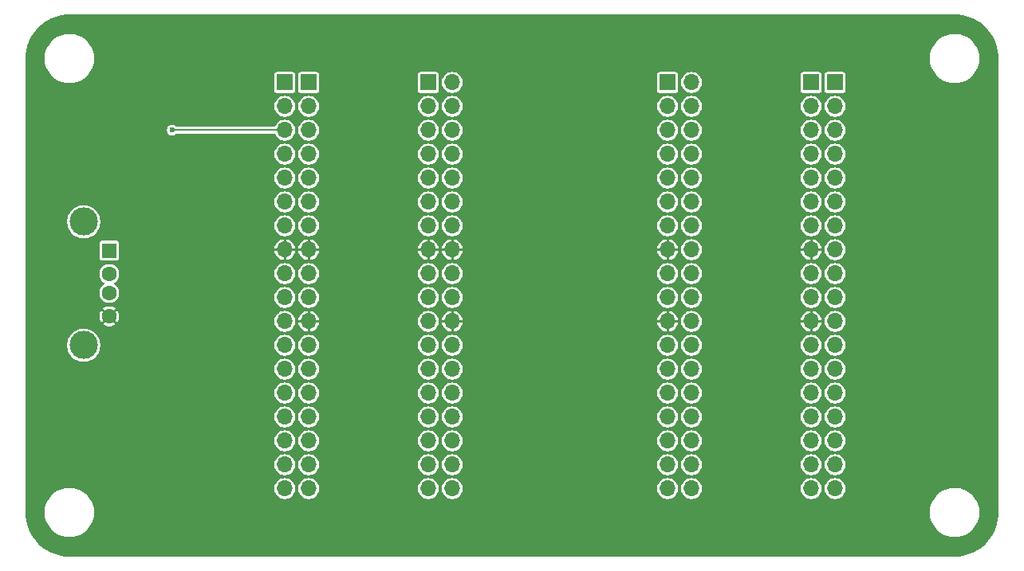
<source format=gbr>
%TF.GenerationSoftware,KiCad,Pcbnew,9.0.0+dfsg-1*%
%TF.CreationDate,2025-04-08T21:11:35-05:00*%
%TF.ProjectId,pocket-bob,706f636b-6574-42d6-926f-622e6b696361,rev?*%
%TF.SameCoordinates,Original*%
%TF.FileFunction,Copper,L2,Bot*%
%TF.FilePolarity,Positive*%
%FSLAX46Y46*%
G04 Gerber Fmt 4.6, Leading zero omitted, Abs format (unit mm)*
G04 Created by KiCad (PCBNEW 9.0.0+dfsg-1) date 2025-04-08 21:11:35*
%MOMM*%
%LPD*%
G01*
G04 APERTURE LIST*
%TA.AperFunction,ComponentPad*%
%ADD10R,1.700000X1.700000*%
%TD*%
%TA.AperFunction,ComponentPad*%
%ADD11O,1.700000X1.700000*%
%TD*%
%TA.AperFunction,ComponentPad*%
%ADD12R,1.500000X1.600000*%
%TD*%
%TA.AperFunction,ComponentPad*%
%ADD13C,1.600000*%
%TD*%
%TA.AperFunction,ComponentPad*%
%ADD14C,3.000000*%
%TD*%
%TA.AperFunction,ViaPad*%
%ADD15C,0.600000*%
%TD*%
%TA.AperFunction,Conductor*%
%ADD16C,0.200000*%
%TD*%
G04 APERTURE END LIST*
D10*
%TO.P,J6,1,Pin_1*%
%TO.N,/VIN*%
X66040000Y-68580000D03*
D11*
%TO.P,J6,2,Pin_2*%
%TO.N,/USB1_DRVVBUS*%
X66040000Y-71120000D03*
%TO.P,J6,3,Pin_3*%
%TO.N,/USB1_VBUS*%
X66040000Y-73660000D03*
%TO.P,J6,4,Pin_4*%
%TO.N,/VIN_USB*%
X66040000Y-76200000D03*
%TO.P,J6,5,Pin_5*%
%TO.N,/USB1_D-*%
X66040000Y-78740000D03*
%TO.P,J6,6,Pin_6*%
%TO.N,/USB1_D+*%
X66040000Y-81280000D03*
%TO.P,J6,7,Pin_7*%
%TO.N,/P1_13*%
X66040000Y-83820000D03*
%TO.P,J6,8,Pin_8*%
%TO.N,GND*%
X66040000Y-86360000D03*
%TO.P,J6,9,Pin_9*%
%TO.N,/AGND*%
X66040000Y-88900000D03*
%TO.P,J6,10,Pin_10*%
%TO.N,/P1_19*%
X66040000Y-91440000D03*
%TO.P,J6,11,Pin_11*%
%TO.N,/P1_21*%
X66040000Y-93980000D03*
%TO.P,J6,12,Pin_12*%
%TO.N,/P1_23*%
X66040000Y-96520000D03*
%TO.P,J6,13,Pin_13*%
%TO.N,/P1_25*%
X66040000Y-99060000D03*
%TO.P,J6,14,Pin_14*%
%TO.N,/P1_27*%
X66040000Y-101600000D03*
%TO.P,J6,15,Pin_15*%
%TO.N,/P1_29*%
X66040000Y-104140000D03*
%TO.P,J6,16,Pin_16*%
%TO.N,/P1_31*%
X66040000Y-106680000D03*
%TO.P,J6,17,Pin_17*%
%TO.N,/P1_33*%
X66040000Y-109220000D03*
%TO.P,J6,18,Pin_18*%
%TO.N,/P1_35*%
X66040000Y-111760000D03*
%TD*%
D10*
%TO.P,J3,1,Pin_1*%
%TO.N,/P2_2*%
X124460000Y-68580000D03*
D11*
%TO.P,J3,2,Pin_2*%
%TO.N,/P2_4*%
X124460000Y-71120000D03*
%TO.P,J3,3,Pin_3*%
%TO.N,/P2_6*%
X124460000Y-73660000D03*
%TO.P,J3,4,Pin_4*%
%TO.N,/P2_8*%
X124460000Y-76200000D03*
%TO.P,J3,5,Pin_5*%
%TO.N,/P2_10*%
X124460000Y-78740000D03*
%TO.P,J3,6,Pin_6*%
%TO.N,/PWR_BTN*%
X124460000Y-81280000D03*
%TO.P,J3,7,Pin_7*%
%TO.N,/VIN_BAT*%
X124460000Y-83820000D03*
%TO.P,J3,8,Pin_8*%
%TO.N,/BAT_TEMP*%
X124460000Y-86360000D03*
%TO.P,J3,9,Pin_9*%
%TO.N,/P2_18*%
X124460000Y-88900000D03*
%TO.P,J3,10,Pin_10*%
%TO.N,/P2_20*%
X124460000Y-91440000D03*
%TO.P,J3,11,Pin_11*%
%TO.N,/P2_22*%
X124460000Y-93980000D03*
%TO.P,J3,12,Pin_12*%
%TO.N,/P2_24*%
X124460000Y-96520000D03*
%TO.P,J3,13,Pin_13*%
%TO.N,/RESETn*%
X124460000Y-99060000D03*
%TO.P,J3,14,Pin_14*%
%TO.N,/P2_28*%
X124460000Y-101600000D03*
%TO.P,J3,15,Pin_15*%
%TO.N,/P2_30*%
X124460000Y-104140000D03*
%TO.P,J3,16,Pin_16*%
%TO.N,/P2_32*%
X124460000Y-106680000D03*
%TO.P,J3,17,Pin_17*%
%TO.N,/P2_34*%
X124460000Y-109220000D03*
%TO.P,J3,18,Pin_18*%
%TO.N,/P2_36*%
X124460000Y-111760000D03*
%TD*%
D12*
%TO.P,J7,1,VBUS*%
%TO.N,Net-(J7-VBUS)*%
X47414000Y-86450000D03*
D13*
%TO.P,J7,2,D-*%
%TO.N,/USB1_D-*%
X47414000Y-88950000D03*
%TO.P,J7,3,D+*%
%TO.N,/USB1_D+*%
X47414000Y-90950000D03*
%TO.P,J7,4,GND*%
%TO.N,GND*%
X47414000Y-93450000D03*
D14*
%TO.P,J7,5,Shield*%
%TO.N,Net-(J7-Shield)*%
X44704000Y-83380000D03*
X44704000Y-96520000D03*
%TD*%
D10*
%TO.P,J5,1,Pin_1*%
%TO.N,/P1_2*%
X68580000Y-68580000D03*
D11*
%TO.P,J5,2,Pin_2*%
%TO.N,/P1_4*%
X68580000Y-71120000D03*
%TO.P,J5,3,Pin_3*%
%TO.N,/P1_6*%
X68580000Y-73660000D03*
%TO.P,J5,4,Pin_4*%
%TO.N,/P1_8*%
X68580000Y-76200000D03*
%TO.P,J5,5,Pin_5*%
%TO.N,/P1_10*%
X68580000Y-78740000D03*
%TO.P,J5,6,Pin_6*%
%TO.N,/P1_12*%
X68580000Y-81280000D03*
%TO.P,J5,7,Pin_7*%
%TO.N,/3P3V*%
X68580000Y-83820000D03*
%TO.P,J5,8,Pin_8*%
%TO.N,GND*%
X68580000Y-86360000D03*
%TO.P,J5,9,Pin_9*%
%TO.N,/ADC_VREF*%
X68580000Y-88900000D03*
%TO.P,J5,10,Pin_10*%
%TO.N,/P1_20*%
X68580000Y-91440000D03*
%TO.P,J5,11,Pin_11*%
%TO.N,GND*%
X68580000Y-93980000D03*
%TO.P,J5,12,Pin_12*%
%TO.N,/VOUT*%
X68580000Y-96520000D03*
%TO.P,J5,13,Pin_13*%
%TO.N,/P1_26*%
X68580000Y-99060000D03*
%TO.P,J5,14,Pin_14*%
%TO.N,/P1_28*%
X68580000Y-101600000D03*
%TO.P,J5,15,Pin_15*%
%TO.N,/P1_30*%
X68580000Y-104140000D03*
%TO.P,J5,16,Pin_16*%
%TO.N,/P1_32*%
X68580000Y-106680000D03*
%TO.P,J5,17,Pin_17*%
%TO.N,/P1_34*%
X68580000Y-109220000D03*
%TO.P,J5,18,Pin_18*%
%TO.N,/P1_36*%
X68580000Y-111760000D03*
%TD*%
D10*
%TO.P,J4,1,Pin_1*%
%TO.N,/P2_1*%
X121920000Y-68580000D03*
D11*
%TO.P,J4,2,Pin_2*%
%TO.N,/P2_3*%
X121920000Y-71120000D03*
%TO.P,J4,3,Pin_3*%
%TO.N,/UART_RX*%
X121920000Y-73660000D03*
%TO.P,J4,4,Pin_4*%
%TO.N,/UART_TX*%
X121920000Y-76200000D03*
%TO.P,J4,5,Pin_5*%
%TO.N,/P2_9*%
X121920000Y-78740000D03*
%TO.P,J4,6,Pin_6*%
%TO.N,/P2_11*%
X121920000Y-81280000D03*
%TO.P,J4,7,Pin_7*%
%TO.N,/VOUT*%
X121920000Y-83820000D03*
%TO.P,J4,8,Pin_8*%
%TO.N,GND*%
X121920000Y-86360000D03*
%TO.P,J4,9,Pin_9*%
%TO.N,/P2_17*%
X121920000Y-88900000D03*
%TO.P,J4,10,Pin_10*%
%TO.N,/P2_19*%
X121920000Y-91440000D03*
%TO.P,J4,11,Pin_11*%
%TO.N,GND*%
X121920000Y-93980000D03*
%TO.P,J4,12,Pin_12*%
%TO.N,/3P3V_1*%
X121920000Y-96520000D03*
%TO.P,J4,13,Pin_13*%
%TO.N,/P2_25*%
X121920000Y-99060000D03*
%TO.P,J4,14,Pin_14*%
%TO.N,/P2_27*%
X121920000Y-101600000D03*
%TO.P,J4,15,Pin_15*%
%TO.N,/P2_29*%
X121920000Y-104140000D03*
%TO.P,J4,16,Pin_16*%
%TO.N,/P2_31*%
X121920000Y-106680000D03*
%TO.P,J4,17,Pin_17*%
%TO.N,/P2_33*%
X121920000Y-109220000D03*
%TO.P,J4,18,Pin_18*%
%TO.N,/P2_35*%
X121920000Y-111760000D03*
%TD*%
D10*
%TO.P,P2,1,Pin_1*%
%TO.N,/P2_1*%
X106680000Y-68580000D03*
D11*
%TO.P,P2,2,Pin_2*%
%TO.N,/P2_2*%
X109220000Y-68580000D03*
%TO.P,P2,3,Pin_3*%
%TO.N,/P2_3*%
X106680000Y-71120000D03*
%TO.P,P2,4,Pin_4*%
%TO.N,/P2_4*%
X109220000Y-71120000D03*
%TO.P,P2,5,Pin_5*%
%TO.N,/UART_RX*%
X106680000Y-73660000D03*
%TO.P,P2,6,Pin_6*%
%TO.N,/P2_6*%
X109220000Y-73660000D03*
%TO.P,P2,7,Pin_7*%
%TO.N,/UART_TX*%
X106680000Y-76200000D03*
%TO.P,P2,8,Pin_8*%
%TO.N,/P2_8*%
X109220000Y-76200000D03*
%TO.P,P2,9,Pin_9*%
%TO.N,/P2_9*%
X106680000Y-78740000D03*
%TO.P,P2,10,Pin_10*%
%TO.N,/P2_10*%
X109220000Y-78740000D03*
%TO.P,P2,11,Pin_11*%
%TO.N,/P2_11*%
X106680000Y-81280000D03*
%TO.P,P2,12,Pin_12*%
%TO.N,/PWR_BTN*%
X109220000Y-81280000D03*
%TO.P,P2,13,Pin_13*%
%TO.N,/VOUT*%
X106680000Y-83820000D03*
%TO.P,P2,14,Pin_14*%
%TO.N,/VIN_BAT*%
X109220000Y-83820000D03*
%TO.P,P2,15,Pin_15*%
%TO.N,GND*%
X106680000Y-86360000D03*
%TO.P,P2,16,Pin_16*%
%TO.N,/BAT_TEMP*%
X109220000Y-86360000D03*
%TO.P,P2,17,Pin_17*%
%TO.N,/P2_17*%
X106680000Y-88900000D03*
%TO.P,P2,18,Pin_18*%
%TO.N,/P2_18*%
X109220000Y-88900000D03*
%TO.P,P2,19,Pin_19*%
%TO.N,/P2_19*%
X106680000Y-91440000D03*
%TO.P,P2,20,Pin_20*%
%TO.N,/P2_20*%
X109220000Y-91440000D03*
%TO.P,P2,21,Pin_21*%
%TO.N,GND*%
X106680000Y-93980000D03*
%TO.P,P2,22,Pin_22*%
%TO.N,/P2_22*%
X109220000Y-93980000D03*
%TO.P,P2,23,Pin_23*%
%TO.N,/3P3V_1*%
X106680000Y-96520000D03*
%TO.P,P2,24,Pin_24*%
%TO.N,/P2_24*%
X109220000Y-96520000D03*
%TO.P,P2,25,Pin_25*%
%TO.N,/P2_25*%
X106680000Y-99060000D03*
%TO.P,P2,26,Pin_26*%
%TO.N,/RESETn*%
X109220000Y-99060000D03*
%TO.P,P2,27,Pin_27*%
%TO.N,/P2_27*%
X106680000Y-101600000D03*
%TO.P,P2,28,Pin_28*%
%TO.N,/P2_28*%
X109220000Y-101600000D03*
%TO.P,P2,29,Pin_29*%
%TO.N,/P2_29*%
X106680000Y-104140000D03*
%TO.P,P2,30,Pin_30*%
%TO.N,/P2_30*%
X109220000Y-104140000D03*
%TO.P,P2,31,Pin_31*%
%TO.N,/P2_31*%
X106680000Y-106680000D03*
%TO.P,P2,32,Pin_32*%
%TO.N,/P2_32*%
X109220000Y-106680000D03*
%TO.P,P2,33,Pin_33*%
%TO.N,/P2_33*%
X106680000Y-109220000D03*
%TO.P,P2,34,Pin_34*%
%TO.N,/P2_34*%
X109220000Y-109220000D03*
%TO.P,P2,35,Pin_35*%
%TO.N,/P2_35*%
X106680000Y-111760000D03*
%TO.P,P2,36,Pin_36*%
%TO.N,/P2_36*%
X109220000Y-111760000D03*
%TD*%
D10*
%TO.P,P1,1,Pin_1*%
%TO.N,/VIN*%
X81280000Y-68580000D03*
D11*
%TO.P,P1,2,Pin_2*%
%TO.N,/P1_2*%
X83820000Y-68580000D03*
%TO.P,P1,3,Pin_3*%
%TO.N,/USB1_DRVVBUS*%
X81280000Y-71120000D03*
%TO.P,P1,4,Pin_4*%
%TO.N,/P1_4*%
X83820000Y-71120000D03*
%TO.P,P1,5,Pin_5*%
%TO.N,/USB1_VBUS*%
X81280000Y-73660000D03*
%TO.P,P1,6,Pin_6*%
%TO.N,/P1_6*%
X83820000Y-73660000D03*
%TO.P,P1,7,Pin_7*%
%TO.N,/VIN_USB*%
X81280000Y-76200000D03*
%TO.P,P1,8,Pin_8*%
%TO.N,/P1_8*%
X83820000Y-76200000D03*
%TO.P,P1,9,Pin_9*%
%TO.N,/USB1_D-*%
X81280000Y-78740000D03*
%TO.P,P1,10,Pin_10*%
%TO.N,/P1_10*%
X83820000Y-78740000D03*
%TO.P,P1,11,Pin_11*%
%TO.N,/USB1_D+*%
X81280000Y-81280000D03*
%TO.P,P1,12,Pin_12*%
%TO.N,/P1_12*%
X83820000Y-81280000D03*
%TO.P,P1,13,Pin_13*%
%TO.N,/P1_13*%
X81280000Y-83820000D03*
%TO.P,P1,14,Pin_14*%
%TO.N,/3P3V*%
X83820000Y-83820000D03*
%TO.P,P1,15,Pin_15*%
%TO.N,GND*%
X81280000Y-86360000D03*
%TO.P,P1,16,Pin_16*%
X83820000Y-86360000D03*
%TO.P,P1,17,Pin_17*%
%TO.N,/AGND*%
X81280000Y-88900000D03*
%TO.P,P1,18,Pin_18*%
%TO.N,/ADC_VREF*%
X83820000Y-88900000D03*
%TO.P,P1,19,Pin_19*%
%TO.N,/P1_19*%
X81280000Y-91440000D03*
%TO.P,P1,20,Pin_20*%
%TO.N,/P1_20*%
X83820000Y-91440000D03*
%TO.P,P1,21,Pin_21*%
%TO.N,/P1_21*%
X81280000Y-93980000D03*
%TO.P,P1,22,Pin_22*%
%TO.N,GND*%
X83820000Y-93980000D03*
%TO.P,P1,23,Pin_23*%
%TO.N,/P1_23*%
X81280000Y-96520000D03*
%TO.P,P1,24,Pin_24*%
%TO.N,/VOUT*%
X83820000Y-96520000D03*
%TO.P,P1,25,Pin_25*%
%TO.N,/P1_25*%
X81280000Y-99060000D03*
%TO.P,P1,26,Pin_26*%
%TO.N,/P1_26*%
X83820000Y-99060000D03*
%TO.P,P1,27,Pin_27*%
%TO.N,/P1_27*%
X81280000Y-101600000D03*
%TO.P,P1,28,Pin_28*%
%TO.N,/P1_28*%
X83820000Y-101600000D03*
%TO.P,P1,29,Pin_29*%
%TO.N,/P1_29*%
X81280000Y-104140000D03*
%TO.P,P1,30,Pin_30*%
%TO.N,/P1_30*%
X83820000Y-104140000D03*
%TO.P,P1,31,Pin_31*%
%TO.N,/P1_31*%
X81280000Y-106680000D03*
%TO.P,P1,32,Pin_32*%
%TO.N,/P1_32*%
X83820000Y-106680000D03*
%TO.P,P1,33,Pin_33*%
%TO.N,/P1_33*%
X81280000Y-109220000D03*
%TO.P,P1,34,Pin_34*%
%TO.N,/P1_34*%
X83820000Y-109220000D03*
%TO.P,P1,35,Pin_35*%
%TO.N,/P1_35*%
X81280000Y-111760000D03*
%TO.P,P1,36,Pin_36*%
%TO.N,/P1_36*%
X83820000Y-111760000D03*
%TD*%
D15*
%TO.N,/USB1_VBUS*%
X54076600Y-73660000D03*
%TO.N,GND*%
X75946000Y-109220000D03*
X58928000Y-68580000D03*
X58928000Y-96520000D03*
X114808000Y-83820000D03*
X131826000Y-104140000D03*
X75946000Y-99060000D03*
X60115000Y-92373000D03*
X114808000Y-99060000D03*
X75946000Y-71120000D03*
X131826000Y-91440000D03*
X114808000Y-104140000D03*
X114808000Y-106680000D03*
X58928000Y-109220000D03*
X75946000Y-111760000D03*
X131826000Y-111760000D03*
X114808000Y-101600000D03*
X131826000Y-68580000D03*
X58928000Y-99060000D03*
X114808000Y-81280000D03*
X75946000Y-81280000D03*
X47244000Y-80264000D03*
X75946000Y-83820000D03*
X114808000Y-71120000D03*
X55219600Y-84023200D03*
X114808000Y-78740000D03*
X131826000Y-109220000D03*
X75946000Y-104140000D03*
X131826000Y-78740000D03*
X131826000Y-71120000D03*
X114808000Y-111760000D03*
X52984400Y-83972400D03*
X131826000Y-93980000D03*
X131826000Y-73660000D03*
X114808000Y-73660000D03*
X131826000Y-96520000D03*
X75946000Y-91440000D03*
X75946000Y-68580000D03*
X114808000Y-76200000D03*
X58928000Y-104140000D03*
X114808000Y-96520000D03*
X58928000Y-101600000D03*
X59944000Y-84836000D03*
X131826000Y-88900000D03*
X75946000Y-73660000D03*
X58928000Y-111760000D03*
X58928000Y-93980000D03*
X75946000Y-101600000D03*
X114808000Y-68580000D03*
X75946000Y-88900000D03*
X114808000Y-109220000D03*
X75946000Y-76200000D03*
X131826000Y-101600000D03*
X75946000Y-78740000D03*
X131826000Y-106680000D03*
X58928000Y-106680000D03*
X131826000Y-76200000D03*
X56642000Y-88392000D03*
X75946000Y-106680000D03*
X114808000Y-88900000D03*
X75946000Y-96520000D03*
X114808000Y-91440000D03*
%TD*%
D16*
%TO.N,/USB1_VBUS*%
X66040000Y-73660000D02*
X54076600Y-73660000D01*
%TD*%
%TA.AperFunction,Conductor*%
%TO.N,GND*%
G36*
X137162702Y-61360617D02*
G01*
X137562459Y-61378071D01*
X137573195Y-61379011D01*
X137967220Y-61430885D01*
X137977858Y-61432760D01*
X138365867Y-61518780D01*
X138376307Y-61521578D01*
X138755320Y-61641080D01*
X138765481Y-61644778D01*
X139132649Y-61796865D01*
X139142441Y-61801431D01*
X139244082Y-61854342D01*
X139494942Y-61984931D01*
X139504310Y-61990339D01*
X139839488Y-62203871D01*
X139848349Y-62210076D01*
X140163632Y-62452001D01*
X140171919Y-62458955D01*
X140464914Y-62727436D01*
X140472563Y-62735085D01*
X140741044Y-63028080D01*
X140747998Y-63036367D01*
X140989923Y-63351650D01*
X140996128Y-63360511D01*
X141209660Y-63695689D01*
X141215068Y-63705057D01*
X141398565Y-64057552D01*
X141403137Y-64067356D01*
X141555220Y-64434516D01*
X141558920Y-64444682D01*
X141678420Y-64823688D01*
X141681220Y-64834136D01*
X141767237Y-65222133D01*
X141769115Y-65232787D01*
X141820986Y-65626785D01*
X141821929Y-65637561D01*
X141839382Y-66037297D01*
X141839500Y-66042706D01*
X141839502Y-114242419D01*
X141839502Y-114297295D01*
X141839384Y-114302704D01*
X141821931Y-114702440D01*
X141820988Y-114713216D01*
X141769117Y-115107213D01*
X141767239Y-115117866D01*
X141681223Y-115505860D01*
X141678423Y-115516310D01*
X141558920Y-115895324D01*
X141555220Y-115905489D01*
X141403139Y-116272645D01*
X141398567Y-116282449D01*
X141215065Y-116634953D01*
X141209656Y-116644321D01*
X140996134Y-116979481D01*
X140989930Y-116988342D01*
X140748004Y-117303626D01*
X140741051Y-117311913D01*
X140472565Y-117604915D01*
X140464915Y-117612565D01*
X140171913Y-117881051D01*
X140163626Y-117888004D01*
X139848342Y-118129930D01*
X139839481Y-118136134D01*
X139504321Y-118349656D01*
X139494953Y-118355065D01*
X139142449Y-118538567D01*
X139132645Y-118543139D01*
X138765489Y-118695220D01*
X138755324Y-118698920D01*
X138376310Y-118818423D01*
X138365860Y-118821223D01*
X137977866Y-118907239D01*
X137967213Y-118909117D01*
X137573216Y-118960988D01*
X137562440Y-118961931D01*
X137162751Y-118979382D01*
X137157342Y-118979500D01*
X43182706Y-118979500D01*
X43177297Y-118979382D01*
X42777561Y-118961929D01*
X42766785Y-118960986D01*
X42372787Y-118909115D01*
X42362133Y-118907237D01*
X41974136Y-118821220D01*
X41963688Y-118818420D01*
X41584682Y-118698920D01*
X41574516Y-118695220D01*
X41207356Y-118543137D01*
X41197552Y-118538565D01*
X40845057Y-118355068D01*
X40835689Y-118349660D01*
X40500511Y-118136128D01*
X40491650Y-118129923D01*
X40176367Y-117887998D01*
X40168080Y-117881044D01*
X39875085Y-117612563D01*
X39867436Y-117604914D01*
X39598955Y-117311919D01*
X39592001Y-117303632D01*
X39350076Y-116988349D01*
X39343871Y-116979488D01*
X39306291Y-116920500D01*
X39130338Y-116644309D01*
X39124931Y-116634942D01*
X39105251Y-116597137D01*
X38941431Y-116282441D01*
X38936862Y-116272643D01*
X38844189Y-116048912D01*
X38784778Y-115905481D01*
X38781079Y-115895317D01*
X38756952Y-115818797D01*
X38661578Y-115516307D01*
X38658779Y-115505863D01*
X38572760Y-115117858D01*
X38570885Y-115107220D01*
X38519011Y-114713195D01*
X38518071Y-114702459D01*
X38500618Y-114302702D01*
X38500500Y-114297293D01*
X38500500Y-114152829D01*
X40559500Y-114152829D01*
X40559500Y-114447170D01*
X40592451Y-114739627D01*
X40592454Y-114739641D01*
X40657948Y-115026588D01*
X40755161Y-115304409D01*
X40882859Y-115569577D01*
X40882863Y-115569583D01*
X41039455Y-115818797D01*
X41222966Y-116048913D01*
X41431087Y-116257034D01*
X41661203Y-116440545D01*
X41910417Y-116597137D01*
X41910422Y-116597140D01*
X42175590Y-116724838D01*
X42175596Y-116724840D01*
X42175598Y-116724841D01*
X42453409Y-116822051D01*
X42740358Y-116887546D01*
X42740367Y-116887547D01*
X42740372Y-116887548D01*
X42935343Y-116909515D01*
X43032830Y-116920499D01*
X43032833Y-116920500D01*
X43032836Y-116920500D01*
X43327167Y-116920500D01*
X43327168Y-116920499D01*
X43476638Y-116903658D01*
X43619627Y-116887548D01*
X43619630Y-116887547D01*
X43619642Y-116887546D01*
X43906591Y-116822051D01*
X44184402Y-116724841D01*
X44184406Y-116724838D01*
X44184409Y-116724838D01*
X44449577Y-116597140D01*
X44449577Y-116597139D01*
X44449583Y-116597137D01*
X44698797Y-116440545D01*
X44928913Y-116257034D01*
X45137034Y-116048913D01*
X45320545Y-115818797D01*
X45477137Y-115569583D01*
X45477140Y-115569577D01*
X45604838Y-115304409D01*
X45604838Y-115304406D01*
X45604841Y-115304402D01*
X45702051Y-115026591D01*
X45767546Y-114739642D01*
X45770524Y-114713216D01*
X45800499Y-114447170D01*
X45800500Y-114447166D01*
X45800500Y-114152833D01*
X45800499Y-114152829D01*
X134539500Y-114152829D01*
X134539500Y-114447170D01*
X134572451Y-114739627D01*
X134572454Y-114739641D01*
X134637948Y-115026588D01*
X134735161Y-115304409D01*
X134862859Y-115569577D01*
X134862863Y-115569583D01*
X135019455Y-115818797D01*
X135202966Y-116048913D01*
X135411087Y-116257034D01*
X135641203Y-116440545D01*
X135890417Y-116597137D01*
X135890422Y-116597140D01*
X136155590Y-116724838D01*
X136155596Y-116724840D01*
X136155598Y-116724841D01*
X136433409Y-116822051D01*
X136720358Y-116887546D01*
X136720367Y-116887547D01*
X136720372Y-116887548D01*
X136915343Y-116909515D01*
X137012830Y-116920499D01*
X137012833Y-116920500D01*
X137012836Y-116920500D01*
X137307167Y-116920500D01*
X137307168Y-116920499D01*
X137456638Y-116903658D01*
X137599627Y-116887548D01*
X137599630Y-116887547D01*
X137599642Y-116887546D01*
X137886591Y-116822051D01*
X138164402Y-116724841D01*
X138164406Y-116724838D01*
X138164409Y-116724838D01*
X138429577Y-116597140D01*
X138429577Y-116597139D01*
X138429583Y-116597137D01*
X138678797Y-116440545D01*
X138908913Y-116257034D01*
X139117034Y-116048913D01*
X139300545Y-115818797D01*
X139457137Y-115569583D01*
X139457140Y-115569577D01*
X139584838Y-115304409D01*
X139584838Y-115304406D01*
X139584841Y-115304402D01*
X139682051Y-115026591D01*
X139747546Y-114739642D01*
X139750524Y-114713216D01*
X139780499Y-114447170D01*
X139780500Y-114447166D01*
X139780500Y-114152833D01*
X139780499Y-114152829D01*
X139747548Y-113860372D01*
X139747547Y-113860367D01*
X139747546Y-113860358D01*
X139682051Y-113573409D01*
X139584841Y-113295598D01*
X139584840Y-113295596D01*
X139584838Y-113295590D01*
X139457140Y-113030422D01*
X139302039Y-112783581D01*
X139300545Y-112781203D01*
X139117034Y-112551087D01*
X138908913Y-112342966D01*
X138903794Y-112338884D01*
X138850470Y-112296360D01*
X138678797Y-112159455D01*
X138454695Y-112018642D01*
X138429577Y-112002859D01*
X138164409Y-111875161D01*
X137886588Y-111777948D01*
X137720144Y-111739958D01*
X137599642Y-111712454D01*
X137599639Y-111712453D01*
X137599627Y-111712451D01*
X137307170Y-111679500D01*
X137307164Y-111679500D01*
X137012836Y-111679500D01*
X137012829Y-111679500D01*
X136720372Y-111712451D01*
X136720358Y-111712454D01*
X136433411Y-111777948D01*
X136155590Y-111875161D01*
X135890422Y-112002859D01*
X135641204Y-112159454D01*
X135411087Y-112342965D01*
X135202965Y-112551087D01*
X135019454Y-112781204D01*
X134862859Y-113030422D01*
X134735161Y-113295590D01*
X134637948Y-113573411D01*
X134572454Y-113860358D01*
X134572451Y-113860372D01*
X134539500Y-114152829D01*
X45800499Y-114152829D01*
X45767548Y-113860372D01*
X45767547Y-113860367D01*
X45767546Y-113860358D01*
X45702051Y-113573409D01*
X45604841Y-113295598D01*
X45604840Y-113295596D01*
X45604838Y-113295590D01*
X45477140Y-113030422D01*
X45322039Y-112783581D01*
X45320545Y-112781203D01*
X45137034Y-112551087D01*
X44928913Y-112342966D01*
X44923794Y-112338884D01*
X44870470Y-112296360D01*
X44698797Y-112159455D01*
X44474695Y-112018642D01*
X44449577Y-112002859D01*
X44184409Y-111875161D01*
X43927439Y-111785244D01*
X43927438Y-111785243D01*
X43906592Y-111777949D01*
X43906590Y-111777948D01*
X43685136Y-111727402D01*
X43619642Y-111712454D01*
X43619639Y-111712453D01*
X43619627Y-111712451D01*
X43327170Y-111679500D01*
X43327164Y-111679500D01*
X43032836Y-111679500D01*
X43032829Y-111679500D01*
X42740372Y-111712451D01*
X42740358Y-111712454D01*
X42453411Y-111777948D01*
X42175590Y-111875161D01*
X41910422Y-112002859D01*
X41661204Y-112159454D01*
X41431087Y-112342965D01*
X41222965Y-112551087D01*
X41039454Y-112781204D01*
X40882859Y-113030422D01*
X40755161Y-113295590D01*
X40657948Y-113573411D01*
X40592454Y-113860358D01*
X40592451Y-113860372D01*
X40559500Y-114152829D01*
X38500500Y-114152829D01*
X38500500Y-111673074D01*
X64935500Y-111673074D01*
X64935500Y-111846925D01*
X64962697Y-112018639D01*
X64962697Y-112018642D01*
X65016418Y-112183978D01*
X65016420Y-112183981D01*
X65095347Y-112338884D01*
X65197535Y-112479533D01*
X65320467Y-112602465D01*
X65461116Y-112704653D01*
X65611354Y-112781203D01*
X65616021Y-112783581D01*
X65781358Y-112837302D01*
X65781359Y-112837302D01*
X65781362Y-112837303D01*
X65953074Y-112864500D01*
X65953075Y-112864500D01*
X66126925Y-112864500D01*
X66126926Y-112864500D01*
X66298638Y-112837303D01*
X66298641Y-112837302D01*
X66298642Y-112837302D01*
X66463978Y-112783581D01*
X66463978Y-112783580D01*
X66463981Y-112783580D01*
X66618884Y-112704653D01*
X66759533Y-112602465D01*
X66882465Y-112479533D01*
X66984653Y-112338884D01*
X67063580Y-112183981D01*
X67117303Y-112018638D01*
X67144500Y-111846926D01*
X67144500Y-111673074D01*
X67475500Y-111673074D01*
X67475500Y-111846925D01*
X67502697Y-112018639D01*
X67502697Y-112018642D01*
X67556418Y-112183978D01*
X67556420Y-112183981D01*
X67635347Y-112338884D01*
X67737535Y-112479533D01*
X67860467Y-112602465D01*
X68001116Y-112704653D01*
X68151354Y-112781203D01*
X68156021Y-112783581D01*
X68321358Y-112837302D01*
X68321359Y-112837302D01*
X68321362Y-112837303D01*
X68493074Y-112864500D01*
X68493075Y-112864500D01*
X68666925Y-112864500D01*
X68666926Y-112864500D01*
X68838638Y-112837303D01*
X68838641Y-112837302D01*
X68838642Y-112837302D01*
X69003978Y-112783581D01*
X69003978Y-112783580D01*
X69003981Y-112783580D01*
X69158884Y-112704653D01*
X69299533Y-112602465D01*
X69422465Y-112479533D01*
X69524653Y-112338884D01*
X69603580Y-112183981D01*
X69657303Y-112018638D01*
X69684500Y-111846926D01*
X69684500Y-111673074D01*
X80175500Y-111673074D01*
X80175500Y-111846925D01*
X80202697Y-112018639D01*
X80202697Y-112018642D01*
X80256418Y-112183978D01*
X80256420Y-112183981D01*
X80335347Y-112338884D01*
X80437535Y-112479533D01*
X80560467Y-112602465D01*
X80701116Y-112704653D01*
X80851354Y-112781203D01*
X80856021Y-112783581D01*
X81021358Y-112837302D01*
X81021359Y-112837302D01*
X81021362Y-112837303D01*
X81193074Y-112864500D01*
X81193075Y-112864500D01*
X81366925Y-112864500D01*
X81366926Y-112864500D01*
X81538638Y-112837303D01*
X81538641Y-112837302D01*
X81538642Y-112837302D01*
X81703978Y-112783581D01*
X81703978Y-112783580D01*
X81703981Y-112783580D01*
X81858884Y-112704653D01*
X81999533Y-112602465D01*
X82122465Y-112479533D01*
X82224653Y-112338884D01*
X82303580Y-112183981D01*
X82357303Y-112018638D01*
X82384500Y-111846926D01*
X82384500Y-111673074D01*
X82715500Y-111673074D01*
X82715500Y-111846925D01*
X82742697Y-112018639D01*
X82742697Y-112018642D01*
X82796418Y-112183978D01*
X82796420Y-112183981D01*
X82875347Y-112338884D01*
X82977535Y-112479533D01*
X83100467Y-112602465D01*
X83241116Y-112704653D01*
X83391354Y-112781203D01*
X83396021Y-112783581D01*
X83561358Y-112837302D01*
X83561359Y-112837302D01*
X83561362Y-112837303D01*
X83733074Y-112864500D01*
X83733075Y-112864500D01*
X83906925Y-112864500D01*
X83906926Y-112864500D01*
X84078638Y-112837303D01*
X84078641Y-112837302D01*
X84078642Y-112837302D01*
X84243978Y-112783581D01*
X84243978Y-112783580D01*
X84243981Y-112783580D01*
X84398884Y-112704653D01*
X84539533Y-112602465D01*
X84662465Y-112479533D01*
X84764653Y-112338884D01*
X84843580Y-112183981D01*
X84897303Y-112018638D01*
X84924500Y-111846926D01*
X84924500Y-111673074D01*
X105575500Y-111673074D01*
X105575500Y-111846925D01*
X105602697Y-112018639D01*
X105602697Y-112018642D01*
X105656418Y-112183978D01*
X105656420Y-112183981D01*
X105735347Y-112338884D01*
X105837535Y-112479533D01*
X105960467Y-112602465D01*
X106101116Y-112704653D01*
X106251354Y-112781203D01*
X106256021Y-112783581D01*
X106421358Y-112837302D01*
X106421359Y-112837302D01*
X106421362Y-112837303D01*
X106593074Y-112864500D01*
X106593075Y-112864500D01*
X106766925Y-112864500D01*
X106766926Y-112864500D01*
X106938638Y-112837303D01*
X106938641Y-112837302D01*
X106938642Y-112837302D01*
X107103978Y-112783581D01*
X107103978Y-112783580D01*
X107103981Y-112783580D01*
X107258884Y-112704653D01*
X107399533Y-112602465D01*
X107522465Y-112479533D01*
X107624653Y-112338884D01*
X107703580Y-112183981D01*
X107757303Y-112018638D01*
X107784500Y-111846926D01*
X107784500Y-111673074D01*
X108115500Y-111673074D01*
X108115500Y-111846925D01*
X108142697Y-112018639D01*
X108142697Y-112018642D01*
X108196418Y-112183978D01*
X108196420Y-112183981D01*
X108275347Y-112338884D01*
X108377535Y-112479533D01*
X108500467Y-112602465D01*
X108641116Y-112704653D01*
X108791354Y-112781203D01*
X108796021Y-112783581D01*
X108961358Y-112837302D01*
X108961359Y-112837302D01*
X108961362Y-112837303D01*
X109133074Y-112864500D01*
X109133075Y-112864500D01*
X109306925Y-112864500D01*
X109306926Y-112864500D01*
X109478638Y-112837303D01*
X109478641Y-112837302D01*
X109478642Y-112837302D01*
X109643978Y-112783581D01*
X109643978Y-112783580D01*
X109643981Y-112783580D01*
X109798884Y-112704653D01*
X109939533Y-112602465D01*
X110062465Y-112479533D01*
X110164653Y-112338884D01*
X110243580Y-112183981D01*
X110297303Y-112018638D01*
X110324500Y-111846926D01*
X110324500Y-111673074D01*
X120815500Y-111673074D01*
X120815500Y-111846925D01*
X120842697Y-112018639D01*
X120842697Y-112018642D01*
X120896418Y-112183978D01*
X120896420Y-112183981D01*
X120975347Y-112338884D01*
X121077535Y-112479533D01*
X121200467Y-112602465D01*
X121341116Y-112704653D01*
X121491354Y-112781203D01*
X121496021Y-112783581D01*
X121661358Y-112837302D01*
X121661359Y-112837302D01*
X121661362Y-112837303D01*
X121833074Y-112864500D01*
X121833075Y-112864500D01*
X122006925Y-112864500D01*
X122006926Y-112864500D01*
X122178638Y-112837303D01*
X122178641Y-112837302D01*
X122178642Y-112837302D01*
X122343978Y-112783581D01*
X122343978Y-112783580D01*
X122343981Y-112783580D01*
X122498884Y-112704653D01*
X122639533Y-112602465D01*
X122762465Y-112479533D01*
X122864653Y-112338884D01*
X122943580Y-112183981D01*
X122997303Y-112018638D01*
X123024500Y-111846926D01*
X123024500Y-111673074D01*
X123355500Y-111673074D01*
X123355500Y-111846925D01*
X123382697Y-112018639D01*
X123382697Y-112018642D01*
X123436418Y-112183978D01*
X123436420Y-112183981D01*
X123515347Y-112338884D01*
X123617535Y-112479533D01*
X123740467Y-112602465D01*
X123881116Y-112704653D01*
X124031354Y-112781203D01*
X124036021Y-112783581D01*
X124201358Y-112837302D01*
X124201359Y-112837302D01*
X124201362Y-112837303D01*
X124373074Y-112864500D01*
X124373075Y-112864500D01*
X124546925Y-112864500D01*
X124546926Y-112864500D01*
X124718638Y-112837303D01*
X124718641Y-112837302D01*
X124718642Y-112837302D01*
X124883978Y-112783581D01*
X124883978Y-112783580D01*
X124883981Y-112783580D01*
X125038884Y-112704653D01*
X125179533Y-112602465D01*
X125302465Y-112479533D01*
X125404653Y-112338884D01*
X125483580Y-112183981D01*
X125537303Y-112018638D01*
X125564500Y-111846926D01*
X125564500Y-111673074D01*
X125537303Y-111501362D01*
X125537302Y-111501358D01*
X125537302Y-111501357D01*
X125483581Y-111336021D01*
X125404652Y-111181115D01*
X125302465Y-111040467D01*
X125179533Y-110917535D01*
X125038884Y-110815347D01*
X124883978Y-110736418D01*
X124718641Y-110682697D01*
X124589854Y-110662299D01*
X124546926Y-110655500D01*
X124373074Y-110655500D01*
X124315836Y-110664565D01*
X124201360Y-110682697D01*
X124201357Y-110682697D01*
X124036021Y-110736418D01*
X123881115Y-110815347D01*
X123800869Y-110873649D01*
X123740467Y-110917535D01*
X123740465Y-110917537D01*
X123740464Y-110917537D01*
X123617537Y-111040464D01*
X123617537Y-111040465D01*
X123617535Y-111040467D01*
X123573649Y-111100869D01*
X123515347Y-111181115D01*
X123436418Y-111336021D01*
X123382697Y-111501357D01*
X123382697Y-111501360D01*
X123355500Y-111673074D01*
X123024500Y-111673074D01*
X122997303Y-111501362D01*
X122997302Y-111501358D01*
X122997302Y-111501357D01*
X122943581Y-111336021D01*
X122864652Y-111181115D01*
X122762465Y-111040467D01*
X122639533Y-110917535D01*
X122498884Y-110815347D01*
X122343978Y-110736418D01*
X122178641Y-110682697D01*
X122049854Y-110662299D01*
X122006926Y-110655500D01*
X121833074Y-110655500D01*
X121775836Y-110664565D01*
X121661360Y-110682697D01*
X121661357Y-110682697D01*
X121496021Y-110736418D01*
X121341115Y-110815347D01*
X121260869Y-110873649D01*
X121200467Y-110917535D01*
X121200465Y-110917537D01*
X121200464Y-110917537D01*
X121077537Y-111040464D01*
X121077537Y-111040465D01*
X121077535Y-111040467D01*
X121033649Y-111100869D01*
X120975347Y-111181115D01*
X120896418Y-111336021D01*
X120842697Y-111501357D01*
X120842697Y-111501360D01*
X120815500Y-111673074D01*
X110324500Y-111673074D01*
X110297303Y-111501362D01*
X110297302Y-111501358D01*
X110297302Y-111501357D01*
X110243581Y-111336021D01*
X110164652Y-111181115D01*
X110062465Y-111040467D01*
X109939533Y-110917535D01*
X109798884Y-110815347D01*
X109643978Y-110736418D01*
X109478641Y-110682697D01*
X109349854Y-110662299D01*
X109306926Y-110655500D01*
X109133074Y-110655500D01*
X109075836Y-110664565D01*
X108961360Y-110682697D01*
X108961357Y-110682697D01*
X108796021Y-110736418D01*
X108641115Y-110815347D01*
X108560869Y-110873649D01*
X108500467Y-110917535D01*
X108500465Y-110917537D01*
X108500464Y-110917537D01*
X108377537Y-111040464D01*
X108377537Y-111040465D01*
X108377535Y-111040467D01*
X108333649Y-111100869D01*
X108275347Y-111181115D01*
X108196418Y-111336021D01*
X108142697Y-111501357D01*
X108142697Y-111501360D01*
X108115500Y-111673074D01*
X107784500Y-111673074D01*
X107757303Y-111501362D01*
X107757302Y-111501358D01*
X107757302Y-111501357D01*
X107703581Y-111336021D01*
X107624652Y-111181115D01*
X107522465Y-111040467D01*
X107399533Y-110917535D01*
X107258884Y-110815347D01*
X107103978Y-110736418D01*
X106938641Y-110682697D01*
X106809854Y-110662299D01*
X106766926Y-110655500D01*
X106593074Y-110655500D01*
X106535836Y-110664565D01*
X106421360Y-110682697D01*
X106421357Y-110682697D01*
X106256021Y-110736418D01*
X106101115Y-110815347D01*
X106020869Y-110873649D01*
X105960467Y-110917535D01*
X105960465Y-110917537D01*
X105960464Y-110917537D01*
X105837537Y-111040464D01*
X105837537Y-111040465D01*
X105837535Y-111040467D01*
X105793649Y-111100869D01*
X105735347Y-111181115D01*
X105656418Y-111336021D01*
X105602697Y-111501357D01*
X105602697Y-111501360D01*
X105575500Y-111673074D01*
X84924500Y-111673074D01*
X84897303Y-111501362D01*
X84897302Y-111501358D01*
X84897302Y-111501357D01*
X84843581Y-111336021D01*
X84764652Y-111181115D01*
X84662465Y-111040467D01*
X84539533Y-110917535D01*
X84398884Y-110815347D01*
X84243978Y-110736418D01*
X84078641Y-110682697D01*
X83949854Y-110662299D01*
X83906926Y-110655500D01*
X83733074Y-110655500D01*
X83675836Y-110664565D01*
X83561360Y-110682697D01*
X83561357Y-110682697D01*
X83396021Y-110736418D01*
X83241115Y-110815347D01*
X83160869Y-110873649D01*
X83100467Y-110917535D01*
X83100465Y-110917537D01*
X83100464Y-110917537D01*
X82977537Y-111040464D01*
X82977537Y-111040465D01*
X82977535Y-111040467D01*
X82933649Y-111100869D01*
X82875347Y-111181115D01*
X82796418Y-111336021D01*
X82742697Y-111501357D01*
X82742697Y-111501360D01*
X82715500Y-111673074D01*
X82384500Y-111673074D01*
X82357303Y-111501362D01*
X82357302Y-111501358D01*
X82357302Y-111501357D01*
X82303581Y-111336021D01*
X82224652Y-111181115D01*
X82122465Y-111040467D01*
X81999533Y-110917535D01*
X81858884Y-110815347D01*
X81703978Y-110736418D01*
X81538641Y-110682697D01*
X81409854Y-110662299D01*
X81366926Y-110655500D01*
X81193074Y-110655500D01*
X81135836Y-110664565D01*
X81021360Y-110682697D01*
X81021357Y-110682697D01*
X80856021Y-110736418D01*
X80701115Y-110815347D01*
X80620869Y-110873649D01*
X80560467Y-110917535D01*
X80560465Y-110917537D01*
X80560464Y-110917537D01*
X80437537Y-111040464D01*
X80437537Y-111040465D01*
X80437535Y-111040467D01*
X80393649Y-111100869D01*
X80335347Y-111181115D01*
X80256418Y-111336021D01*
X80202697Y-111501357D01*
X80202697Y-111501360D01*
X80175500Y-111673074D01*
X69684500Y-111673074D01*
X69657303Y-111501362D01*
X69657302Y-111501358D01*
X69657302Y-111501357D01*
X69603581Y-111336021D01*
X69524652Y-111181115D01*
X69422465Y-111040467D01*
X69299533Y-110917535D01*
X69158884Y-110815347D01*
X69003978Y-110736418D01*
X68838641Y-110682697D01*
X68709854Y-110662299D01*
X68666926Y-110655500D01*
X68493074Y-110655500D01*
X68435836Y-110664565D01*
X68321360Y-110682697D01*
X68321357Y-110682697D01*
X68156021Y-110736418D01*
X68001115Y-110815347D01*
X67920869Y-110873649D01*
X67860467Y-110917535D01*
X67860465Y-110917537D01*
X67860464Y-110917537D01*
X67737537Y-111040464D01*
X67737537Y-111040465D01*
X67737535Y-111040467D01*
X67693649Y-111100869D01*
X67635347Y-111181115D01*
X67556418Y-111336021D01*
X67502697Y-111501357D01*
X67502697Y-111501360D01*
X67475500Y-111673074D01*
X67144500Y-111673074D01*
X67117303Y-111501362D01*
X67117302Y-111501358D01*
X67117302Y-111501357D01*
X67063581Y-111336021D01*
X66984652Y-111181115D01*
X66882465Y-111040467D01*
X66759533Y-110917535D01*
X66618884Y-110815347D01*
X66463978Y-110736418D01*
X66298641Y-110682697D01*
X66169854Y-110662299D01*
X66126926Y-110655500D01*
X65953074Y-110655500D01*
X65895836Y-110664565D01*
X65781360Y-110682697D01*
X65781357Y-110682697D01*
X65616021Y-110736418D01*
X65461115Y-110815347D01*
X65380869Y-110873649D01*
X65320467Y-110917535D01*
X65320465Y-110917537D01*
X65320464Y-110917537D01*
X65197537Y-111040464D01*
X65197537Y-111040465D01*
X65197535Y-111040467D01*
X65153649Y-111100869D01*
X65095347Y-111181115D01*
X65016418Y-111336021D01*
X64962697Y-111501357D01*
X64962697Y-111501360D01*
X64935500Y-111673074D01*
X38500500Y-111673074D01*
X38500500Y-109133074D01*
X64935500Y-109133074D01*
X64935500Y-109306925D01*
X64962697Y-109478639D01*
X64962697Y-109478642D01*
X65016418Y-109643978D01*
X65016420Y-109643981D01*
X65095347Y-109798884D01*
X65197535Y-109939533D01*
X65320467Y-110062465D01*
X65461116Y-110164653D01*
X65616019Y-110243580D01*
X65616021Y-110243581D01*
X65781358Y-110297302D01*
X65781359Y-110297302D01*
X65781362Y-110297303D01*
X65953074Y-110324500D01*
X65953075Y-110324500D01*
X66126925Y-110324500D01*
X66126926Y-110324500D01*
X66298638Y-110297303D01*
X66298641Y-110297302D01*
X66298642Y-110297302D01*
X66463978Y-110243581D01*
X66463978Y-110243580D01*
X66463981Y-110243580D01*
X66618884Y-110164653D01*
X66759533Y-110062465D01*
X66882465Y-109939533D01*
X66984653Y-109798884D01*
X67063580Y-109643981D01*
X67117303Y-109478638D01*
X67144500Y-109306926D01*
X67144500Y-109133074D01*
X67475500Y-109133074D01*
X67475500Y-109306925D01*
X67502697Y-109478639D01*
X67502697Y-109478642D01*
X67556418Y-109643978D01*
X67556420Y-109643981D01*
X67635347Y-109798884D01*
X67737535Y-109939533D01*
X67860467Y-110062465D01*
X68001116Y-110164653D01*
X68156019Y-110243580D01*
X68156021Y-110243581D01*
X68321358Y-110297302D01*
X68321359Y-110297302D01*
X68321362Y-110297303D01*
X68493074Y-110324500D01*
X68493075Y-110324500D01*
X68666925Y-110324500D01*
X68666926Y-110324500D01*
X68838638Y-110297303D01*
X68838641Y-110297302D01*
X68838642Y-110297302D01*
X69003978Y-110243581D01*
X69003978Y-110243580D01*
X69003981Y-110243580D01*
X69158884Y-110164653D01*
X69299533Y-110062465D01*
X69422465Y-109939533D01*
X69524653Y-109798884D01*
X69603580Y-109643981D01*
X69657303Y-109478638D01*
X69684500Y-109306926D01*
X69684500Y-109133074D01*
X80175500Y-109133074D01*
X80175500Y-109306925D01*
X80202697Y-109478639D01*
X80202697Y-109478642D01*
X80256418Y-109643978D01*
X80256420Y-109643981D01*
X80335347Y-109798884D01*
X80437535Y-109939533D01*
X80560467Y-110062465D01*
X80701116Y-110164653D01*
X80856019Y-110243580D01*
X80856021Y-110243581D01*
X81021358Y-110297302D01*
X81021359Y-110297302D01*
X81021362Y-110297303D01*
X81193074Y-110324500D01*
X81193075Y-110324500D01*
X81366925Y-110324500D01*
X81366926Y-110324500D01*
X81538638Y-110297303D01*
X81538641Y-110297302D01*
X81538642Y-110297302D01*
X81703978Y-110243581D01*
X81703978Y-110243580D01*
X81703981Y-110243580D01*
X81858884Y-110164653D01*
X81999533Y-110062465D01*
X82122465Y-109939533D01*
X82224653Y-109798884D01*
X82303580Y-109643981D01*
X82357303Y-109478638D01*
X82384500Y-109306926D01*
X82384500Y-109133074D01*
X82715500Y-109133074D01*
X82715500Y-109306925D01*
X82742697Y-109478639D01*
X82742697Y-109478642D01*
X82796418Y-109643978D01*
X82796420Y-109643981D01*
X82875347Y-109798884D01*
X82977535Y-109939533D01*
X83100467Y-110062465D01*
X83241116Y-110164653D01*
X83396019Y-110243580D01*
X83396021Y-110243581D01*
X83561358Y-110297302D01*
X83561359Y-110297302D01*
X83561362Y-110297303D01*
X83733074Y-110324500D01*
X83733075Y-110324500D01*
X83906925Y-110324500D01*
X83906926Y-110324500D01*
X84078638Y-110297303D01*
X84078641Y-110297302D01*
X84078642Y-110297302D01*
X84243978Y-110243581D01*
X84243978Y-110243580D01*
X84243981Y-110243580D01*
X84398884Y-110164653D01*
X84539533Y-110062465D01*
X84662465Y-109939533D01*
X84764653Y-109798884D01*
X84843580Y-109643981D01*
X84897303Y-109478638D01*
X84924500Y-109306926D01*
X84924500Y-109133074D01*
X105575500Y-109133074D01*
X105575500Y-109306925D01*
X105602697Y-109478639D01*
X105602697Y-109478642D01*
X105656418Y-109643978D01*
X105656420Y-109643981D01*
X105735347Y-109798884D01*
X105837535Y-109939533D01*
X105960467Y-110062465D01*
X106101116Y-110164653D01*
X106256019Y-110243580D01*
X106256021Y-110243581D01*
X106421358Y-110297302D01*
X106421359Y-110297302D01*
X106421362Y-110297303D01*
X106593074Y-110324500D01*
X106593075Y-110324500D01*
X106766925Y-110324500D01*
X106766926Y-110324500D01*
X106938638Y-110297303D01*
X106938641Y-110297302D01*
X106938642Y-110297302D01*
X107103978Y-110243581D01*
X107103978Y-110243580D01*
X107103981Y-110243580D01*
X107258884Y-110164653D01*
X107399533Y-110062465D01*
X107522465Y-109939533D01*
X107624653Y-109798884D01*
X107703580Y-109643981D01*
X107757303Y-109478638D01*
X107784500Y-109306926D01*
X107784500Y-109133074D01*
X108115500Y-109133074D01*
X108115500Y-109306925D01*
X108142697Y-109478639D01*
X108142697Y-109478642D01*
X108196418Y-109643978D01*
X108196420Y-109643981D01*
X108275347Y-109798884D01*
X108377535Y-109939533D01*
X108500467Y-110062465D01*
X108641116Y-110164653D01*
X108796019Y-110243580D01*
X108796021Y-110243581D01*
X108961358Y-110297302D01*
X108961359Y-110297302D01*
X108961362Y-110297303D01*
X109133074Y-110324500D01*
X109133075Y-110324500D01*
X109306925Y-110324500D01*
X109306926Y-110324500D01*
X109478638Y-110297303D01*
X109478641Y-110297302D01*
X109478642Y-110297302D01*
X109643978Y-110243581D01*
X109643978Y-110243580D01*
X109643981Y-110243580D01*
X109798884Y-110164653D01*
X109939533Y-110062465D01*
X110062465Y-109939533D01*
X110164653Y-109798884D01*
X110243580Y-109643981D01*
X110297303Y-109478638D01*
X110324500Y-109306926D01*
X110324500Y-109133074D01*
X120815500Y-109133074D01*
X120815500Y-109306925D01*
X120842697Y-109478639D01*
X120842697Y-109478642D01*
X120896418Y-109643978D01*
X120896420Y-109643981D01*
X120975347Y-109798884D01*
X121077535Y-109939533D01*
X121200467Y-110062465D01*
X121341116Y-110164653D01*
X121496019Y-110243580D01*
X121496021Y-110243581D01*
X121661358Y-110297302D01*
X121661359Y-110297302D01*
X121661362Y-110297303D01*
X121833074Y-110324500D01*
X121833075Y-110324500D01*
X122006925Y-110324500D01*
X122006926Y-110324500D01*
X122178638Y-110297303D01*
X122178641Y-110297302D01*
X122178642Y-110297302D01*
X122343978Y-110243581D01*
X122343978Y-110243580D01*
X122343981Y-110243580D01*
X122498884Y-110164653D01*
X122639533Y-110062465D01*
X122762465Y-109939533D01*
X122864653Y-109798884D01*
X122943580Y-109643981D01*
X122997303Y-109478638D01*
X123024500Y-109306926D01*
X123024500Y-109133074D01*
X123355500Y-109133074D01*
X123355500Y-109306925D01*
X123382697Y-109478639D01*
X123382697Y-109478642D01*
X123436418Y-109643978D01*
X123436420Y-109643981D01*
X123515347Y-109798884D01*
X123617535Y-109939533D01*
X123740467Y-110062465D01*
X123881116Y-110164653D01*
X124036019Y-110243580D01*
X124036021Y-110243581D01*
X124201358Y-110297302D01*
X124201359Y-110297302D01*
X124201362Y-110297303D01*
X124373074Y-110324500D01*
X124373075Y-110324500D01*
X124546925Y-110324500D01*
X124546926Y-110324500D01*
X124718638Y-110297303D01*
X124718641Y-110297302D01*
X124718642Y-110297302D01*
X124883978Y-110243581D01*
X124883978Y-110243580D01*
X124883981Y-110243580D01*
X125038884Y-110164653D01*
X125179533Y-110062465D01*
X125302465Y-109939533D01*
X125404653Y-109798884D01*
X125483580Y-109643981D01*
X125537303Y-109478638D01*
X125564500Y-109306926D01*
X125564500Y-109133074D01*
X125537303Y-108961362D01*
X125537302Y-108961358D01*
X125537302Y-108961357D01*
X125483581Y-108796021D01*
X125404652Y-108641115D01*
X125302465Y-108500467D01*
X125179533Y-108377535D01*
X125038884Y-108275347D01*
X124883978Y-108196418D01*
X124718641Y-108142697D01*
X124589854Y-108122299D01*
X124546926Y-108115500D01*
X124373074Y-108115500D01*
X124315836Y-108124565D01*
X124201360Y-108142697D01*
X124201357Y-108142697D01*
X124036021Y-108196418D01*
X123881115Y-108275347D01*
X123800869Y-108333649D01*
X123740467Y-108377535D01*
X123740465Y-108377537D01*
X123740464Y-108377537D01*
X123617537Y-108500464D01*
X123617537Y-108500465D01*
X123617535Y-108500467D01*
X123573649Y-108560869D01*
X123515347Y-108641115D01*
X123436418Y-108796021D01*
X123382697Y-108961357D01*
X123382697Y-108961360D01*
X123355500Y-109133074D01*
X123024500Y-109133074D01*
X122997303Y-108961362D01*
X122997302Y-108961358D01*
X122997302Y-108961357D01*
X122943581Y-108796021D01*
X122864652Y-108641115D01*
X122762465Y-108500467D01*
X122639533Y-108377535D01*
X122498884Y-108275347D01*
X122343978Y-108196418D01*
X122178641Y-108142697D01*
X122049854Y-108122299D01*
X122006926Y-108115500D01*
X121833074Y-108115500D01*
X121775836Y-108124565D01*
X121661360Y-108142697D01*
X121661357Y-108142697D01*
X121496021Y-108196418D01*
X121341115Y-108275347D01*
X121260869Y-108333649D01*
X121200467Y-108377535D01*
X121200465Y-108377537D01*
X121200464Y-108377537D01*
X121077537Y-108500464D01*
X121077537Y-108500465D01*
X121077535Y-108500467D01*
X121033649Y-108560869D01*
X120975347Y-108641115D01*
X120896418Y-108796021D01*
X120842697Y-108961357D01*
X120842697Y-108961360D01*
X120815500Y-109133074D01*
X110324500Y-109133074D01*
X110297303Y-108961362D01*
X110297302Y-108961358D01*
X110297302Y-108961357D01*
X110243581Y-108796021D01*
X110164652Y-108641115D01*
X110062465Y-108500467D01*
X109939533Y-108377535D01*
X109798884Y-108275347D01*
X109643978Y-108196418D01*
X109478641Y-108142697D01*
X109349854Y-108122299D01*
X109306926Y-108115500D01*
X109133074Y-108115500D01*
X109075836Y-108124565D01*
X108961360Y-108142697D01*
X108961357Y-108142697D01*
X108796021Y-108196418D01*
X108641115Y-108275347D01*
X108560869Y-108333649D01*
X108500467Y-108377535D01*
X108500465Y-108377537D01*
X108500464Y-108377537D01*
X108377537Y-108500464D01*
X108377537Y-108500465D01*
X108377535Y-108500467D01*
X108333649Y-108560869D01*
X108275347Y-108641115D01*
X108196418Y-108796021D01*
X108142697Y-108961357D01*
X108142697Y-108961360D01*
X108115500Y-109133074D01*
X107784500Y-109133074D01*
X107757303Y-108961362D01*
X107757302Y-108961358D01*
X107757302Y-108961357D01*
X107703581Y-108796021D01*
X107624652Y-108641115D01*
X107522465Y-108500467D01*
X107399533Y-108377535D01*
X107258884Y-108275347D01*
X107103978Y-108196418D01*
X106938641Y-108142697D01*
X106809854Y-108122299D01*
X106766926Y-108115500D01*
X106593074Y-108115500D01*
X106535836Y-108124565D01*
X106421360Y-108142697D01*
X106421357Y-108142697D01*
X106256021Y-108196418D01*
X106101115Y-108275347D01*
X106020869Y-108333649D01*
X105960467Y-108377535D01*
X105960465Y-108377537D01*
X105960464Y-108377537D01*
X105837537Y-108500464D01*
X105837537Y-108500465D01*
X105837535Y-108500467D01*
X105793649Y-108560869D01*
X105735347Y-108641115D01*
X105656418Y-108796021D01*
X105602697Y-108961357D01*
X105602697Y-108961360D01*
X105575500Y-109133074D01*
X84924500Y-109133074D01*
X84897303Y-108961362D01*
X84897302Y-108961358D01*
X84897302Y-108961357D01*
X84843581Y-108796021D01*
X84764652Y-108641115D01*
X84662465Y-108500467D01*
X84539533Y-108377535D01*
X84398884Y-108275347D01*
X84243978Y-108196418D01*
X84078641Y-108142697D01*
X83949854Y-108122299D01*
X83906926Y-108115500D01*
X83733074Y-108115500D01*
X83675836Y-108124565D01*
X83561360Y-108142697D01*
X83561357Y-108142697D01*
X83396021Y-108196418D01*
X83241115Y-108275347D01*
X83160869Y-108333649D01*
X83100467Y-108377535D01*
X83100465Y-108377537D01*
X83100464Y-108377537D01*
X82977537Y-108500464D01*
X82977537Y-108500465D01*
X82977535Y-108500467D01*
X82933649Y-108560869D01*
X82875347Y-108641115D01*
X82796418Y-108796021D01*
X82742697Y-108961357D01*
X82742697Y-108961360D01*
X82715500Y-109133074D01*
X82384500Y-109133074D01*
X82357303Y-108961362D01*
X82357302Y-108961358D01*
X82357302Y-108961357D01*
X82303581Y-108796021D01*
X82224652Y-108641115D01*
X82122465Y-108500467D01*
X81999533Y-108377535D01*
X81858884Y-108275347D01*
X81703978Y-108196418D01*
X81538641Y-108142697D01*
X81409854Y-108122299D01*
X81366926Y-108115500D01*
X81193074Y-108115500D01*
X81135836Y-108124565D01*
X81021360Y-108142697D01*
X81021357Y-108142697D01*
X80856021Y-108196418D01*
X80701115Y-108275347D01*
X80620869Y-108333649D01*
X80560467Y-108377535D01*
X80560465Y-108377537D01*
X80560464Y-108377537D01*
X80437537Y-108500464D01*
X80437537Y-108500465D01*
X80437535Y-108500467D01*
X80393649Y-108560869D01*
X80335347Y-108641115D01*
X80256418Y-108796021D01*
X80202697Y-108961357D01*
X80202697Y-108961360D01*
X80175500Y-109133074D01*
X69684500Y-109133074D01*
X69657303Y-108961362D01*
X69657302Y-108961358D01*
X69657302Y-108961357D01*
X69603581Y-108796021D01*
X69524652Y-108641115D01*
X69422465Y-108500467D01*
X69299533Y-108377535D01*
X69158884Y-108275347D01*
X69003978Y-108196418D01*
X68838641Y-108142697D01*
X68709854Y-108122299D01*
X68666926Y-108115500D01*
X68493074Y-108115500D01*
X68435836Y-108124565D01*
X68321360Y-108142697D01*
X68321357Y-108142697D01*
X68156021Y-108196418D01*
X68001115Y-108275347D01*
X67920869Y-108333649D01*
X67860467Y-108377535D01*
X67860465Y-108377537D01*
X67860464Y-108377537D01*
X67737537Y-108500464D01*
X67737537Y-108500465D01*
X67737535Y-108500467D01*
X67693649Y-108560869D01*
X67635347Y-108641115D01*
X67556418Y-108796021D01*
X67502697Y-108961357D01*
X67502697Y-108961360D01*
X67475500Y-109133074D01*
X67144500Y-109133074D01*
X67117303Y-108961362D01*
X67117302Y-108961358D01*
X67117302Y-108961357D01*
X67063581Y-108796021D01*
X66984652Y-108641115D01*
X66882465Y-108500467D01*
X66759533Y-108377535D01*
X66618884Y-108275347D01*
X66463978Y-108196418D01*
X66298641Y-108142697D01*
X66169854Y-108122299D01*
X66126926Y-108115500D01*
X65953074Y-108115500D01*
X65895836Y-108124565D01*
X65781360Y-108142697D01*
X65781357Y-108142697D01*
X65616021Y-108196418D01*
X65461115Y-108275347D01*
X65380869Y-108333649D01*
X65320467Y-108377535D01*
X65320465Y-108377537D01*
X65320464Y-108377537D01*
X65197537Y-108500464D01*
X65197537Y-108500465D01*
X65197535Y-108500467D01*
X65153649Y-108560869D01*
X65095347Y-108641115D01*
X65016418Y-108796021D01*
X64962697Y-108961357D01*
X64962697Y-108961360D01*
X64935500Y-109133074D01*
X38500500Y-109133074D01*
X38500500Y-106593074D01*
X64935500Y-106593074D01*
X64935500Y-106766925D01*
X64962697Y-106938639D01*
X64962697Y-106938642D01*
X65016418Y-107103978D01*
X65016420Y-107103981D01*
X65095347Y-107258884D01*
X65197535Y-107399533D01*
X65320467Y-107522465D01*
X65461116Y-107624653D01*
X65616019Y-107703580D01*
X65616021Y-107703581D01*
X65781358Y-107757302D01*
X65781359Y-107757302D01*
X65781362Y-107757303D01*
X65953074Y-107784500D01*
X65953075Y-107784500D01*
X66126925Y-107784500D01*
X66126926Y-107784500D01*
X66298638Y-107757303D01*
X66298641Y-107757302D01*
X66298642Y-107757302D01*
X66463978Y-107703581D01*
X66463978Y-107703580D01*
X66463981Y-107703580D01*
X66618884Y-107624653D01*
X66759533Y-107522465D01*
X66882465Y-107399533D01*
X66984653Y-107258884D01*
X67063580Y-107103981D01*
X67117303Y-106938638D01*
X67144500Y-106766926D01*
X67144500Y-106593074D01*
X67475500Y-106593074D01*
X67475500Y-106766925D01*
X67502697Y-106938639D01*
X67502697Y-106938642D01*
X67556418Y-107103978D01*
X67556420Y-107103981D01*
X67635347Y-107258884D01*
X67737535Y-107399533D01*
X67860467Y-107522465D01*
X68001116Y-107624653D01*
X68156019Y-107703580D01*
X68156021Y-107703581D01*
X68321358Y-107757302D01*
X68321359Y-107757302D01*
X68321362Y-107757303D01*
X68493074Y-107784500D01*
X68493075Y-107784500D01*
X68666925Y-107784500D01*
X68666926Y-107784500D01*
X68838638Y-107757303D01*
X68838641Y-107757302D01*
X68838642Y-107757302D01*
X69003978Y-107703581D01*
X69003978Y-107703580D01*
X69003981Y-107703580D01*
X69158884Y-107624653D01*
X69299533Y-107522465D01*
X69422465Y-107399533D01*
X69524653Y-107258884D01*
X69603580Y-107103981D01*
X69657303Y-106938638D01*
X69684500Y-106766926D01*
X69684500Y-106593074D01*
X80175500Y-106593074D01*
X80175500Y-106766925D01*
X80202697Y-106938639D01*
X80202697Y-106938642D01*
X80256418Y-107103978D01*
X80256420Y-107103981D01*
X80335347Y-107258884D01*
X80437535Y-107399533D01*
X80560467Y-107522465D01*
X80701116Y-107624653D01*
X80856019Y-107703580D01*
X80856021Y-107703581D01*
X81021358Y-107757302D01*
X81021359Y-107757302D01*
X81021362Y-107757303D01*
X81193074Y-107784500D01*
X81193075Y-107784500D01*
X81366925Y-107784500D01*
X81366926Y-107784500D01*
X81538638Y-107757303D01*
X81538641Y-107757302D01*
X81538642Y-107757302D01*
X81703978Y-107703581D01*
X81703978Y-107703580D01*
X81703981Y-107703580D01*
X81858884Y-107624653D01*
X81999533Y-107522465D01*
X82122465Y-107399533D01*
X82224653Y-107258884D01*
X82303580Y-107103981D01*
X82357303Y-106938638D01*
X82384500Y-106766926D01*
X82384500Y-106593074D01*
X82715500Y-106593074D01*
X82715500Y-106766925D01*
X82742697Y-106938639D01*
X82742697Y-106938642D01*
X82796418Y-107103978D01*
X82796420Y-107103981D01*
X82875347Y-107258884D01*
X82977535Y-107399533D01*
X83100467Y-107522465D01*
X83241116Y-107624653D01*
X83396019Y-107703580D01*
X83396021Y-107703581D01*
X83561358Y-107757302D01*
X83561359Y-107757302D01*
X83561362Y-107757303D01*
X83733074Y-107784500D01*
X83733075Y-107784500D01*
X83906925Y-107784500D01*
X83906926Y-107784500D01*
X84078638Y-107757303D01*
X84078641Y-107757302D01*
X84078642Y-107757302D01*
X84243978Y-107703581D01*
X84243978Y-107703580D01*
X84243981Y-107703580D01*
X84398884Y-107624653D01*
X84539533Y-107522465D01*
X84662465Y-107399533D01*
X84764653Y-107258884D01*
X84843580Y-107103981D01*
X84897303Y-106938638D01*
X84924500Y-106766926D01*
X84924500Y-106593074D01*
X105575500Y-106593074D01*
X105575500Y-106766925D01*
X105602697Y-106938639D01*
X105602697Y-106938642D01*
X105656418Y-107103978D01*
X105656420Y-107103981D01*
X105735347Y-107258884D01*
X105837535Y-107399533D01*
X105960467Y-107522465D01*
X106101116Y-107624653D01*
X106256019Y-107703580D01*
X106256021Y-107703581D01*
X106421358Y-107757302D01*
X106421359Y-107757302D01*
X106421362Y-107757303D01*
X106593074Y-107784500D01*
X106593075Y-107784500D01*
X106766925Y-107784500D01*
X106766926Y-107784500D01*
X106938638Y-107757303D01*
X106938641Y-107757302D01*
X106938642Y-107757302D01*
X107103978Y-107703581D01*
X107103978Y-107703580D01*
X107103981Y-107703580D01*
X107258884Y-107624653D01*
X107399533Y-107522465D01*
X107522465Y-107399533D01*
X107624653Y-107258884D01*
X107703580Y-107103981D01*
X107757303Y-106938638D01*
X107784500Y-106766926D01*
X107784500Y-106593074D01*
X108115500Y-106593074D01*
X108115500Y-106766925D01*
X108142697Y-106938639D01*
X108142697Y-106938642D01*
X108196418Y-107103978D01*
X108196420Y-107103981D01*
X108275347Y-107258884D01*
X108377535Y-107399533D01*
X108500467Y-107522465D01*
X108641116Y-107624653D01*
X108796019Y-107703580D01*
X108796021Y-107703581D01*
X108961358Y-107757302D01*
X108961359Y-107757302D01*
X108961362Y-107757303D01*
X109133074Y-107784500D01*
X109133075Y-107784500D01*
X109306925Y-107784500D01*
X109306926Y-107784500D01*
X109478638Y-107757303D01*
X109478641Y-107757302D01*
X109478642Y-107757302D01*
X109643978Y-107703581D01*
X109643978Y-107703580D01*
X109643981Y-107703580D01*
X109798884Y-107624653D01*
X109939533Y-107522465D01*
X110062465Y-107399533D01*
X110164653Y-107258884D01*
X110243580Y-107103981D01*
X110297303Y-106938638D01*
X110324500Y-106766926D01*
X110324500Y-106593074D01*
X120815500Y-106593074D01*
X120815500Y-106766925D01*
X120842697Y-106938639D01*
X120842697Y-106938642D01*
X120896418Y-107103978D01*
X120896420Y-107103981D01*
X120975347Y-107258884D01*
X121077535Y-107399533D01*
X121200467Y-107522465D01*
X121341116Y-107624653D01*
X121496019Y-107703580D01*
X121496021Y-107703581D01*
X121661358Y-107757302D01*
X121661359Y-107757302D01*
X121661362Y-107757303D01*
X121833074Y-107784500D01*
X121833075Y-107784500D01*
X122006925Y-107784500D01*
X122006926Y-107784500D01*
X122178638Y-107757303D01*
X122178641Y-107757302D01*
X122178642Y-107757302D01*
X122343978Y-107703581D01*
X122343978Y-107703580D01*
X122343981Y-107703580D01*
X122498884Y-107624653D01*
X122639533Y-107522465D01*
X122762465Y-107399533D01*
X122864653Y-107258884D01*
X122943580Y-107103981D01*
X122997303Y-106938638D01*
X123024500Y-106766926D01*
X123024500Y-106593074D01*
X123355500Y-106593074D01*
X123355500Y-106766925D01*
X123382697Y-106938639D01*
X123382697Y-106938642D01*
X123436418Y-107103978D01*
X123436420Y-107103981D01*
X123515347Y-107258884D01*
X123617535Y-107399533D01*
X123740467Y-107522465D01*
X123881116Y-107624653D01*
X124036019Y-107703580D01*
X124036021Y-107703581D01*
X124201358Y-107757302D01*
X124201359Y-107757302D01*
X124201362Y-107757303D01*
X124373074Y-107784500D01*
X124373075Y-107784500D01*
X124546925Y-107784500D01*
X124546926Y-107784500D01*
X124718638Y-107757303D01*
X124718641Y-107757302D01*
X124718642Y-107757302D01*
X124883978Y-107703581D01*
X124883978Y-107703580D01*
X124883981Y-107703580D01*
X125038884Y-107624653D01*
X125179533Y-107522465D01*
X125302465Y-107399533D01*
X125404653Y-107258884D01*
X125483580Y-107103981D01*
X125537303Y-106938638D01*
X125564500Y-106766926D01*
X125564500Y-106593074D01*
X125537303Y-106421362D01*
X125537302Y-106421358D01*
X125537302Y-106421357D01*
X125483581Y-106256021D01*
X125404652Y-106101115D01*
X125302465Y-105960467D01*
X125179533Y-105837535D01*
X125038884Y-105735347D01*
X124883978Y-105656418D01*
X124718641Y-105602697D01*
X124589854Y-105582299D01*
X124546926Y-105575500D01*
X124373074Y-105575500D01*
X124315836Y-105584565D01*
X124201360Y-105602697D01*
X124201357Y-105602697D01*
X124036021Y-105656418D01*
X123881115Y-105735347D01*
X123800869Y-105793649D01*
X123740467Y-105837535D01*
X123740465Y-105837537D01*
X123740464Y-105837537D01*
X123617537Y-105960464D01*
X123617537Y-105960465D01*
X123617535Y-105960467D01*
X123573649Y-106020869D01*
X123515347Y-106101115D01*
X123436418Y-106256021D01*
X123382697Y-106421357D01*
X123382697Y-106421360D01*
X123355500Y-106593074D01*
X123024500Y-106593074D01*
X122997303Y-106421362D01*
X122997302Y-106421358D01*
X122997302Y-106421357D01*
X122943581Y-106256021D01*
X122864652Y-106101115D01*
X122762465Y-105960467D01*
X122639533Y-105837535D01*
X122498884Y-105735347D01*
X122343978Y-105656418D01*
X122178641Y-105602697D01*
X122049854Y-105582299D01*
X122006926Y-105575500D01*
X121833074Y-105575500D01*
X121775836Y-105584565D01*
X121661360Y-105602697D01*
X121661357Y-105602697D01*
X121496021Y-105656418D01*
X121341115Y-105735347D01*
X121260869Y-105793649D01*
X121200467Y-105837535D01*
X121200465Y-105837537D01*
X121200464Y-105837537D01*
X121077537Y-105960464D01*
X121077537Y-105960465D01*
X121077535Y-105960467D01*
X121033649Y-106020869D01*
X120975347Y-106101115D01*
X120896418Y-106256021D01*
X120842697Y-106421357D01*
X120842697Y-106421360D01*
X120815500Y-106593074D01*
X110324500Y-106593074D01*
X110297303Y-106421362D01*
X110297302Y-106421358D01*
X110297302Y-106421357D01*
X110243581Y-106256021D01*
X110164652Y-106101115D01*
X110062465Y-105960467D01*
X109939533Y-105837535D01*
X109798884Y-105735347D01*
X109643978Y-105656418D01*
X109478641Y-105602697D01*
X109349854Y-105582299D01*
X109306926Y-105575500D01*
X109133074Y-105575500D01*
X109075836Y-105584565D01*
X108961360Y-105602697D01*
X108961357Y-105602697D01*
X108796021Y-105656418D01*
X108641115Y-105735347D01*
X108560869Y-105793649D01*
X108500467Y-105837535D01*
X108500465Y-105837537D01*
X108500464Y-105837537D01*
X108377537Y-105960464D01*
X108377537Y-105960465D01*
X108377535Y-105960467D01*
X108333649Y-106020869D01*
X108275347Y-106101115D01*
X108196418Y-106256021D01*
X108142697Y-106421357D01*
X108142697Y-106421360D01*
X108115500Y-106593074D01*
X107784500Y-106593074D01*
X107757303Y-106421362D01*
X107757302Y-106421358D01*
X107757302Y-106421357D01*
X107703581Y-106256021D01*
X107624652Y-106101115D01*
X107522465Y-105960467D01*
X107399533Y-105837535D01*
X107258884Y-105735347D01*
X107103978Y-105656418D01*
X106938641Y-105602697D01*
X106809854Y-105582299D01*
X106766926Y-105575500D01*
X106593074Y-105575500D01*
X106535836Y-105584565D01*
X106421360Y-105602697D01*
X106421357Y-105602697D01*
X106256021Y-105656418D01*
X106101115Y-105735347D01*
X106020869Y-105793649D01*
X105960467Y-105837535D01*
X105960465Y-105837537D01*
X105960464Y-105837537D01*
X105837537Y-105960464D01*
X105837537Y-105960465D01*
X105837535Y-105960467D01*
X105793649Y-106020869D01*
X105735347Y-106101115D01*
X105656418Y-106256021D01*
X105602697Y-106421357D01*
X105602697Y-106421360D01*
X105575500Y-106593074D01*
X84924500Y-106593074D01*
X84897303Y-106421362D01*
X84897302Y-106421358D01*
X84897302Y-106421357D01*
X84843581Y-106256021D01*
X84764652Y-106101115D01*
X84662465Y-105960467D01*
X84539533Y-105837535D01*
X84398884Y-105735347D01*
X84243978Y-105656418D01*
X84078641Y-105602697D01*
X83949854Y-105582299D01*
X83906926Y-105575500D01*
X83733074Y-105575500D01*
X83675836Y-105584565D01*
X83561360Y-105602697D01*
X83561357Y-105602697D01*
X83396021Y-105656418D01*
X83241115Y-105735347D01*
X83160869Y-105793649D01*
X83100467Y-105837535D01*
X83100465Y-105837537D01*
X83100464Y-105837537D01*
X82977537Y-105960464D01*
X82977537Y-105960465D01*
X82977535Y-105960467D01*
X82933649Y-106020869D01*
X82875347Y-106101115D01*
X82796418Y-106256021D01*
X82742697Y-106421357D01*
X82742697Y-106421360D01*
X82715500Y-106593074D01*
X82384500Y-106593074D01*
X82357303Y-106421362D01*
X82357302Y-106421358D01*
X82357302Y-106421357D01*
X82303581Y-106256021D01*
X82224652Y-106101115D01*
X82122465Y-105960467D01*
X81999533Y-105837535D01*
X81858884Y-105735347D01*
X81703978Y-105656418D01*
X81538641Y-105602697D01*
X81409854Y-105582299D01*
X81366926Y-105575500D01*
X81193074Y-105575500D01*
X81135836Y-105584565D01*
X81021360Y-105602697D01*
X81021357Y-105602697D01*
X80856021Y-105656418D01*
X80701115Y-105735347D01*
X80620869Y-105793649D01*
X80560467Y-105837535D01*
X80560465Y-105837537D01*
X80560464Y-105837537D01*
X80437537Y-105960464D01*
X80437537Y-105960465D01*
X80437535Y-105960467D01*
X80393649Y-106020869D01*
X80335347Y-106101115D01*
X80256418Y-106256021D01*
X80202697Y-106421357D01*
X80202697Y-106421360D01*
X80175500Y-106593074D01*
X69684500Y-106593074D01*
X69657303Y-106421362D01*
X69657302Y-106421358D01*
X69657302Y-106421357D01*
X69603581Y-106256021D01*
X69524652Y-106101115D01*
X69422465Y-105960467D01*
X69299533Y-105837535D01*
X69158884Y-105735347D01*
X69003978Y-105656418D01*
X68838641Y-105602697D01*
X68709854Y-105582299D01*
X68666926Y-105575500D01*
X68493074Y-105575500D01*
X68435836Y-105584565D01*
X68321360Y-105602697D01*
X68321357Y-105602697D01*
X68156021Y-105656418D01*
X68001115Y-105735347D01*
X67920869Y-105793649D01*
X67860467Y-105837535D01*
X67860465Y-105837537D01*
X67860464Y-105837537D01*
X67737537Y-105960464D01*
X67737537Y-105960465D01*
X67737535Y-105960467D01*
X67693649Y-106020869D01*
X67635347Y-106101115D01*
X67556418Y-106256021D01*
X67502697Y-106421357D01*
X67502697Y-106421360D01*
X67475500Y-106593074D01*
X67144500Y-106593074D01*
X67117303Y-106421362D01*
X67117302Y-106421358D01*
X67117302Y-106421357D01*
X67063581Y-106256021D01*
X66984652Y-106101115D01*
X66882465Y-105960467D01*
X66759533Y-105837535D01*
X66618884Y-105735347D01*
X66463978Y-105656418D01*
X66298641Y-105602697D01*
X66169854Y-105582299D01*
X66126926Y-105575500D01*
X65953074Y-105575500D01*
X65895836Y-105584565D01*
X65781360Y-105602697D01*
X65781357Y-105602697D01*
X65616021Y-105656418D01*
X65461115Y-105735347D01*
X65380869Y-105793649D01*
X65320467Y-105837535D01*
X65320465Y-105837537D01*
X65320464Y-105837537D01*
X65197537Y-105960464D01*
X65197537Y-105960465D01*
X65197535Y-105960467D01*
X65153649Y-106020869D01*
X65095347Y-106101115D01*
X65016418Y-106256021D01*
X64962697Y-106421357D01*
X64962697Y-106421360D01*
X64935500Y-106593074D01*
X38500500Y-106593074D01*
X38500500Y-104053074D01*
X64935500Y-104053074D01*
X64935500Y-104226925D01*
X64962697Y-104398639D01*
X64962697Y-104398642D01*
X65016418Y-104563978D01*
X65016420Y-104563981D01*
X65095347Y-104718884D01*
X65197535Y-104859533D01*
X65320467Y-104982465D01*
X65461116Y-105084653D01*
X65616019Y-105163580D01*
X65616021Y-105163581D01*
X65781358Y-105217302D01*
X65781359Y-105217302D01*
X65781362Y-105217303D01*
X65953074Y-105244500D01*
X65953075Y-105244500D01*
X66126925Y-105244500D01*
X66126926Y-105244500D01*
X66298638Y-105217303D01*
X66298641Y-105217302D01*
X66298642Y-105217302D01*
X66463978Y-105163581D01*
X66463978Y-105163580D01*
X66463981Y-105163580D01*
X66618884Y-105084653D01*
X66759533Y-104982465D01*
X66882465Y-104859533D01*
X66984653Y-104718884D01*
X67063580Y-104563981D01*
X67117303Y-104398638D01*
X67144500Y-104226926D01*
X67144500Y-104053074D01*
X67475500Y-104053074D01*
X67475500Y-104226925D01*
X67502697Y-104398639D01*
X67502697Y-104398642D01*
X67556418Y-104563978D01*
X67556420Y-104563981D01*
X67635347Y-104718884D01*
X67737535Y-104859533D01*
X67860467Y-104982465D01*
X68001116Y-105084653D01*
X68156019Y-105163580D01*
X68156021Y-105163581D01*
X68321358Y-105217302D01*
X68321359Y-105217302D01*
X68321362Y-105217303D01*
X68493074Y-105244500D01*
X68493075Y-105244500D01*
X68666925Y-105244500D01*
X68666926Y-105244500D01*
X68838638Y-105217303D01*
X68838641Y-105217302D01*
X68838642Y-105217302D01*
X69003978Y-105163581D01*
X69003978Y-105163580D01*
X69003981Y-105163580D01*
X69158884Y-105084653D01*
X69299533Y-104982465D01*
X69422465Y-104859533D01*
X69524653Y-104718884D01*
X69603580Y-104563981D01*
X69657303Y-104398638D01*
X69684500Y-104226926D01*
X69684500Y-104053074D01*
X80175500Y-104053074D01*
X80175500Y-104226925D01*
X80202697Y-104398639D01*
X80202697Y-104398642D01*
X80256418Y-104563978D01*
X80256420Y-104563981D01*
X80335347Y-104718884D01*
X80437535Y-104859533D01*
X80560467Y-104982465D01*
X80701116Y-105084653D01*
X80856019Y-105163580D01*
X80856021Y-105163581D01*
X81021358Y-105217302D01*
X81021359Y-105217302D01*
X81021362Y-105217303D01*
X81193074Y-105244500D01*
X81193075Y-105244500D01*
X81366925Y-105244500D01*
X81366926Y-105244500D01*
X81538638Y-105217303D01*
X81538641Y-105217302D01*
X81538642Y-105217302D01*
X81703978Y-105163581D01*
X81703978Y-105163580D01*
X81703981Y-105163580D01*
X81858884Y-105084653D01*
X81999533Y-104982465D01*
X82122465Y-104859533D01*
X82224653Y-104718884D01*
X82303580Y-104563981D01*
X82357303Y-104398638D01*
X82384500Y-104226926D01*
X82384500Y-104053074D01*
X82715500Y-104053074D01*
X82715500Y-104226925D01*
X82742697Y-104398639D01*
X82742697Y-104398642D01*
X82796418Y-104563978D01*
X82796420Y-104563981D01*
X82875347Y-104718884D01*
X82977535Y-104859533D01*
X83100467Y-104982465D01*
X83241116Y-105084653D01*
X83396019Y-105163580D01*
X83396021Y-105163581D01*
X83561358Y-105217302D01*
X83561359Y-105217302D01*
X83561362Y-105217303D01*
X83733074Y-105244500D01*
X83733075Y-105244500D01*
X83906925Y-105244500D01*
X83906926Y-105244500D01*
X84078638Y-105217303D01*
X84078641Y-105217302D01*
X84078642Y-105217302D01*
X84243978Y-105163581D01*
X84243978Y-105163580D01*
X84243981Y-105163580D01*
X84398884Y-105084653D01*
X84539533Y-104982465D01*
X84662465Y-104859533D01*
X84764653Y-104718884D01*
X84843580Y-104563981D01*
X84897303Y-104398638D01*
X84924500Y-104226926D01*
X84924500Y-104053074D01*
X105575500Y-104053074D01*
X105575500Y-104226925D01*
X105602697Y-104398639D01*
X105602697Y-104398642D01*
X105656418Y-104563978D01*
X105656420Y-104563981D01*
X105735347Y-104718884D01*
X105837535Y-104859533D01*
X105960467Y-104982465D01*
X106101116Y-105084653D01*
X106256019Y-105163580D01*
X106256021Y-105163581D01*
X106421358Y-105217302D01*
X106421359Y-105217302D01*
X106421362Y-105217303D01*
X106593074Y-105244500D01*
X106593075Y-105244500D01*
X106766925Y-105244500D01*
X106766926Y-105244500D01*
X106938638Y-105217303D01*
X106938641Y-105217302D01*
X106938642Y-105217302D01*
X107103978Y-105163581D01*
X107103978Y-105163580D01*
X107103981Y-105163580D01*
X107258884Y-105084653D01*
X107399533Y-104982465D01*
X107522465Y-104859533D01*
X107624653Y-104718884D01*
X107703580Y-104563981D01*
X107757303Y-104398638D01*
X107784500Y-104226926D01*
X107784500Y-104053074D01*
X108115500Y-104053074D01*
X108115500Y-104226925D01*
X108142697Y-104398639D01*
X108142697Y-104398642D01*
X108196418Y-104563978D01*
X108196420Y-104563981D01*
X108275347Y-104718884D01*
X108377535Y-104859533D01*
X108500467Y-104982465D01*
X108641116Y-105084653D01*
X108796019Y-105163580D01*
X108796021Y-105163581D01*
X108961358Y-105217302D01*
X108961359Y-105217302D01*
X108961362Y-105217303D01*
X109133074Y-105244500D01*
X109133075Y-105244500D01*
X109306925Y-105244500D01*
X109306926Y-105244500D01*
X109478638Y-105217303D01*
X109478641Y-105217302D01*
X109478642Y-105217302D01*
X109643978Y-105163581D01*
X109643978Y-105163580D01*
X109643981Y-105163580D01*
X109798884Y-105084653D01*
X109939533Y-104982465D01*
X110062465Y-104859533D01*
X110164653Y-104718884D01*
X110243580Y-104563981D01*
X110297303Y-104398638D01*
X110324500Y-104226926D01*
X110324500Y-104053074D01*
X120815500Y-104053074D01*
X120815500Y-104226925D01*
X120842697Y-104398639D01*
X120842697Y-104398642D01*
X120896418Y-104563978D01*
X120896420Y-104563981D01*
X120975347Y-104718884D01*
X121077535Y-104859533D01*
X121200467Y-104982465D01*
X121341116Y-105084653D01*
X121496019Y-105163580D01*
X121496021Y-105163581D01*
X121661358Y-105217302D01*
X121661359Y-105217302D01*
X121661362Y-105217303D01*
X121833074Y-105244500D01*
X121833075Y-105244500D01*
X122006925Y-105244500D01*
X122006926Y-105244500D01*
X122178638Y-105217303D01*
X122178641Y-105217302D01*
X122178642Y-105217302D01*
X122343978Y-105163581D01*
X122343978Y-105163580D01*
X122343981Y-105163580D01*
X122498884Y-105084653D01*
X122639533Y-104982465D01*
X122762465Y-104859533D01*
X122864653Y-104718884D01*
X122943580Y-104563981D01*
X122997303Y-104398638D01*
X123024500Y-104226926D01*
X123024500Y-104053074D01*
X123355500Y-104053074D01*
X123355500Y-104226925D01*
X123382697Y-104398639D01*
X123382697Y-104398642D01*
X123436418Y-104563978D01*
X123436420Y-104563981D01*
X123515347Y-104718884D01*
X123617535Y-104859533D01*
X123740467Y-104982465D01*
X123881116Y-105084653D01*
X124036019Y-105163580D01*
X124036021Y-105163581D01*
X124201358Y-105217302D01*
X124201359Y-105217302D01*
X124201362Y-105217303D01*
X124373074Y-105244500D01*
X124373075Y-105244500D01*
X124546925Y-105244500D01*
X124546926Y-105244500D01*
X124718638Y-105217303D01*
X124718641Y-105217302D01*
X124718642Y-105217302D01*
X124883978Y-105163581D01*
X124883978Y-105163580D01*
X124883981Y-105163580D01*
X125038884Y-105084653D01*
X125179533Y-104982465D01*
X125302465Y-104859533D01*
X125404653Y-104718884D01*
X125483580Y-104563981D01*
X125537303Y-104398638D01*
X125564500Y-104226926D01*
X125564500Y-104053074D01*
X125537303Y-103881362D01*
X125537302Y-103881358D01*
X125537302Y-103881357D01*
X125483581Y-103716021D01*
X125404652Y-103561115D01*
X125302465Y-103420467D01*
X125179533Y-103297535D01*
X125038884Y-103195347D01*
X124883978Y-103116418D01*
X124718641Y-103062697D01*
X124589854Y-103042299D01*
X124546926Y-103035500D01*
X124373074Y-103035500D01*
X124315836Y-103044565D01*
X124201360Y-103062697D01*
X124201357Y-103062697D01*
X124036021Y-103116418D01*
X123881115Y-103195347D01*
X123800869Y-103253649D01*
X123740467Y-103297535D01*
X123740465Y-103297537D01*
X123740464Y-103297537D01*
X123617537Y-103420464D01*
X123617537Y-103420465D01*
X123617535Y-103420467D01*
X123573649Y-103480869D01*
X123515347Y-103561115D01*
X123436418Y-103716021D01*
X123382697Y-103881357D01*
X123382697Y-103881360D01*
X123355500Y-104053074D01*
X123024500Y-104053074D01*
X122997303Y-103881362D01*
X122997302Y-103881358D01*
X122997302Y-103881357D01*
X122943581Y-103716021D01*
X122864652Y-103561115D01*
X122762465Y-103420467D01*
X122639533Y-103297535D01*
X122498884Y-103195347D01*
X122343978Y-103116418D01*
X122178641Y-103062697D01*
X122049854Y-103042299D01*
X122006926Y-103035500D01*
X121833074Y-103035500D01*
X121775836Y-103044565D01*
X121661360Y-103062697D01*
X121661357Y-103062697D01*
X121496021Y-103116418D01*
X121341115Y-103195347D01*
X121260869Y-103253649D01*
X121200467Y-103297535D01*
X121200465Y-103297537D01*
X121200464Y-103297537D01*
X121077537Y-103420464D01*
X121077537Y-103420465D01*
X121077535Y-103420467D01*
X121033649Y-103480869D01*
X120975347Y-103561115D01*
X120896418Y-103716021D01*
X120842697Y-103881357D01*
X120842697Y-103881360D01*
X120815500Y-104053074D01*
X110324500Y-104053074D01*
X110297303Y-103881362D01*
X110297302Y-103881358D01*
X110297302Y-103881357D01*
X110243581Y-103716021D01*
X110164652Y-103561115D01*
X110062465Y-103420467D01*
X109939533Y-103297535D01*
X109798884Y-103195347D01*
X109643978Y-103116418D01*
X109478641Y-103062697D01*
X109349854Y-103042299D01*
X109306926Y-103035500D01*
X109133074Y-103035500D01*
X109075836Y-103044565D01*
X108961360Y-103062697D01*
X108961357Y-103062697D01*
X108796021Y-103116418D01*
X108641115Y-103195347D01*
X108560869Y-103253649D01*
X108500467Y-103297535D01*
X108500465Y-103297537D01*
X108500464Y-103297537D01*
X108377537Y-103420464D01*
X108377537Y-103420465D01*
X108377535Y-103420467D01*
X108333649Y-103480869D01*
X108275347Y-103561115D01*
X108196418Y-103716021D01*
X108142697Y-103881357D01*
X108142697Y-103881360D01*
X108115500Y-104053074D01*
X107784500Y-104053074D01*
X107757303Y-103881362D01*
X107757302Y-103881358D01*
X107757302Y-103881357D01*
X107703581Y-103716021D01*
X107624652Y-103561115D01*
X107522465Y-103420467D01*
X107399533Y-103297535D01*
X107258884Y-103195347D01*
X107103978Y-103116418D01*
X106938641Y-103062697D01*
X106809854Y-103042299D01*
X106766926Y-103035500D01*
X106593074Y-103035500D01*
X106535836Y-103044565D01*
X106421360Y-103062697D01*
X106421357Y-103062697D01*
X106256021Y-103116418D01*
X106101115Y-103195347D01*
X106020869Y-103253649D01*
X105960467Y-103297535D01*
X105960465Y-103297537D01*
X105960464Y-103297537D01*
X105837537Y-103420464D01*
X105837537Y-103420465D01*
X105837535Y-103420467D01*
X105793649Y-103480869D01*
X105735347Y-103561115D01*
X105656418Y-103716021D01*
X105602697Y-103881357D01*
X105602697Y-103881360D01*
X105575500Y-104053074D01*
X84924500Y-104053074D01*
X84897303Y-103881362D01*
X84897302Y-103881358D01*
X84897302Y-103881357D01*
X84843581Y-103716021D01*
X84764652Y-103561115D01*
X84662465Y-103420467D01*
X84539533Y-103297535D01*
X84398884Y-103195347D01*
X84243978Y-103116418D01*
X84078641Y-103062697D01*
X83949854Y-103042299D01*
X83906926Y-103035500D01*
X83733074Y-103035500D01*
X83675836Y-103044565D01*
X83561360Y-103062697D01*
X83561357Y-103062697D01*
X83396021Y-103116418D01*
X83241115Y-103195347D01*
X83160869Y-103253649D01*
X83100467Y-103297535D01*
X83100465Y-103297537D01*
X83100464Y-103297537D01*
X82977537Y-103420464D01*
X82977537Y-103420465D01*
X82977535Y-103420467D01*
X82933649Y-103480869D01*
X82875347Y-103561115D01*
X82796418Y-103716021D01*
X82742697Y-103881357D01*
X82742697Y-103881360D01*
X82715500Y-104053074D01*
X82384500Y-104053074D01*
X82357303Y-103881362D01*
X82357302Y-103881358D01*
X82357302Y-103881357D01*
X82303581Y-103716021D01*
X82224652Y-103561115D01*
X82122465Y-103420467D01*
X81999533Y-103297535D01*
X81858884Y-103195347D01*
X81703978Y-103116418D01*
X81538641Y-103062697D01*
X81409854Y-103042299D01*
X81366926Y-103035500D01*
X81193074Y-103035500D01*
X81135836Y-103044565D01*
X81021360Y-103062697D01*
X81021357Y-103062697D01*
X80856021Y-103116418D01*
X80701115Y-103195347D01*
X80620869Y-103253649D01*
X80560467Y-103297535D01*
X80560465Y-103297537D01*
X80560464Y-103297537D01*
X80437537Y-103420464D01*
X80437537Y-103420465D01*
X80437535Y-103420467D01*
X80393649Y-103480869D01*
X80335347Y-103561115D01*
X80256418Y-103716021D01*
X80202697Y-103881357D01*
X80202697Y-103881360D01*
X80175500Y-104053074D01*
X69684500Y-104053074D01*
X69657303Y-103881362D01*
X69657302Y-103881358D01*
X69657302Y-103881357D01*
X69603581Y-103716021D01*
X69524652Y-103561115D01*
X69422465Y-103420467D01*
X69299533Y-103297535D01*
X69158884Y-103195347D01*
X69003978Y-103116418D01*
X68838641Y-103062697D01*
X68709854Y-103042299D01*
X68666926Y-103035500D01*
X68493074Y-103035500D01*
X68435836Y-103044565D01*
X68321360Y-103062697D01*
X68321357Y-103062697D01*
X68156021Y-103116418D01*
X68001115Y-103195347D01*
X67920869Y-103253649D01*
X67860467Y-103297535D01*
X67860465Y-103297537D01*
X67860464Y-103297537D01*
X67737537Y-103420464D01*
X67737537Y-103420465D01*
X67737535Y-103420467D01*
X67693649Y-103480869D01*
X67635347Y-103561115D01*
X67556418Y-103716021D01*
X67502697Y-103881357D01*
X67502697Y-103881360D01*
X67475500Y-104053074D01*
X67144500Y-104053074D01*
X67117303Y-103881362D01*
X67117302Y-103881358D01*
X67117302Y-103881357D01*
X67063581Y-103716021D01*
X66984652Y-103561115D01*
X66882465Y-103420467D01*
X66759533Y-103297535D01*
X66618884Y-103195347D01*
X66463978Y-103116418D01*
X66298641Y-103062697D01*
X66169854Y-103042299D01*
X66126926Y-103035500D01*
X65953074Y-103035500D01*
X65895836Y-103044565D01*
X65781360Y-103062697D01*
X65781357Y-103062697D01*
X65616021Y-103116418D01*
X65461115Y-103195347D01*
X65380869Y-103253649D01*
X65320467Y-103297535D01*
X65320465Y-103297537D01*
X65320464Y-103297537D01*
X65197537Y-103420464D01*
X65197537Y-103420465D01*
X65197535Y-103420467D01*
X65153649Y-103480869D01*
X65095347Y-103561115D01*
X65016418Y-103716021D01*
X64962697Y-103881357D01*
X64962697Y-103881360D01*
X64935500Y-104053074D01*
X38500500Y-104053074D01*
X38500500Y-101513074D01*
X64935500Y-101513074D01*
X64935500Y-101686925D01*
X64962697Y-101858639D01*
X64962697Y-101858642D01*
X65016418Y-102023978D01*
X65016420Y-102023981D01*
X65095347Y-102178884D01*
X65197535Y-102319533D01*
X65320467Y-102442465D01*
X65461116Y-102544653D01*
X65616019Y-102623580D01*
X65616021Y-102623581D01*
X65781358Y-102677302D01*
X65781359Y-102677302D01*
X65781362Y-102677303D01*
X65953074Y-102704500D01*
X65953075Y-102704500D01*
X66126925Y-102704500D01*
X66126926Y-102704500D01*
X66298638Y-102677303D01*
X66298641Y-102677302D01*
X66298642Y-102677302D01*
X66463978Y-102623581D01*
X66463978Y-102623580D01*
X66463981Y-102623580D01*
X66618884Y-102544653D01*
X66759533Y-102442465D01*
X66882465Y-102319533D01*
X66984653Y-102178884D01*
X67063580Y-102023981D01*
X67117303Y-101858638D01*
X67144500Y-101686926D01*
X67144500Y-101513074D01*
X67475500Y-101513074D01*
X67475500Y-101686925D01*
X67502697Y-101858639D01*
X67502697Y-101858642D01*
X67556418Y-102023978D01*
X67556420Y-102023981D01*
X67635347Y-102178884D01*
X67737535Y-102319533D01*
X67860467Y-102442465D01*
X68001116Y-102544653D01*
X68156019Y-102623580D01*
X68156021Y-102623581D01*
X68321358Y-102677302D01*
X68321359Y-102677302D01*
X68321362Y-102677303D01*
X68493074Y-102704500D01*
X68493075Y-102704500D01*
X68666925Y-102704500D01*
X68666926Y-102704500D01*
X68838638Y-102677303D01*
X68838641Y-102677302D01*
X68838642Y-102677302D01*
X69003978Y-102623581D01*
X69003978Y-102623580D01*
X69003981Y-102623580D01*
X69158884Y-102544653D01*
X69299533Y-102442465D01*
X69422465Y-102319533D01*
X69524653Y-102178884D01*
X69603580Y-102023981D01*
X69657303Y-101858638D01*
X69684500Y-101686926D01*
X69684500Y-101513074D01*
X80175500Y-101513074D01*
X80175500Y-101686925D01*
X80202697Y-101858639D01*
X80202697Y-101858642D01*
X80256418Y-102023978D01*
X80256420Y-102023981D01*
X80335347Y-102178884D01*
X80437535Y-102319533D01*
X80560467Y-102442465D01*
X80701116Y-102544653D01*
X80856019Y-102623580D01*
X80856021Y-102623581D01*
X81021358Y-102677302D01*
X81021359Y-102677302D01*
X81021362Y-102677303D01*
X81193074Y-102704500D01*
X81193075Y-102704500D01*
X81366925Y-102704500D01*
X81366926Y-102704500D01*
X81538638Y-102677303D01*
X81538641Y-102677302D01*
X81538642Y-102677302D01*
X81703978Y-102623581D01*
X81703978Y-102623580D01*
X81703981Y-102623580D01*
X81858884Y-102544653D01*
X81999533Y-102442465D01*
X82122465Y-102319533D01*
X82224653Y-102178884D01*
X82303580Y-102023981D01*
X82357303Y-101858638D01*
X82384500Y-101686926D01*
X82384500Y-101513074D01*
X82715500Y-101513074D01*
X82715500Y-101686925D01*
X82742697Y-101858639D01*
X82742697Y-101858642D01*
X82796418Y-102023978D01*
X82796420Y-102023981D01*
X82875347Y-102178884D01*
X82977535Y-102319533D01*
X83100467Y-102442465D01*
X83241116Y-102544653D01*
X83396019Y-102623580D01*
X83396021Y-102623581D01*
X83561358Y-102677302D01*
X83561359Y-102677302D01*
X83561362Y-102677303D01*
X83733074Y-102704500D01*
X83733075Y-102704500D01*
X83906925Y-102704500D01*
X83906926Y-102704500D01*
X84078638Y-102677303D01*
X84078641Y-102677302D01*
X84078642Y-102677302D01*
X84243978Y-102623581D01*
X84243978Y-102623580D01*
X84243981Y-102623580D01*
X84398884Y-102544653D01*
X84539533Y-102442465D01*
X84662465Y-102319533D01*
X84764653Y-102178884D01*
X84843580Y-102023981D01*
X84897303Y-101858638D01*
X84924500Y-101686926D01*
X84924500Y-101513074D01*
X105575500Y-101513074D01*
X105575500Y-101686925D01*
X105602697Y-101858639D01*
X105602697Y-101858642D01*
X105656418Y-102023978D01*
X105656420Y-102023981D01*
X105735347Y-102178884D01*
X105837535Y-102319533D01*
X105960467Y-102442465D01*
X106101116Y-102544653D01*
X106256019Y-102623580D01*
X106256021Y-102623581D01*
X106421358Y-102677302D01*
X106421359Y-102677302D01*
X106421362Y-102677303D01*
X106593074Y-102704500D01*
X106593075Y-102704500D01*
X106766925Y-102704500D01*
X106766926Y-102704500D01*
X106938638Y-102677303D01*
X106938641Y-102677302D01*
X106938642Y-102677302D01*
X107103978Y-102623581D01*
X107103978Y-102623580D01*
X107103981Y-102623580D01*
X107258884Y-102544653D01*
X107399533Y-102442465D01*
X107522465Y-102319533D01*
X107624653Y-102178884D01*
X107703580Y-102023981D01*
X107757303Y-101858638D01*
X107784500Y-101686926D01*
X107784500Y-101513074D01*
X108115500Y-101513074D01*
X108115500Y-101686925D01*
X108142697Y-101858639D01*
X108142697Y-101858642D01*
X108196418Y-102023978D01*
X108196420Y-102023981D01*
X108275347Y-102178884D01*
X108377535Y-102319533D01*
X108500467Y-102442465D01*
X108641116Y-102544653D01*
X108796019Y-102623580D01*
X108796021Y-102623581D01*
X108961358Y-102677302D01*
X108961359Y-102677302D01*
X108961362Y-102677303D01*
X109133074Y-102704500D01*
X109133075Y-102704500D01*
X109306925Y-102704500D01*
X109306926Y-102704500D01*
X109478638Y-102677303D01*
X109478641Y-102677302D01*
X109478642Y-102677302D01*
X109643978Y-102623581D01*
X109643978Y-102623580D01*
X109643981Y-102623580D01*
X109798884Y-102544653D01*
X109939533Y-102442465D01*
X110062465Y-102319533D01*
X110164653Y-102178884D01*
X110243580Y-102023981D01*
X110297303Y-101858638D01*
X110324500Y-101686926D01*
X110324500Y-101513074D01*
X120815500Y-101513074D01*
X120815500Y-101686925D01*
X120842697Y-101858639D01*
X120842697Y-101858642D01*
X120896418Y-102023978D01*
X120896420Y-102023981D01*
X120975347Y-102178884D01*
X121077535Y-102319533D01*
X121200467Y-102442465D01*
X121341116Y-102544653D01*
X121496019Y-102623580D01*
X121496021Y-102623581D01*
X121661358Y-102677302D01*
X121661359Y-102677302D01*
X121661362Y-102677303D01*
X121833074Y-102704500D01*
X121833075Y-102704500D01*
X122006925Y-102704500D01*
X122006926Y-102704500D01*
X122178638Y-102677303D01*
X122178641Y-102677302D01*
X122178642Y-102677302D01*
X122343978Y-102623581D01*
X122343978Y-102623580D01*
X122343981Y-102623580D01*
X122498884Y-102544653D01*
X122639533Y-102442465D01*
X122762465Y-102319533D01*
X122864653Y-102178884D01*
X122943580Y-102023981D01*
X122997303Y-101858638D01*
X123024500Y-101686926D01*
X123024500Y-101513074D01*
X123355500Y-101513074D01*
X123355500Y-101686925D01*
X123382697Y-101858639D01*
X123382697Y-101858642D01*
X123436418Y-102023978D01*
X123436420Y-102023981D01*
X123515347Y-102178884D01*
X123617535Y-102319533D01*
X123740467Y-102442465D01*
X123881116Y-102544653D01*
X124036019Y-102623580D01*
X124036021Y-102623581D01*
X124201358Y-102677302D01*
X124201359Y-102677302D01*
X124201362Y-102677303D01*
X124373074Y-102704500D01*
X124373075Y-102704500D01*
X124546925Y-102704500D01*
X124546926Y-102704500D01*
X124718638Y-102677303D01*
X124718641Y-102677302D01*
X124718642Y-102677302D01*
X124883978Y-102623581D01*
X124883978Y-102623580D01*
X124883981Y-102623580D01*
X125038884Y-102544653D01*
X125179533Y-102442465D01*
X125302465Y-102319533D01*
X125404653Y-102178884D01*
X125483580Y-102023981D01*
X125537303Y-101858638D01*
X125564500Y-101686926D01*
X125564500Y-101513074D01*
X125537303Y-101341362D01*
X125537302Y-101341358D01*
X125537302Y-101341357D01*
X125483581Y-101176021D01*
X125404652Y-101021115D01*
X125302465Y-100880467D01*
X125179533Y-100757535D01*
X125038884Y-100655347D01*
X124883978Y-100576418D01*
X124718641Y-100522697D01*
X124589854Y-100502299D01*
X124546926Y-100495500D01*
X124373074Y-100495500D01*
X124315836Y-100504565D01*
X124201360Y-100522697D01*
X124201357Y-100522697D01*
X124036021Y-100576418D01*
X123881115Y-100655347D01*
X123800869Y-100713649D01*
X123740467Y-100757535D01*
X123740465Y-100757537D01*
X123740464Y-100757537D01*
X123617537Y-100880464D01*
X123617537Y-100880465D01*
X123617535Y-100880467D01*
X123573649Y-100940869D01*
X123515347Y-101021115D01*
X123436418Y-101176021D01*
X123382697Y-101341357D01*
X123382697Y-101341360D01*
X123355500Y-101513074D01*
X123024500Y-101513074D01*
X122997303Y-101341362D01*
X122997302Y-101341358D01*
X122997302Y-101341357D01*
X122943581Y-101176021D01*
X122864652Y-101021115D01*
X122762465Y-100880467D01*
X122639533Y-100757535D01*
X122498884Y-100655347D01*
X122343978Y-100576418D01*
X122178641Y-100522697D01*
X122049854Y-100502299D01*
X122006926Y-100495500D01*
X121833074Y-100495500D01*
X121775836Y-100504565D01*
X121661360Y-100522697D01*
X121661357Y-100522697D01*
X121496021Y-100576418D01*
X121341115Y-100655347D01*
X121260869Y-100713649D01*
X121200467Y-100757535D01*
X121200465Y-100757537D01*
X121200464Y-100757537D01*
X121077537Y-100880464D01*
X121077537Y-100880465D01*
X121077535Y-100880467D01*
X121033649Y-100940869D01*
X120975347Y-101021115D01*
X120896418Y-101176021D01*
X120842697Y-101341357D01*
X120842697Y-101341360D01*
X120815500Y-101513074D01*
X110324500Y-101513074D01*
X110297303Y-101341362D01*
X110297302Y-101341358D01*
X110297302Y-101341357D01*
X110243581Y-101176021D01*
X110164652Y-101021115D01*
X110062465Y-100880467D01*
X109939533Y-100757535D01*
X109798884Y-100655347D01*
X109643978Y-100576418D01*
X109478641Y-100522697D01*
X109349854Y-100502299D01*
X109306926Y-100495500D01*
X109133074Y-100495500D01*
X109075836Y-100504565D01*
X108961360Y-100522697D01*
X108961357Y-100522697D01*
X108796021Y-100576418D01*
X108641115Y-100655347D01*
X108560869Y-100713649D01*
X108500467Y-100757535D01*
X108500465Y-100757537D01*
X108500464Y-100757537D01*
X108377537Y-100880464D01*
X108377537Y-100880465D01*
X108377535Y-100880467D01*
X108333649Y-100940869D01*
X108275347Y-101021115D01*
X108196418Y-101176021D01*
X108142697Y-101341357D01*
X108142697Y-101341360D01*
X108115500Y-101513074D01*
X107784500Y-101513074D01*
X107757303Y-101341362D01*
X107757302Y-101341358D01*
X107757302Y-101341357D01*
X107703581Y-101176021D01*
X107624652Y-101021115D01*
X107522465Y-100880467D01*
X107399533Y-100757535D01*
X107258884Y-100655347D01*
X107103978Y-100576418D01*
X106938641Y-100522697D01*
X106809854Y-100502299D01*
X106766926Y-100495500D01*
X106593074Y-100495500D01*
X106535836Y-100504565D01*
X106421360Y-100522697D01*
X106421357Y-100522697D01*
X106256021Y-100576418D01*
X106101115Y-100655347D01*
X106020869Y-100713649D01*
X105960467Y-100757535D01*
X105960465Y-100757537D01*
X105960464Y-100757537D01*
X105837537Y-100880464D01*
X105837537Y-100880465D01*
X105837535Y-100880467D01*
X105793649Y-100940869D01*
X105735347Y-101021115D01*
X105656418Y-101176021D01*
X105602697Y-101341357D01*
X105602697Y-101341360D01*
X105575500Y-101513074D01*
X84924500Y-101513074D01*
X84897303Y-101341362D01*
X84897302Y-101341358D01*
X84897302Y-101341357D01*
X84843581Y-101176021D01*
X84764652Y-101021115D01*
X84662465Y-100880467D01*
X84539533Y-100757535D01*
X84398884Y-100655347D01*
X84243978Y-100576418D01*
X84078641Y-100522697D01*
X83949854Y-100502299D01*
X83906926Y-100495500D01*
X83733074Y-100495500D01*
X83675836Y-100504565D01*
X83561360Y-100522697D01*
X83561357Y-100522697D01*
X83396021Y-100576418D01*
X83241115Y-100655347D01*
X83160869Y-100713649D01*
X83100467Y-100757535D01*
X83100465Y-100757537D01*
X83100464Y-100757537D01*
X82977537Y-100880464D01*
X82977537Y-100880465D01*
X82977535Y-100880467D01*
X82933649Y-100940869D01*
X82875347Y-101021115D01*
X82796418Y-101176021D01*
X82742697Y-101341357D01*
X82742697Y-101341360D01*
X82715500Y-101513074D01*
X82384500Y-101513074D01*
X82357303Y-101341362D01*
X82357302Y-101341358D01*
X82357302Y-101341357D01*
X82303581Y-101176021D01*
X82224652Y-101021115D01*
X82122465Y-100880467D01*
X81999533Y-100757535D01*
X81858884Y-100655347D01*
X81703978Y-100576418D01*
X81538641Y-100522697D01*
X81409854Y-100502299D01*
X81366926Y-100495500D01*
X81193074Y-100495500D01*
X81135836Y-100504565D01*
X81021360Y-100522697D01*
X81021357Y-100522697D01*
X80856021Y-100576418D01*
X80701115Y-100655347D01*
X80620869Y-100713649D01*
X80560467Y-100757535D01*
X80560465Y-100757537D01*
X80560464Y-100757537D01*
X80437537Y-100880464D01*
X80437537Y-100880465D01*
X80437535Y-100880467D01*
X80393649Y-100940869D01*
X80335347Y-101021115D01*
X80256418Y-101176021D01*
X80202697Y-101341357D01*
X80202697Y-101341360D01*
X80175500Y-101513074D01*
X69684500Y-101513074D01*
X69657303Y-101341362D01*
X69657302Y-101341358D01*
X69657302Y-101341357D01*
X69603581Y-101176021D01*
X69524652Y-101021115D01*
X69422465Y-100880467D01*
X69299533Y-100757535D01*
X69158884Y-100655347D01*
X69003978Y-100576418D01*
X68838641Y-100522697D01*
X68709854Y-100502299D01*
X68666926Y-100495500D01*
X68493074Y-100495500D01*
X68435836Y-100504565D01*
X68321360Y-100522697D01*
X68321357Y-100522697D01*
X68156021Y-100576418D01*
X68001115Y-100655347D01*
X67920869Y-100713649D01*
X67860467Y-100757535D01*
X67860465Y-100757537D01*
X67860464Y-100757537D01*
X67737537Y-100880464D01*
X67737537Y-100880465D01*
X67737535Y-100880467D01*
X67693649Y-100940869D01*
X67635347Y-101021115D01*
X67556418Y-101176021D01*
X67502697Y-101341357D01*
X67502697Y-101341360D01*
X67475500Y-101513074D01*
X67144500Y-101513074D01*
X67117303Y-101341362D01*
X67117302Y-101341358D01*
X67117302Y-101341357D01*
X67063581Y-101176021D01*
X66984652Y-101021115D01*
X66882465Y-100880467D01*
X66759533Y-100757535D01*
X66618884Y-100655347D01*
X66463978Y-100576418D01*
X66298641Y-100522697D01*
X66169854Y-100502299D01*
X66126926Y-100495500D01*
X65953074Y-100495500D01*
X65895836Y-100504565D01*
X65781360Y-100522697D01*
X65781357Y-100522697D01*
X65616021Y-100576418D01*
X65461115Y-100655347D01*
X65380869Y-100713649D01*
X65320467Y-100757535D01*
X65320465Y-100757537D01*
X65320464Y-100757537D01*
X65197537Y-100880464D01*
X65197537Y-100880465D01*
X65197535Y-100880467D01*
X65153649Y-100940869D01*
X65095347Y-101021115D01*
X65016418Y-101176021D01*
X64962697Y-101341357D01*
X64962697Y-101341360D01*
X64935500Y-101513074D01*
X38500500Y-101513074D01*
X38500500Y-98973074D01*
X64935500Y-98973074D01*
X64935500Y-99146925D01*
X64962697Y-99318639D01*
X64962697Y-99318642D01*
X65016418Y-99483978D01*
X65016420Y-99483981D01*
X65095347Y-99638884D01*
X65197535Y-99779533D01*
X65320467Y-99902465D01*
X65461116Y-100004653D01*
X65616019Y-100083580D01*
X65616021Y-100083581D01*
X65781358Y-100137302D01*
X65781359Y-100137302D01*
X65781362Y-100137303D01*
X65953074Y-100164500D01*
X65953075Y-100164500D01*
X66126925Y-100164500D01*
X66126926Y-100164500D01*
X66298638Y-100137303D01*
X66298641Y-100137302D01*
X66298642Y-100137302D01*
X66463978Y-100083581D01*
X66463978Y-100083580D01*
X66463981Y-100083580D01*
X66618884Y-100004653D01*
X66759533Y-99902465D01*
X66882465Y-99779533D01*
X66984653Y-99638884D01*
X67063580Y-99483981D01*
X67117303Y-99318638D01*
X67144500Y-99146926D01*
X67144500Y-98973074D01*
X67475500Y-98973074D01*
X67475500Y-99146925D01*
X67502697Y-99318639D01*
X67502697Y-99318642D01*
X67556418Y-99483978D01*
X67556420Y-99483981D01*
X67635347Y-99638884D01*
X67737535Y-99779533D01*
X67860467Y-99902465D01*
X68001116Y-100004653D01*
X68156019Y-100083580D01*
X68156021Y-100083581D01*
X68321358Y-100137302D01*
X68321359Y-100137302D01*
X68321362Y-100137303D01*
X68493074Y-100164500D01*
X68493075Y-100164500D01*
X68666925Y-100164500D01*
X68666926Y-100164500D01*
X68838638Y-100137303D01*
X68838641Y-100137302D01*
X68838642Y-100137302D01*
X69003978Y-100083581D01*
X69003978Y-100083580D01*
X69003981Y-100083580D01*
X69158884Y-100004653D01*
X69299533Y-99902465D01*
X69422465Y-99779533D01*
X69524653Y-99638884D01*
X69603580Y-99483981D01*
X69657303Y-99318638D01*
X69684500Y-99146926D01*
X69684500Y-98973074D01*
X80175500Y-98973074D01*
X80175500Y-99146925D01*
X80202697Y-99318639D01*
X80202697Y-99318642D01*
X80256418Y-99483978D01*
X80256420Y-99483981D01*
X80335347Y-99638884D01*
X80437535Y-99779533D01*
X80560467Y-99902465D01*
X80701116Y-100004653D01*
X80856019Y-100083580D01*
X80856021Y-100083581D01*
X81021358Y-100137302D01*
X81021359Y-100137302D01*
X81021362Y-100137303D01*
X81193074Y-100164500D01*
X81193075Y-100164500D01*
X81366925Y-100164500D01*
X81366926Y-100164500D01*
X81538638Y-100137303D01*
X81538641Y-100137302D01*
X81538642Y-100137302D01*
X81703978Y-100083581D01*
X81703978Y-100083580D01*
X81703981Y-100083580D01*
X81858884Y-100004653D01*
X81999533Y-99902465D01*
X82122465Y-99779533D01*
X82224653Y-99638884D01*
X82303580Y-99483981D01*
X82357303Y-99318638D01*
X82384500Y-99146926D01*
X82384500Y-98973074D01*
X82715500Y-98973074D01*
X82715500Y-99146925D01*
X82742697Y-99318639D01*
X82742697Y-99318642D01*
X82796418Y-99483978D01*
X82796420Y-99483981D01*
X82875347Y-99638884D01*
X82977535Y-99779533D01*
X83100467Y-99902465D01*
X83241116Y-100004653D01*
X83396019Y-100083580D01*
X83396021Y-100083581D01*
X83561358Y-100137302D01*
X83561359Y-100137302D01*
X83561362Y-100137303D01*
X83733074Y-100164500D01*
X83733075Y-100164500D01*
X83906925Y-100164500D01*
X83906926Y-100164500D01*
X84078638Y-100137303D01*
X84078641Y-100137302D01*
X84078642Y-100137302D01*
X84243978Y-100083581D01*
X84243978Y-100083580D01*
X84243981Y-100083580D01*
X84398884Y-100004653D01*
X84539533Y-99902465D01*
X84662465Y-99779533D01*
X84764653Y-99638884D01*
X84843580Y-99483981D01*
X84897303Y-99318638D01*
X84924500Y-99146926D01*
X84924500Y-98973074D01*
X105575500Y-98973074D01*
X105575500Y-99146925D01*
X105602697Y-99318639D01*
X105602697Y-99318642D01*
X105656418Y-99483978D01*
X105656420Y-99483981D01*
X105735347Y-99638884D01*
X105837535Y-99779533D01*
X105960467Y-99902465D01*
X106101116Y-100004653D01*
X106256019Y-100083580D01*
X106256021Y-100083581D01*
X106421358Y-100137302D01*
X106421359Y-100137302D01*
X106421362Y-100137303D01*
X106593074Y-100164500D01*
X106593075Y-100164500D01*
X106766925Y-100164500D01*
X106766926Y-100164500D01*
X106938638Y-100137303D01*
X106938641Y-100137302D01*
X106938642Y-100137302D01*
X107103978Y-100083581D01*
X107103978Y-100083580D01*
X107103981Y-100083580D01*
X107258884Y-100004653D01*
X107399533Y-99902465D01*
X107522465Y-99779533D01*
X107624653Y-99638884D01*
X107703580Y-99483981D01*
X107757303Y-99318638D01*
X107784500Y-99146926D01*
X107784500Y-98973074D01*
X108115500Y-98973074D01*
X108115500Y-99146925D01*
X108142697Y-99318639D01*
X108142697Y-99318642D01*
X108196418Y-99483978D01*
X108196420Y-99483981D01*
X108275347Y-99638884D01*
X108377535Y-99779533D01*
X108500467Y-99902465D01*
X108641116Y-100004653D01*
X108796019Y-100083580D01*
X108796021Y-100083581D01*
X108961358Y-100137302D01*
X108961359Y-100137302D01*
X108961362Y-100137303D01*
X109133074Y-100164500D01*
X109133075Y-100164500D01*
X109306925Y-100164500D01*
X109306926Y-100164500D01*
X109478638Y-100137303D01*
X109478641Y-100137302D01*
X109478642Y-100137302D01*
X109643978Y-100083581D01*
X109643978Y-100083580D01*
X109643981Y-100083580D01*
X109798884Y-100004653D01*
X109939533Y-99902465D01*
X110062465Y-99779533D01*
X110164653Y-99638884D01*
X110243580Y-99483981D01*
X110297303Y-99318638D01*
X110324500Y-99146926D01*
X110324500Y-98973074D01*
X120815500Y-98973074D01*
X120815500Y-99146925D01*
X120842697Y-99318639D01*
X120842697Y-99318642D01*
X120896418Y-99483978D01*
X120896420Y-99483981D01*
X120975347Y-99638884D01*
X121077535Y-99779533D01*
X121200467Y-99902465D01*
X121341116Y-100004653D01*
X121496019Y-100083580D01*
X121496021Y-100083581D01*
X121661358Y-100137302D01*
X121661359Y-100137302D01*
X121661362Y-100137303D01*
X121833074Y-100164500D01*
X121833075Y-100164500D01*
X122006925Y-100164500D01*
X122006926Y-100164500D01*
X122178638Y-100137303D01*
X122178641Y-100137302D01*
X122178642Y-100137302D01*
X122343978Y-100083581D01*
X122343978Y-100083580D01*
X122343981Y-100083580D01*
X122498884Y-100004653D01*
X122639533Y-99902465D01*
X122762465Y-99779533D01*
X122864653Y-99638884D01*
X122943580Y-99483981D01*
X122997303Y-99318638D01*
X123024500Y-99146926D01*
X123024500Y-98973074D01*
X123355500Y-98973074D01*
X123355500Y-99146925D01*
X123382697Y-99318639D01*
X123382697Y-99318642D01*
X123436418Y-99483978D01*
X123436420Y-99483981D01*
X123515347Y-99638884D01*
X123617535Y-99779533D01*
X123740467Y-99902465D01*
X123881116Y-100004653D01*
X124036019Y-100083580D01*
X124036021Y-100083581D01*
X124201358Y-100137302D01*
X124201359Y-100137302D01*
X124201362Y-100137303D01*
X124373074Y-100164500D01*
X124373075Y-100164500D01*
X124546925Y-100164500D01*
X124546926Y-100164500D01*
X124718638Y-100137303D01*
X124718641Y-100137302D01*
X124718642Y-100137302D01*
X124883978Y-100083581D01*
X124883978Y-100083580D01*
X124883981Y-100083580D01*
X125038884Y-100004653D01*
X125179533Y-99902465D01*
X125302465Y-99779533D01*
X125404653Y-99638884D01*
X125483580Y-99483981D01*
X125537303Y-99318638D01*
X125564500Y-99146926D01*
X125564500Y-98973074D01*
X125537303Y-98801362D01*
X125537302Y-98801358D01*
X125537302Y-98801357D01*
X125483581Y-98636021D01*
X125404652Y-98481115D01*
X125302465Y-98340467D01*
X125179533Y-98217535D01*
X125038884Y-98115347D01*
X125002758Y-98096940D01*
X124883978Y-98036418D01*
X124718641Y-97982697D01*
X124589854Y-97962299D01*
X124546926Y-97955500D01*
X124373074Y-97955500D01*
X124315836Y-97964565D01*
X124201360Y-97982697D01*
X124201357Y-97982697D01*
X124036021Y-98036418D01*
X123881115Y-98115347D01*
X123800869Y-98173649D01*
X123740467Y-98217535D01*
X123740465Y-98217537D01*
X123740464Y-98217537D01*
X123617537Y-98340464D01*
X123617537Y-98340465D01*
X123617535Y-98340467D01*
X123573649Y-98400869D01*
X123515347Y-98481115D01*
X123436418Y-98636021D01*
X123382697Y-98801357D01*
X123382697Y-98801360D01*
X123355500Y-98973074D01*
X123024500Y-98973074D01*
X122997303Y-98801362D01*
X122997302Y-98801358D01*
X122997302Y-98801357D01*
X122943581Y-98636021D01*
X122864652Y-98481115D01*
X122762465Y-98340467D01*
X122639533Y-98217535D01*
X122498884Y-98115347D01*
X122462758Y-98096940D01*
X122343978Y-98036418D01*
X122178641Y-97982697D01*
X122049854Y-97962299D01*
X122006926Y-97955500D01*
X121833074Y-97955500D01*
X121775836Y-97964565D01*
X121661360Y-97982697D01*
X121661357Y-97982697D01*
X121496021Y-98036418D01*
X121341115Y-98115347D01*
X121260869Y-98173649D01*
X121200467Y-98217535D01*
X121200465Y-98217537D01*
X121200464Y-98217537D01*
X121077537Y-98340464D01*
X121077537Y-98340465D01*
X121077535Y-98340467D01*
X121033649Y-98400869D01*
X120975347Y-98481115D01*
X120896418Y-98636021D01*
X120842697Y-98801357D01*
X120842697Y-98801360D01*
X120815500Y-98973074D01*
X110324500Y-98973074D01*
X110297303Y-98801362D01*
X110297302Y-98801358D01*
X110297302Y-98801357D01*
X110243581Y-98636021D01*
X110164652Y-98481115D01*
X110062465Y-98340467D01*
X109939533Y-98217535D01*
X109798884Y-98115347D01*
X109762758Y-98096940D01*
X109643978Y-98036418D01*
X109478641Y-97982697D01*
X109349854Y-97962299D01*
X109306926Y-97955500D01*
X109133074Y-97955500D01*
X109075836Y-97964565D01*
X108961360Y-97982697D01*
X108961357Y-97982697D01*
X108796021Y-98036418D01*
X108641115Y-98115347D01*
X108560869Y-98173649D01*
X108500467Y-98217535D01*
X108500465Y-98217537D01*
X108500464Y-98217537D01*
X108377537Y-98340464D01*
X108377537Y-98340465D01*
X108377535Y-98340467D01*
X108333649Y-98400869D01*
X108275347Y-98481115D01*
X108196418Y-98636021D01*
X108142697Y-98801357D01*
X108142697Y-98801360D01*
X108115500Y-98973074D01*
X107784500Y-98973074D01*
X107757303Y-98801362D01*
X107757302Y-98801358D01*
X107757302Y-98801357D01*
X107703581Y-98636021D01*
X107624652Y-98481115D01*
X107522465Y-98340467D01*
X107399533Y-98217535D01*
X107258884Y-98115347D01*
X107222758Y-98096940D01*
X107103978Y-98036418D01*
X106938641Y-97982697D01*
X106809854Y-97962299D01*
X106766926Y-97955500D01*
X106593074Y-97955500D01*
X106535836Y-97964565D01*
X106421360Y-97982697D01*
X106421357Y-97982697D01*
X106256021Y-98036418D01*
X106101115Y-98115347D01*
X106020869Y-98173649D01*
X105960467Y-98217535D01*
X105960465Y-98217537D01*
X105960464Y-98217537D01*
X105837537Y-98340464D01*
X105837537Y-98340465D01*
X105837535Y-98340467D01*
X105793649Y-98400869D01*
X105735347Y-98481115D01*
X105656418Y-98636021D01*
X105602697Y-98801357D01*
X105602697Y-98801360D01*
X105575500Y-98973074D01*
X84924500Y-98973074D01*
X84897303Y-98801362D01*
X84897302Y-98801358D01*
X84897302Y-98801357D01*
X84843581Y-98636021D01*
X84764652Y-98481115D01*
X84662465Y-98340467D01*
X84539533Y-98217535D01*
X84398884Y-98115347D01*
X84362758Y-98096940D01*
X84243978Y-98036418D01*
X84078641Y-97982697D01*
X83949854Y-97962299D01*
X83906926Y-97955500D01*
X83733074Y-97955500D01*
X83675836Y-97964565D01*
X83561360Y-97982697D01*
X83561357Y-97982697D01*
X83396021Y-98036418D01*
X83241115Y-98115347D01*
X83160869Y-98173649D01*
X83100467Y-98217535D01*
X83100465Y-98217537D01*
X83100464Y-98217537D01*
X82977537Y-98340464D01*
X82977537Y-98340465D01*
X82977535Y-98340467D01*
X82933649Y-98400869D01*
X82875347Y-98481115D01*
X82796418Y-98636021D01*
X82742697Y-98801357D01*
X82742697Y-98801360D01*
X82715500Y-98973074D01*
X82384500Y-98973074D01*
X82357303Y-98801362D01*
X82357302Y-98801358D01*
X82357302Y-98801357D01*
X82303581Y-98636021D01*
X82224652Y-98481115D01*
X82122465Y-98340467D01*
X81999533Y-98217535D01*
X81858884Y-98115347D01*
X81822758Y-98096940D01*
X81703978Y-98036418D01*
X81538641Y-97982697D01*
X81409854Y-97962299D01*
X81366926Y-97955500D01*
X81193074Y-97955500D01*
X81135836Y-97964565D01*
X81021360Y-97982697D01*
X81021357Y-97982697D01*
X80856021Y-98036418D01*
X80701115Y-98115347D01*
X80620869Y-98173649D01*
X80560467Y-98217535D01*
X80560465Y-98217537D01*
X80560464Y-98217537D01*
X80437537Y-98340464D01*
X80437537Y-98340465D01*
X80437535Y-98340467D01*
X80393649Y-98400869D01*
X80335347Y-98481115D01*
X80256418Y-98636021D01*
X80202697Y-98801357D01*
X80202697Y-98801360D01*
X80175500Y-98973074D01*
X69684500Y-98973074D01*
X69657303Y-98801362D01*
X69657302Y-98801358D01*
X69657302Y-98801357D01*
X69603581Y-98636021D01*
X69524652Y-98481115D01*
X69422465Y-98340467D01*
X69299533Y-98217535D01*
X69158884Y-98115347D01*
X69122758Y-98096940D01*
X69003978Y-98036418D01*
X68838641Y-97982697D01*
X68709854Y-97962299D01*
X68666926Y-97955500D01*
X68493074Y-97955500D01*
X68435836Y-97964565D01*
X68321360Y-97982697D01*
X68321357Y-97982697D01*
X68156021Y-98036418D01*
X68001115Y-98115347D01*
X67920869Y-98173649D01*
X67860467Y-98217535D01*
X67860465Y-98217537D01*
X67860464Y-98217537D01*
X67737537Y-98340464D01*
X67737537Y-98340465D01*
X67737535Y-98340467D01*
X67693649Y-98400869D01*
X67635347Y-98481115D01*
X67556418Y-98636021D01*
X67502697Y-98801357D01*
X67502697Y-98801360D01*
X67475500Y-98973074D01*
X67144500Y-98973074D01*
X67117303Y-98801362D01*
X67117302Y-98801358D01*
X67117302Y-98801357D01*
X67063581Y-98636021D01*
X66984652Y-98481115D01*
X66882465Y-98340467D01*
X66759533Y-98217535D01*
X66618884Y-98115347D01*
X66582758Y-98096940D01*
X66463978Y-98036418D01*
X66298641Y-97982697D01*
X66169854Y-97962299D01*
X66126926Y-97955500D01*
X65953074Y-97955500D01*
X65895836Y-97964565D01*
X65781360Y-97982697D01*
X65781357Y-97982697D01*
X65616021Y-98036418D01*
X65461115Y-98115347D01*
X65380869Y-98173649D01*
X65320467Y-98217535D01*
X65320465Y-98217537D01*
X65320464Y-98217537D01*
X65197537Y-98340464D01*
X65197537Y-98340465D01*
X65197535Y-98340467D01*
X65153649Y-98400869D01*
X65095347Y-98481115D01*
X65016418Y-98636021D01*
X64962697Y-98801357D01*
X64962697Y-98801360D01*
X64935500Y-98973074D01*
X38500500Y-98973074D01*
X38500500Y-96405010D01*
X42949500Y-96405010D01*
X42949500Y-96634989D01*
X42949501Y-96635005D01*
X42979518Y-96863009D01*
X42979519Y-96863014D01*
X42979520Y-96863020D01*
X43039046Y-97085175D01*
X43039049Y-97085185D01*
X43127057Y-97297654D01*
X43127061Y-97297664D01*
X43242055Y-97496839D01*
X43382064Y-97679303D01*
X43382070Y-97679310D01*
X43544689Y-97841929D01*
X43544696Y-97841935D01*
X43727160Y-97981944D01*
X43926335Y-98096938D01*
X43926336Y-98096938D01*
X43926339Y-98096940D01*
X44138824Y-98184954D01*
X44360980Y-98244480D01*
X44589004Y-98274500D01*
X44589011Y-98274500D01*
X44818989Y-98274500D01*
X44818996Y-98274500D01*
X45047020Y-98244480D01*
X45269176Y-98184954D01*
X45481661Y-98096940D01*
X45680840Y-97981944D01*
X45863305Y-97841934D01*
X46025934Y-97679305D01*
X46165944Y-97496840D01*
X46280940Y-97297661D01*
X46368954Y-97085176D01*
X46428480Y-96863020D01*
X46458500Y-96634996D01*
X46458500Y-96433074D01*
X64935500Y-96433074D01*
X64935500Y-96606925D01*
X64962697Y-96778639D01*
X64962697Y-96778642D01*
X65016418Y-96943978D01*
X65016420Y-96943981D01*
X65095347Y-97098884D01*
X65197535Y-97239533D01*
X65320467Y-97362465D01*
X65461116Y-97464653D01*
X65524285Y-97496839D01*
X65616021Y-97543581D01*
X65781358Y-97597302D01*
X65781359Y-97597302D01*
X65781362Y-97597303D01*
X65953074Y-97624500D01*
X65953075Y-97624500D01*
X66126925Y-97624500D01*
X66126926Y-97624500D01*
X66298638Y-97597303D01*
X66298641Y-97597302D01*
X66298642Y-97597302D01*
X66463978Y-97543581D01*
X66463978Y-97543580D01*
X66463981Y-97543580D01*
X66618884Y-97464653D01*
X66759533Y-97362465D01*
X66882465Y-97239533D01*
X66984653Y-97098884D01*
X67063580Y-96943981D01*
X67117303Y-96778638D01*
X67144500Y-96606926D01*
X67144500Y-96433074D01*
X67475500Y-96433074D01*
X67475500Y-96606925D01*
X67502697Y-96778639D01*
X67502697Y-96778642D01*
X67556418Y-96943978D01*
X67556420Y-96943981D01*
X67635347Y-97098884D01*
X67737535Y-97239533D01*
X67860467Y-97362465D01*
X68001116Y-97464653D01*
X68064285Y-97496839D01*
X68156021Y-97543581D01*
X68321358Y-97597302D01*
X68321359Y-97597302D01*
X68321362Y-97597303D01*
X68493074Y-97624500D01*
X68493075Y-97624500D01*
X68666925Y-97624500D01*
X68666926Y-97624500D01*
X68838638Y-97597303D01*
X68838641Y-97597302D01*
X68838642Y-97597302D01*
X69003978Y-97543581D01*
X69003978Y-97543580D01*
X69003981Y-97543580D01*
X69158884Y-97464653D01*
X69299533Y-97362465D01*
X69422465Y-97239533D01*
X69524653Y-97098884D01*
X69603580Y-96943981D01*
X69657303Y-96778638D01*
X69684500Y-96606926D01*
X69684500Y-96433074D01*
X80175500Y-96433074D01*
X80175500Y-96606925D01*
X80202697Y-96778639D01*
X80202697Y-96778642D01*
X80256418Y-96943978D01*
X80256420Y-96943981D01*
X80335347Y-97098884D01*
X80437535Y-97239533D01*
X80560467Y-97362465D01*
X80701116Y-97464653D01*
X80764285Y-97496839D01*
X80856021Y-97543581D01*
X81021358Y-97597302D01*
X81021359Y-97597302D01*
X81021362Y-97597303D01*
X81193074Y-97624500D01*
X81193075Y-97624500D01*
X81366925Y-97624500D01*
X81366926Y-97624500D01*
X81538638Y-97597303D01*
X81538641Y-97597302D01*
X81538642Y-97597302D01*
X81703978Y-97543581D01*
X81703978Y-97543580D01*
X81703981Y-97543580D01*
X81858884Y-97464653D01*
X81999533Y-97362465D01*
X82122465Y-97239533D01*
X82224653Y-97098884D01*
X82303580Y-96943981D01*
X82357303Y-96778638D01*
X82384500Y-96606926D01*
X82384500Y-96433074D01*
X82715500Y-96433074D01*
X82715500Y-96606925D01*
X82742697Y-96778639D01*
X82742697Y-96778642D01*
X82796418Y-96943978D01*
X82796420Y-96943981D01*
X82875347Y-97098884D01*
X82977535Y-97239533D01*
X83100467Y-97362465D01*
X83241116Y-97464653D01*
X83304285Y-97496839D01*
X83396021Y-97543581D01*
X83561358Y-97597302D01*
X83561359Y-97597302D01*
X83561362Y-97597303D01*
X83733074Y-97624500D01*
X83733075Y-97624500D01*
X83906925Y-97624500D01*
X83906926Y-97624500D01*
X84078638Y-97597303D01*
X84078641Y-97597302D01*
X84078642Y-97597302D01*
X84243978Y-97543581D01*
X84243978Y-97543580D01*
X84243981Y-97543580D01*
X84398884Y-97464653D01*
X84539533Y-97362465D01*
X84662465Y-97239533D01*
X84764653Y-97098884D01*
X84843580Y-96943981D01*
X84897303Y-96778638D01*
X84924500Y-96606926D01*
X84924500Y-96433074D01*
X105575500Y-96433074D01*
X105575500Y-96606925D01*
X105602697Y-96778639D01*
X105602697Y-96778642D01*
X105656418Y-96943978D01*
X105656420Y-96943981D01*
X105735347Y-97098884D01*
X105837535Y-97239533D01*
X105960467Y-97362465D01*
X106101116Y-97464653D01*
X106164285Y-97496839D01*
X106256021Y-97543581D01*
X106421358Y-97597302D01*
X106421359Y-97597302D01*
X106421362Y-97597303D01*
X106593074Y-97624500D01*
X106593075Y-97624500D01*
X106766925Y-97624500D01*
X106766926Y-97624500D01*
X106938638Y-97597303D01*
X106938641Y-97597302D01*
X106938642Y-97597302D01*
X107103978Y-97543581D01*
X107103978Y-97543580D01*
X107103981Y-97543580D01*
X107258884Y-97464653D01*
X107399533Y-97362465D01*
X107522465Y-97239533D01*
X107624653Y-97098884D01*
X107703580Y-96943981D01*
X107757303Y-96778638D01*
X107784500Y-96606926D01*
X107784500Y-96433074D01*
X108115500Y-96433074D01*
X108115500Y-96606925D01*
X108142697Y-96778639D01*
X108142697Y-96778642D01*
X108196418Y-96943978D01*
X108196420Y-96943981D01*
X108275347Y-97098884D01*
X108377535Y-97239533D01*
X108500467Y-97362465D01*
X108641116Y-97464653D01*
X108704285Y-97496839D01*
X108796021Y-97543581D01*
X108961358Y-97597302D01*
X108961359Y-97597302D01*
X108961362Y-97597303D01*
X109133074Y-97624500D01*
X109133075Y-97624500D01*
X109306925Y-97624500D01*
X109306926Y-97624500D01*
X109478638Y-97597303D01*
X109478641Y-97597302D01*
X109478642Y-97597302D01*
X109643978Y-97543581D01*
X109643978Y-97543580D01*
X109643981Y-97543580D01*
X109798884Y-97464653D01*
X109939533Y-97362465D01*
X110062465Y-97239533D01*
X110164653Y-97098884D01*
X110243580Y-96943981D01*
X110297303Y-96778638D01*
X110324500Y-96606926D01*
X110324500Y-96433074D01*
X120815500Y-96433074D01*
X120815500Y-96606925D01*
X120842697Y-96778639D01*
X120842697Y-96778642D01*
X120896418Y-96943978D01*
X120896420Y-96943981D01*
X120975347Y-97098884D01*
X121077535Y-97239533D01*
X121200467Y-97362465D01*
X121341116Y-97464653D01*
X121404285Y-97496839D01*
X121496021Y-97543581D01*
X121661358Y-97597302D01*
X121661359Y-97597302D01*
X121661362Y-97597303D01*
X121833074Y-97624500D01*
X121833075Y-97624500D01*
X122006925Y-97624500D01*
X122006926Y-97624500D01*
X122178638Y-97597303D01*
X122178641Y-97597302D01*
X122178642Y-97597302D01*
X122343978Y-97543581D01*
X122343978Y-97543580D01*
X122343981Y-97543580D01*
X122498884Y-97464653D01*
X122639533Y-97362465D01*
X122762465Y-97239533D01*
X122864653Y-97098884D01*
X122943580Y-96943981D01*
X122997303Y-96778638D01*
X123024500Y-96606926D01*
X123024500Y-96433074D01*
X123355500Y-96433074D01*
X123355500Y-96606925D01*
X123382697Y-96778639D01*
X123382697Y-96778642D01*
X123436418Y-96943978D01*
X123436420Y-96943981D01*
X123515347Y-97098884D01*
X123617535Y-97239533D01*
X123740467Y-97362465D01*
X123881116Y-97464653D01*
X123944285Y-97496839D01*
X124036021Y-97543581D01*
X124201358Y-97597302D01*
X124201359Y-97597302D01*
X124201362Y-97597303D01*
X124373074Y-97624500D01*
X124373075Y-97624500D01*
X124546925Y-97624500D01*
X124546926Y-97624500D01*
X124718638Y-97597303D01*
X124718641Y-97597302D01*
X124718642Y-97597302D01*
X124883978Y-97543581D01*
X124883978Y-97543580D01*
X124883981Y-97543580D01*
X125038884Y-97464653D01*
X125179533Y-97362465D01*
X125302465Y-97239533D01*
X125404653Y-97098884D01*
X125483580Y-96943981D01*
X125537303Y-96778638D01*
X125564500Y-96606926D01*
X125564500Y-96433074D01*
X125537303Y-96261362D01*
X125537302Y-96261358D01*
X125537302Y-96261357D01*
X125483581Y-96096021D01*
X125483580Y-96096019D01*
X125404653Y-95941116D01*
X125302465Y-95800467D01*
X125179533Y-95677535D01*
X125038884Y-95575347D01*
X124883978Y-95496418D01*
X124718641Y-95442697D01*
X124589854Y-95422299D01*
X124546926Y-95415500D01*
X124373074Y-95415500D01*
X124315836Y-95424565D01*
X124201360Y-95442697D01*
X124201357Y-95442697D01*
X124036021Y-95496418D01*
X123881115Y-95575347D01*
X123800869Y-95633649D01*
X123740467Y-95677535D01*
X123740465Y-95677537D01*
X123740464Y-95677537D01*
X123617537Y-95800464D01*
X123617537Y-95800465D01*
X123617535Y-95800467D01*
X123573649Y-95860869D01*
X123515347Y-95941115D01*
X123436418Y-96096021D01*
X123382697Y-96261357D01*
X123382697Y-96261360D01*
X123355500Y-96433074D01*
X123024500Y-96433074D01*
X122997303Y-96261362D01*
X122997302Y-96261358D01*
X122997302Y-96261357D01*
X122943581Y-96096021D01*
X122943580Y-96096019D01*
X122864653Y-95941116D01*
X122762465Y-95800467D01*
X122639533Y-95677535D01*
X122498884Y-95575347D01*
X122343978Y-95496418D01*
X122178641Y-95442697D01*
X122049854Y-95422299D01*
X122006926Y-95415500D01*
X121833074Y-95415500D01*
X121775836Y-95424565D01*
X121661360Y-95442697D01*
X121661357Y-95442697D01*
X121496021Y-95496418D01*
X121341115Y-95575347D01*
X121260869Y-95633649D01*
X121200467Y-95677535D01*
X121200465Y-95677537D01*
X121200464Y-95677537D01*
X121077537Y-95800464D01*
X121077537Y-95800465D01*
X121077535Y-95800467D01*
X121033649Y-95860869D01*
X120975347Y-95941115D01*
X120896418Y-96096021D01*
X120842697Y-96261357D01*
X120842697Y-96261360D01*
X120815500Y-96433074D01*
X110324500Y-96433074D01*
X110297303Y-96261362D01*
X110297302Y-96261358D01*
X110297302Y-96261357D01*
X110243581Y-96096021D01*
X110243580Y-96096019D01*
X110164653Y-95941116D01*
X110062465Y-95800467D01*
X109939533Y-95677535D01*
X109798884Y-95575347D01*
X109643978Y-95496418D01*
X109478641Y-95442697D01*
X109349854Y-95422299D01*
X109306926Y-95415500D01*
X109133074Y-95415500D01*
X109075836Y-95424565D01*
X108961360Y-95442697D01*
X108961357Y-95442697D01*
X108796021Y-95496418D01*
X108641115Y-95575347D01*
X108560869Y-95633649D01*
X108500467Y-95677535D01*
X108500465Y-95677537D01*
X108500464Y-95677537D01*
X108377537Y-95800464D01*
X108377537Y-95800465D01*
X108377535Y-95800467D01*
X108333649Y-95860869D01*
X108275347Y-95941115D01*
X108196418Y-96096021D01*
X108142697Y-96261357D01*
X108142697Y-96261360D01*
X108115500Y-96433074D01*
X107784500Y-96433074D01*
X107757303Y-96261362D01*
X107757302Y-96261358D01*
X107757302Y-96261357D01*
X107703581Y-96096021D01*
X107703580Y-96096019D01*
X107624653Y-95941116D01*
X107522465Y-95800467D01*
X107399533Y-95677535D01*
X107258884Y-95575347D01*
X107103978Y-95496418D01*
X106938641Y-95442697D01*
X106809854Y-95422299D01*
X106766926Y-95415500D01*
X106593074Y-95415500D01*
X106535836Y-95424565D01*
X106421360Y-95442697D01*
X106421357Y-95442697D01*
X106256021Y-95496418D01*
X106101115Y-95575347D01*
X106020869Y-95633649D01*
X105960467Y-95677535D01*
X105960465Y-95677537D01*
X105960464Y-95677537D01*
X105837537Y-95800464D01*
X105837537Y-95800465D01*
X105837535Y-95800467D01*
X105793649Y-95860869D01*
X105735347Y-95941115D01*
X105656418Y-96096021D01*
X105602697Y-96261357D01*
X105602697Y-96261360D01*
X105575500Y-96433074D01*
X84924500Y-96433074D01*
X84897303Y-96261362D01*
X84897302Y-96261358D01*
X84897302Y-96261357D01*
X84843581Y-96096021D01*
X84843580Y-96096019D01*
X84764653Y-95941116D01*
X84662465Y-95800467D01*
X84539533Y-95677535D01*
X84398884Y-95575347D01*
X84243978Y-95496418D01*
X84078641Y-95442697D01*
X83949854Y-95422299D01*
X83906926Y-95415500D01*
X83733074Y-95415500D01*
X83675836Y-95424565D01*
X83561360Y-95442697D01*
X83561357Y-95442697D01*
X83396021Y-95496418D01*
X83241115Y-95575347D01*
X83160869Y-95633649D01*
X83100467Y-95677535D01*
X83100465Y-95677537D01*
X83100464Y-95677537D01*
X82977537Y-95800464D01*
X82977537Y-95800465D01*
X82977535Y-95800467D01*
X82933649Y-95860869D01*
X82875347Y-95941115D01*
X82796418Y-96096021D01*
X82742697Y-96261357D01*
X82742697Y-96261360D01*
X82715500Y-96433074D01*
X82384500Y-96433074D01*
X82357303Y-96261362D01*
X82357302Y-96261358D01*
X82357302Y-96261357D01*
X82303581Y-96096021D01*
X82303580Y-96096019D01*
X82224653Y-95941116D01*
X82122465Y-95800467D01*
X81999533Y-95677535D01*
X81858884Y-95575347D01*
X81703978Y-95496418D01*
X81538641Y-95442697D01*
X81409854Y-95422299D01*
X81366926Y-95415500D01*
X81193074Y-95415500D01*
X81135836Y-95424565D01*
X81021360Y-95442697D01*
X81021357Y-95442697D01*
X80856021Y-95496418D01*
X80701115Y-95575347D01*
X80620869Y-95633649D01*
X80560467Y-95677535D01*
X80560465Y-95677537D01*
X80560464Y-95677537D01*
X80437537Y-95800464D01*
X80437537Y-95800465D01*
X80437535Y-95800467D01*
X80393649Y-95860869D01*
X80335347Y-95941115D01*
X80256418Y-96096021D01*
X80202697Y-96261357D01*
X80202697Y-96261360D01*
X80175500Y-96433074D01*
X69684500Y-96433074D01*
X69657303Y-96261362D01*
X69657302Y-96261358D01*
X69657302Y-96261357D01*
X69603581Y-96096021D01*
X69603580Y-96096019D01*
X69524653Y-95941116D01*
X69422465Y-95800467D01*
X69299533Y-95677535D01*
X69158884Y-95575347D01*
X69003978Y-95496418D01*
X68838641Y-95442697D01*
X68709854Y-95422299D01*
X68666926Y-95415500D01*
X68493074Y-95415500D01*
X68435836Y-95424565D01*
X68321360Y-95442697D01*
X68321357Y-95442697D01*
X68156021Y-95496418D01*
X68001115Y-95575347D01*
X67920869Y-95633649D01*
X67860467Y-95677535D01*
X67860465Y-95677537D01*
X67860464Y-95677537D01*
X67737537Y-95800464D01*
X67737537Y-95800465D01*
X67737535Y-95800467D01*
X67693649Y-95860869D01*
X67635347Y-95941115D01*
X67556418Y-96096021D01*
X67502697Y-96261357D01*
X67502697Y-96261360D01*
X67475500Y-96433074D01*
X67144500Y-96433074D01*
X67117303Y-96261362D01*
X67117302Y-96261358D01*
X67117302Y-96261357D01*
X67063581Y-96096021D01*
X67063580Y-96096019D01*
X66984653Y-95941116D01*
X66882465Y-95800467D01*
X66759533Y-95677535D01*
X66618884Y-95575347D01*
X66463978Y-95496418D01*
X66298641Y-95442697D01*
X66169854Y-95422299D01*
X66126926Y-95415500D01*
X65953074Y-95415500D01*
X65895836Y-95424565D01*
X65781360Y-95442697D01*
X65781357Y-95442697D01*
X65616021Y-95496418D01*
X65461115Y-95575347D01*
X65380869Y-95633649D01*
X65320467Y-95677535D01*
X65320465Y-95677537D01*
X65320464Y-95677537D01*
X65197537Y-95800464D01*
X65197537Y-95800465D01*
X65197535Y-95800467D01*
X65153649Y-95860869D01*
X65095347Y-95941115D01*
X65016418Y-96096021D01*
X64962697Y-96261357D01*
X64962697Y-96261360D01*
X64935500Y-96433074D01*
X46458500Y-96433074D01*
X46458500Y-96405004D01*
X46428480Y-96176980D01*
X46368954Y-95954824D01*
X46280940Y-95742339D01*
X46243525Y-95677535D01*
X46165944Y-95543160D01*
X46025935Y-95360696D01*
X46025929Y-95360689D01*
X45863310Y-95198070D01*
X45863303Y-95198064D01*
X45680839Y-95058055D01*
X45481664Y-94943061D01*
X45481654Y-94943057D01*
X45269185Y-94855049D01*
X45269178Y-94855047D01*
X45269176Y-94855046D01*
X45047020Y-94795520D01*
X45047014Y-94795519D01*
X45047009Y-94795518D01*
X44819005Y-94765501D01*
X44819002Y-94765500D01*
X44818996Y-94765500D01*
X44589004Y-94765500D01*
X44588998Y-94765500D01*
X44588994Y-94765501D01*
X44360990Y-94795518D01*
X44360983Y-94795519D01*
X44360980Y-94795520D01*
X44260419Y-94822465D01*
X44138824Y-94855046D01*
X44138814Y-94855049D01*
X43926345Y-94943057D01*
X43926335Y-94943061D01*
X43727160Y-95058055D01*
X43544696Y-95198064D01*
X43544689Y-95198070D01*
X43382070Y-95360689D01*
X43382064Y-95360696D01*
X43242055Y-95543160D01*
X43127061Y-95742335D01*
X43127057Y-95742345D01*
X43039049Y-95954814D01*
X43039046Y-95954824D01*
X42979521Y-96176977D01*
X42979518Y-96176990D01*
X42949501Y-96404994D01*
X42949500Y-96405010D01*
X38500500Y-96405010D01*
X38500500Y-93346185D01*
X46360000Y-93346185D01*
X46360000Y-93553814D01*
X46400502Y-93757433D01*
X46400504Y-93757441D01*
X46479955Y-93949252D01*
X46479960Y-93949262D01*
X46582168Y-94102225D01*
X47000535Y-93683858D01*
X47033905Y-93741657D01*
X47122343Y-93830095D01*
X47180140Y-93863464D01*
X46761773Y-94281830D01*
X46761773Y-94281831D01*
X46914737Y-94384039D01*
X46914747Y-94384044D01*
X47106558Y-94463495D01*
X47106566Y-94463497D01*
X47310185Y-94503999D01*
X47310189Y-94504000D01*
X47517811Y-94504000D01*
X47517814Y-94503999D01*
X47721433Y-94463497D01*
X47721441Y-94463495D01*
X47913253Y-94384044D01*
X48066226Y-94281831D01*
X47647859Y-93863464D01*
X47705657Y-93830095D01*
X47794095Y-93741657D01*
X47827464Y-93683859D01*
X48245831Y-94102226D01*
X48348044Y-93949253D01*
X48371314Y-93893074D01*
X64935500Y-93893074D01*
X64935500Y-94066925D01*
X64962697Y-94238639D01*
X64962697Y-94238642D01*
X65016418Y-94403978D01*
X65067382Y-94503999D01*
X65095347Y-94558884D01*
X65197535Y-94699533D01*
X65320467Y-94822465D01*
X65461116Y-94924653D01*
X65497244Y-94943061D01*
X65616021Y-95003581D01*
X65781358Y-95057302D01*
X65781359Y-95057302D01*
X65781362Y-95057303D01*
X65953074Y-95084500D01*
X65953075Y-95084500D01*
X66126925Y-95084500D01*
X66126926Y-95084500D01*
X66298638Y-95057303D01*
X66298641Y-95057302D01*
X66298642Y-95057302D01*
X66463978Y-95003581D01*
X66463978Y-95003580D01*
X66463981Y-95003580D01*
X66618884Y-94924653D01*
X66759533Y-94822465D01*
X66882465Y-94699533D01*
X66984653Y-94558884D01*
X67063580Y-94403981D01*
X67117303Y-94238638D01*
X67144500Y-94066926D01*
X67144500Y-93893074D01*
X67138153Y-93853000D01*
X67482353Y-93853000D01*
X68096392Y-93853000D01*
X68080000Y-93914174D01*
X68080000Y-94045826D01*
X68096392Y-94107000D01*
X67482353Y-94107000D01*
X67503183Y-94238517D01*
X67556884Y-94403791D01*
X67635774Y-94558622D01*
X67737918Y-94699209D01*
X67737918Y-94699210D01*
X67860789Y-94822081D01*
X68001377Y-94924225D01*
X68156206Y-95003115D01*
X68321478Y-95056815D01*
X68453000Y-95077646D01*
X68453000Y-94463608D01*
X68514174Y-94480000D01*
X68645826Y-94480000D01*
X68707000Y-94463608D01*
X68707000Y-95077646D01*
X68838521Y-95056815D01*
X69003793Y-95003115D01*
X69158622Y-94924225D01*
X69299209Y-94822081D01*
X69299210Y-94822081D01*
X69422081Y-94699210D01*
X69422081Y-94699209D01*
X69524225Y-94558622D01*
X69603115Y-94403791D01*
X69656816Y-94238517D01*
X69677647Y-94107000D01*
X69063608Y-94107000D01*
X69080000Y-94045826D01*
X69080000Y-93914174D01*
X69074346Y-93893074D01*
X80175500Y-93893074D01*
X80175500Y-94066925D01*
X80202697Y-94238639D01*
X80202697Y-94238642D01*
X80256418Y-94403978D01*
X80307382Y-94503999D01*
X80335347Y-94558884D01*
X80437535Y-94699533D01*
X80560467Y-94822465D01*
X80701116Y-94924653D01*
X80737244Y-94943061D01*
X80856021Y-95003581D01*
X81021358Y-95057302D01*
X81021359Y-95057302D01*
X81021362Y-95057303D01*
X81193074Y-95084500D01*
X81193075Y-95084500D01*
X81366925Y-95084500D01*
X81366926Y-95084500D01*
X81538638Y-95057303D01*
X81538641Y-95057302D01*
X81538642Y-95057302D01*
X81703978Y-95003581D01*
X81703978Y-95003580D01*
X81703981Y-95003580D01*
X81858884Y-94924653D01*
X81999533Y-94822465D01*
X82122465Y-94699533D01*
X82224653Y-94558884D01*
X82303580Y-94403981D01*
X82357303Y-94238638D01*
X82384500Y-94066926D01*
X82384500Y-93893074D01*
X82378153Y-93853000D01*
X82722353Y-93853000D01*
X83336392Y-93853000D01*
X83320000Y-93914174D01*
X83320000Y-94045826D01*
X83336392Y-94107000D01*
X82722353Y-94107000D01*
X82743183Y-94238517D01*
X82796884Y-94403791D01*
X82875774Y-94558622D01*
X82977918Y-94699209D01*
X82977918Y-94699210D01*
X83100789Y-94822081D01*
X83241377Y-94924225D01*
X83396206Y-95003115D01*
X83561478Y-95056815D01*
X83693000Y-95077646D01*
X83693000Y-94463608D01*
X83754174Y-94480000D01*
X83885826Y-94480000D01*
X83947000Y-94463608D01*
X83947000Y-95077645D01*
X84078521Y-95056815D01*
X84243793Y-95003115D01*
X84398622Y-94924225D01*
X84539209Y-94822081D01*
X84539210Y-94822081D01*
X84662081Y-94699210D01*
X84662081Y-94699209D01*
X84764225Y-94558622D01*
X84843115Y-94403791D01*
X84896816Y-94238517D01*
X84917647Y-94107000D01*
X84303608Y-94107000D01*
X84320000Y-94045826D01*
X84320000Y-93914174D01*
X84303608Y-93853000D01*
X84917647Y-93853000D01*
X105582353Y-93853000D01*
X106196392Y-93853000D01*
X106180000Y-93914174D01*
X106180000Y-94045826D01*
X106196392Y-94107000D01*
X105582353Y-94107000D01*
X105603183Y-94238517D01*
X105656884Y-94403791D01*
X105735774Y-94558622D01*
X105837918Y-94699209D01*
X105837918Y-94699210D01*
X105960789Y-94822081D01*
X106101377Y-94924225D01*
X106256206Y-95003115D01*
X106421478Y-95056815D01*
X106553000Y-95077646D01*
X106553000Y-94463608D01*
X106614174Y-94480000D01*
X106745826Y-94480000D01*
X106807000Y-94463608D01*
X106807000Y-95077645D01*
X106938521Y-95056815D01*
X107103793Y-95003115D01*
X107258622Y-94924225D01*
X107399209Y-94822081D01*
X107399210Y-94822081D01*
X107522081Y-94699210D01*
X107522081Y-94699209D01*
X107624225Y-94558622D01*
X107703115Y-94403791D01*
X107756816Y-94238517D01*
X107777647Y-94107000D01*
X107163608Y-94107000D01*
X107180000Y-94045826D01*
X107180000Y-93914174D01*
X107174346Y-93893074D01*
X108115500Y-93893074D01*
X108115500Y-94066925D01*
X108142697Y-94238639D01*
X108142697Y-94238642D01*
X108196418Y-94403978D01*
X108247382Y-94503999D01*
X108275347Y-94558884D01*
X108377535Y-94699533D01*
X108500467Y-94822465D01*
X108641116Y-94924653D01*
X108677244Y-94943061D01*
X108796021Y-95003581D01*
X108961358Y-95057302D01*
X108961359Y-95057302D01*
X108961362Y-95057303D01*
X109133074Y-95084500D01*
X109133075Y-95084500D01*
X109306925Y-95084500D01*
X109306926Y-95084500D01*
X109478638Y-95057303D01*
X109478641Y-95057302D01*
X109478642Y-95057302D01*
X109643978Y-95003581D01*
X109643978Y-95003580D01*
X109643981Y-95003580D01*
X109798884Y-94924653D01*
X109939533Y-94822465D01*
X110062465Y-94699533D01*
X110164653Y-94558884D01*
X110243580Y-94403981D01*
X110297303Y-94238638D01*
X110324500Y-94066926D01*
X110324500Y-93893074D01*
X110318153Y-93853000D01*
X120822353Y-93853000D01*
X121436392Y-93853000D01*
X121420000Y-93914174D01*
X121420000Y-94045826D01*
X121436392Y-94107000D01*
X120822353Y-94107000D01*
X120843183Y-94238517D01*
X120896884Y-94403791D01*
X120975774Y-94558622D01*
X121077918Y-94699209D01*
X121077918Y-94699210D01*
X121200789Y-94822081D01*
X121341377Y-94924225D01*
X121496206Y-95003115D01*
X121661478Y-95056815D01*
X121793000Y-95077646D01*
X121793000Y-94463608D01*
X121854174Y-94480000D01*
X121985826Y-94480000D01*
X122047000Y-94463608D01*
X122047000Y-95077645D01*
X122178521Y-95056815D01*
X122343793Y-95003115D01*
X122498622Y-94924225D01*
X122639209Y-94822081D01*
X122639210Y-94822081D01*
X122762081Y-94699210D01*
X122762081Y-94699209D01*
X122864225Y-94558622D01*
X122943115Y-94403791D01*
X122996816Y-94238517D01*
X123017647Y-94107000D01*
X122403608Y-94107000D01*
X122420000Y-94045826D01*
X122420000Y-93914174D01*
X122414346Y-93893074D01*
X123355500Y-93893074D01*
X123355500Y-94066925D01*
X123382697Y-94238639D01*
X123382697Y-94238642D01*
X123436418Y-94403978D01*
X123487382Y-94503999D01*
X123515347Y-94558884D01*
X123617535Y-94699533D01*
X123740467Y-94822465D01*
X123881116Y-94924653D01*
X123917244Y-94943061D01*
X124036021Y-95003581D01*
X124201358Y-95057302D01*
X124201359Y-95057302D01*
X124201362Y-95057303D01*
X124373074Y-95084500D01*
X124373075Y-95084500D01*
X124546925Y-95084500D01*
X124546926Y-95084500D01*
X124718638Y-95057303D01*
X124718641Y-95057302D01*
X124718642Y-95057302D01*
X124883978Y-95003581D01*
X124883978Y-95003580D01*
X124883981Y-95003580D01*
X125038884Y-94924653D01*
X125179533Y-94822465D01*
X125302465Y-94699533D01*
X125404653Y-94558884D01*
X125483580Y-94403981D01*
X125537303Y-94238638D01*
X125564500Y-94066926D01*
X125564500Y-93893074D01*
X125537303Y-93721362D01*
X125537302Y-93721358D01*
X125537302Y-93721357D01*
X125483581Y-93556021D01*
X125444846Y-93480000D01*
X125404653Y-93401116D01*
X125302465Y-93260467D01*
X125179533Y-93137535D01*
X125038884Y-93035347D01*
X124983976Y-93007370D01*
X124883978Y-92956418D01*
X124718641Y-92902697D01*
X124589854Y-92882299D01*
X124546926Y-92875500D01*
X124373074Y-92875500D01*
X124329813Y-92882352D01*
X124201360Y-92902697D01*
X124201357Y-92902697D01*
X124036021Y-92956418D01*
X123881115Y-93035347D01*
X123833551Y-93069905D01*
X123740467Y-93137535D01*
X123740465Y-93137537D01*
X123740464Y-93137537D01*
X123617537Y-93260464D01*
X123617537Y-93260465D01*
X123617535Y-93260467D01*
X123613038Y-93266657D01*
X123515347Y-93401115D01*
X123436418Y-93556021D01*
X123382697Y-93721357D01*
X123382697Y-93721360D01*
X123355500Y-93893074D01*
X122414346Y-93893074D01*
X122403608Y-93853000D01*
X123017647Y-93853000D01*
X122996816Y-93721482D01*
X122943115Y-93556208D01*
X122864225Y-93401377D01*
X122762081Y-93260790D01*
X122762081Y-93260789D01*
X122639210Y-93137918D01*
X122498622Y-93035774D01*
X122343791Y-92956884D01*
X122178517Y-92903183D01*
X122047000Y-92882352D01*
X122047000Y-93496391D01*
X121985826Y-93480000D01*
X121854174Y-93480000D01*
X121793000Y-93496391D01*
X121793000Y-92882352D01*
X121661482Y-92903183D01*
X121496208Y-92956884D01*
X121341377Y-93035774D01*
X121200790Y-93137918D01*
X121200789Y-93137918D01*
X121077918Y-93260789D01*
X121077918Y-93260790D01*
X120975774Y-93401377D01*
X120896884Y-93556208D01*
X120843183Y-93721482D01*
X120822353Y-93853000D01*
X110318153Y-93853000D01*
X110297303Y-93721362D01*
X110297302Y-93721358D01*
X110297302Y-93721357D01*
X110243581Y-93556021D01*
X110204846Y-93480000D01*
X110164653Y-93401116D01*
X110062465Y-93260467D01*
X109939533Y-93137535D01*
X109798884Y-93035347D01*
X109743976Y-93007370D01*
X109643978Y-92956418D01*
X109478641Y-92902697D01*
X109349854Y-92882299D01*
X109306926Y-92875500D01*
X109133074Y-92875500D01*
X109089813Y-92882352D01*
X108961360Y-92902697D01*
X108961357Y-92902697D01*
X108796021Y-92956418D01*
X108641115Y-93035347D01*
X108593551Y-93069905D01*
X108500467Y-93137535D01*
X108500465Y-93137537D01*
X108500464Y-93137537D01*
X108377537Y-93260464D01*
X108377537Y-93260465D01*
X108377535Y-93260467D01*
X108373038Y-93266657D01*
X108275347Y-93401115D01*
X108196418Y-93556021D01*
X108142697Y-93721357D01*
X108142697Y-93721360D01*
X108115500Y-93893074D01*
X107174346Y-93893074D01*
X107163608Y-93853000D01*
X107777647Y-93853000D01*
X107756816Y-93721482D01*
X107703115Y-93556208D01*
X107624225Y-93401377D01*
X107522081Y-93260790D01*
X107522081Y-93260789D01*
X107399210Y-93137918D01*
X107258622Y-93035774D01*
X107103791Y-92956884D01*
X106938517Y-92903183D01*
X106807000Y-92882352D01*
X106807000Y-93496391D01*
X106745826Y-93480000D01*
X106614174Y-93480000D01*
X106553000Y-93496391D01*
X106553000Y-92882352D01*
X106421482Y-92903183D01*
X106256208Y-92956884D01*
X106101377Y-93035774D01*
X105960790Y-93137918D01*
X105960789Y-93137918D01*
X105837918Y-93260789D01*
X105837918Y-93260790D01*
X105735774Y-93401377D01*
X105656884Y-93556208D01*
X105603183Y-93721482D01*
X105582353Y-93853000D01*
X84917647Y-93853000D01*
X84896816Y-93721482D01*
X84843115Y-93556208D01*
X84764225Y-93401377D01*
X84662081Y-93260790D01*
X84662081Y-93260789D01*
X84539210Y-93137918D01*
X84398622Y-93035774D01*
X84243791Y-92956884D01*
X84078517Y-92903183D01*
X83947000Y-92882352D01*
X83947000Y-93496391D01*
X83885826Y-93480000D01*
X83754174Y-93480000D01*
X83693000Y-93496391D01*
X83693000Y-92882352D01*
X83561482Y-92903183D01*
X83396208Y-92956884D01*
X83241377Y-93035774D01*
X83100790Y-93137918D01*
X83100789Y-93137918D01*
X82977918Y-93260789D01*
X82977918Y-93260790D01*
X82875774Y-93401377D01*
X82796884Y-93556208D01*
X82743183Y-93721482D01*
X82722353Y-93853000D01*
X82378153Y-93853000D01*
X82357303Y-93721362D01*
X82357302Y-93721358D01*
X82357302Y-93721357D01*
X82303581Y-93556021D01*
X82264846Y-93480000D01*
X82224653Y-93401116D01*
X82122465Y-93260467D01*
X81999533Y-93137535D01*
X81858884Y-93035347D01*
X81803976Y-93007370D01*
X81703978Y-92956418D01*
X81538641Y-92902697D01*
X81409854Y-92882299D01*
X81366926Y-92875500D01*
X81193074Y-92875500D01*
X81149813Y-92882352D01*
X81021360Y-92902697D01*
X81021357Y-92902697D01*
X80856021Y-92956418D01*
X80701115Y-93035347D01*
X80653551Y-93069905D01*
X80560467Y-93137535D01*
X80560465Y-93137537D01*
X80560464Y-93137537D01*
X80437537Y-93260464D01*
X80437537Y-93260465D01*
X80437535Y-93260467D01*
X80433038Y-93266657D01*
X80335347Y-93401115D01*
X80256418Y-93556021D01*
X80202697Y-93721357D01*
X80202697Y-93721360D01*
X80175500Y-93893074D01*
X69074346Y-93893074D01*
X69063608Y-93853000D01*
X69677647Y-93853000D01*
X69656816Y-93721482D01*
X69603115Y-93556208D01*
X69524225Y-93401377D01*
X69422081Y-93260790D01*
X69422081Y-93260789D01*
X69299210Y-93137918D01*
X69158622Y-93035774D01*
X69003791Y-92956884D01*
X68838517Y-92903183D01*
X68707000Y-92882352D01*
X68707000Y-93496391D01*
X68645826Y-93480000D01*
X68514174Y-93480000D01*
X68453000Y-93496391D01*
X68453000Y-92882352D01*
X68321482Y-92903183D01*
X68156208Y-92956884D01*
X68001377Y-93035774D01*
X67860790Y-93137918D01*
X67860789Y-93137918D01*
X67737918Y-93260789D01*
X67737918Y-93260790D01*
X67635774Y-93401377D01*
X67556884Y-93556208D01*
X67503183Y-93721482D01*
X67482353Y-93853000D01*
X67138153Y-93853000D01*
X67117303Y-93721362D01*
X67117302Y-93721358D01*
X67117302Y-93721357D01*
X67063581Y-93556021D01*
X67024846Y-93480000D01*
X66984653Y-93401116D01*
X66882465Y-93260467D01*
X66759533Y-93137535D01*
X66618884Y-93035347D01*
X66563976Y-93007370D01*
X66463978Y-92956418D01*
X66298641Y-92902697D01*
X66169854Y-92882299D01*
X66126926Y-92875500D01*
X65953074Y-92875500D01*
X65909813Y-92882352D01*
X65781360Y-92902697D01*
X65781357Y-92902697D01*
X65616021Y-92956418D01*
X65461115Y-93035347D01*
X65413551Y-93069905D01*
X65320467Y-93137535D01*
X65320465Y-93137537D01*
X65320464Y-93137537D01*
X65197537Y-93260464D01*
X65197537Y-93260465D01*
X65197535Y-93260467D01*
X65193038Y-93266657D01*
X65095347Y-93401115D01*
X65016418Y-93556021D01*
X64962697Y-93721357D01*
X64962697Y-93721360D01*
X64935500Y-93893074D01*
X48371314Y-93893074D01*
X48392988Y-93840749D01*
X48427495Y-93757441D01*
X48427497Y-93757433D01*
X48467999Y-93553814D01*
X48468000Y-93553811D01*
X48468000Y-93346189D01*
X48467999Y-93346185D01*
X48427497Y-93142566D01*
X48427495Y-93142558D01*
X48348044Y-92950747D01*
X48348039Y-92950737D01*
X48245830Y-92797773D01*
X47827463Y-93216139D01*
X47794095Y-93158343D01*
X47705657Y-93069905D01*
X47647858Y-93036535D01*
X48066225Y-92618168D01*
X47913262Y-92515960D01*
X47913252Y-92515955D01*
X47721441Y-92436504D01*
X47721433Y-92436502D01*
X47517814Y-92396000D01*
X47310185Y-92396000D01*
X47106566Y-92436502D01*
X47106558Y-92436504D01*
X46914745Y-92515955D01*
X46761773Y-92618167D01*
X46761773Y-92618168D01*
X47180141Y-93036535D01*
X47122343Y-93069905D01*
X47033905Y-93158343D01*
X47000535Y-93216140D01*
X46582168Y-92797773D01*
X46582167Y-92797773D01*
X46479955Y-92950745D01*
X46400504Y-93142558D01*
X46400502Y-93142566D01*
X46360000Y-93346185D01*
X38500500Y-93346185D01*
X38500500Y-88846136D01*
X46359500Y-88846136D01*
X46359500Y-89053863D01*
X46400022Y-89257578D01*
X46400025Y-89257590D01*
X46479511Y-89449488D01*
X46479512Y-89449490D01*
X46594916Y-89622203D01*
X46594919Y-89622207D01*
X46741792Y-89769080D01*
X46741796Y-89769083D01*
X46858253Y-89846898D01*
X46903058Y-89900510D01*
X46911765Y-89969835D01*
X46881610Y-90032863D01*
X46858253Y-90053102D01*
X46741796Y-90130916D01*
X46741792Y-90130919D01*
X46594919Y-90277792D01*
X46594916Y-90277796D01*
X46479512Y-90450509D01*
X46479511Y-90450511D01*
X46400025Y-90642409D01*
X46400022Y-90642421D01*
X46359500Y-90846136D01*
X46359500Y-91053863D01*
X46400022Y-91257578D01*
X46400025Y-91257590D01*
X46479511Y-91449488D01*
X46479512Y-91449490D01*
X46594916Y-91622203D01*
X46594919Y-91622207D01*
X46741792Y-91769080D01*
X46741796Y-91769083D01*
X46914507Y-91884486D01*
X46914508Y-91884486D01*
X46914509Y-91884487D01*
X46914511Y-91884488D01*
X47106409Y-91963974D01*
X47106414Y-91963976D01*
X47310136Y-92004499D01*
X47310139Y-92004500D01*
X47310141Y-92004500D01*
X47517861Y-92004500D01*
X47517862Y-92004499D01*
X47721586Y-91963976D01*
X47913493Y-91884486D01*
X48086204Y-91769083D01*
X48233083Y-91622204D01*
X48348486Y-91449493D01*
X48388424Y-91353074D01*
X64935500Y-91353074D01*
X64935500Y-91526925D01*
X64962697Y-91698639D01*
X64962697Y-91698642D01*
X65016418Y-91863978D01*
X65067369Y-91963974D01*
X65095347Y-92018884D01*
X65197535Y-92159533D01*
X65320467Y-92282465D01*
X65461116Y-92384653D01*
X65616019Y-92463580D01*
X65616021Y-92463581D01*
X65781358Y-92517302D01*
X65781359Y-92517302D01*
X65781362Y-92517303D01*
X65953074Y-92544500D01*
X65953075Y-92544500D01*
X66126925Y-92544500D01*
X66126926Y-92544500D01*
X66298638Y-92517303D01*
X66298641Y-92517302D01*
X66298642Y-92517302D01*
X66463978Y-92463581D01*
X66463978Y-92463580D01*
X66463981Y-92463580D01*
X66618884Y-92384653D01*
X66759533Y-92282465D01*
X66882465Y-92159533D01*
X66984653Y-92018884D01*
X67063580Y-91863981D01*
X67117303Y-91698638D01*
X67144500Y-91526926D01*
X67144500Y-91353074D01*
X67475500Y-91353074D01*
X67475500Y-91526925D01*
X67502697Y-91698639D01*
X67502697Y-91698642D01*
X67556418Y-91863978D01*
X67607369Y-91963974D01*
X67635347Y-92018884D01*
X67737535Y-92159533D01*
X67860467Y-92282465D01*
X68001116Y-92384653D01*
X68156019Y-92463580D01*
X68156021Y-92463581D01*
X68321358Y-92517302D01*
X68321359Y-92517302D01*
X68321362Y-92517303D01*
X68493074Y-92544500D01*
X68493075Y-92544500D01*
X68666925Y-92544500D01*
X68666926Y-92544500D01*
X68838638Y-92517303D01*
X68838641Y-92517302D01*
X68838642Y-92517302D01*
X69003978Y-92463581D01*
X69003978Y-92463580D01*
X69003981Y-92463580D01*
X69158884Y-92384653D01*
X69299533Y-92282465D01*
X69422465Y-92159533D01*
X69524653Y-92018884D01*
X69603580Y-91863981D01*
X69657303Y-91698638D01*
X69684500Y-91526926D01*
X69684500Y-91353074D01*
X80175500Y-91353074D01*
X80175500Y-91526925D01*
X80202697Y-91698639D01*
X80202697Y-91698642D01*
X80256418Y-91863978D01*
X80307369Y-91963974D01*
X80335347Y-92018884D01*
X80437535Y-92159533D01*
X80560467Y-92282465D01*
X80701116Y-92384653D01*
X80856019Y-92463580D01*
X80856021Y-92463581D01*
X81021358Y-92517302D01*
X81021359Y-92517302D01*
X81021362Y-92517303D01*
X81193074Y-92544500D01*
X81193075Y-92544500D01*
X81366925Y-92544500D01*
X81366926Y-92544500D01*
X81538638Y-92517303D01*
X81538641Y-92517302D01*
X81538642Y-92517302D01*
X81703978Y-92463581D01*
X81703978Y-92463580D01*
X81703981Y-92463580D01*
X81858884Y-92384653D01*
X81999533Y-92282465D01*
X82122465Y-92159533D01*
X82224653Y-92018884D01*
X82303580Y-91863981D01*
X82357303Y-91698638D01*
X82384500Y-91526926D01*
X82384500Y-91353074D01*
X82715500Y-91353074D01*
X82715500Y-91526925D01*
X82742697Y-91698639D01*
X82742697Y-91698642D01*
X82796418Y-91863978D01*
X82847369Y-91963974D01*
X82875347Y-92018884D01*
X82977535Y-92159533D01*
X83100467Y-92282465D01*
X83241116Y-92384653D01*
X83396019Y-92463580D01*
X83396021Y-92463581D01*
X83561358Y-92517302D01*
X83561359Y-92517302D01*
X83561362Y-92517303D01*
X83733074Y-92544500D01*
X83733075Y-92544500D01*
X83906925Y-92544500D01*
X83906926Y-92544500D01*
X84078638Y-92517303D01*
X84078641Y-92517302D01*
X84078642Y-92517302D01*
X84243978Y-92463581D01*
X84243978Y-92463580D01*
X84243981Y-92463580D01*
X84398884Y-92384653D01*
X84539533Y-92282465D01*
X84662465Y-92159533D01*
X84764653Y-92018884D01*
X84843580Y-91863981D01*
X84897303Y-91698638D01*
X84924500Y-91526926D01*
X84924500Y-91353074D01*
X105575500Y-91353074D01*
X105575500Y-91526925D01*
X105602697Y-91698639D01*
X105602697Y-91698642D01*
X105656418Y-91863978D01*
X105707369Y-91963974D01*
X105735347Y-92018884D01*
X105837535Y-92159533D01*
X105960467Y-92282465D01*
X106101116Y-92384653D01*
X106256019Y-92463580D01*
X106256021Y-92463581D01*
X106421358Y-92517302D01*
X106421359Y-92517302D01*
X106421362Y-92517303D01*
X106593074Y-92544500D01*
X106593075Y-92544500D01*
X106766925Y-92544500D01*
X106766926Y-92544500D01*
X106938638Y-92517303D01*
X106938641Y-92517302D01*
X106938642Y-92517302D01*
X107103978Y-92463581D01*
X107103978Y-92463580D01*
X107103981Y-92463580D01*
X107258884Y-92384653D01*
X107399533Y-92282465D01*
X107522465Y-92159533D01*
X107624653Y-92018884D01*
X107703580Y-91863981D01*
X107757303Y-91698638D01*
X107784500Y-91526926D01*
X107784500Y-91353074D01*
X108115500Y-91353074D01*
X108115500Y-91526925D01*
X108142697Y-91698639D01*
X108142697Y-91698642D01*
X108196418Y-91863978D01*
X108247369Y-91963974D01*
X108275347Y-92018884D01*
X108377535Y-92159533D01*
X108500467Y-92282465D01*
X108641116Y-92384653D01*
X108796019Y-92463580D01*
X108796021Y-92463581D01*
X108961358Y-92517302D01*
X108961359Y-92517302D01*
X108961362Y-92517303D01*
X109133074Y-92544500D01*
X109133075Y-92544500D01*
X109306925Y-92544500D01*
X109306926Y-92544500D01*
X109478638Y-92517303D01*
X109478641Y-92517302D01*
X109478642Y-92517302D01*
X109643978Y-92463581D01*
X109643978Y-92463580D01*
X109643981Y-92463580D01*
X109798884Y-92384653D01*
X109939533Y-92282465D01*
X110062465Y-92159533D01*
X110164653Y-92018884D01*
X110243580Y-91863981D01*
X110297303Y-91698638D01*
X110324500Y-91526926D01*
X110324500Y-91353074D01*
X120815500Y-91353074D01*
X120815500Y-91526925D01*
X120842697Y-91698639D01*
X120842697Y-91698642D01*
X120896418Y-91863978D01*
X120947369Y-91963974D01*
X120975347Y-92018884D01*
X121077535Y-92159533D01*
X121200467Y-92282465D01*
X121341116Y-92384653D01*
X121496019Y-92463580D01*
X121496021Y-92463581D01*
X121661358Y-92517302D01*
X121661359Y-92517302D01*
X121661362Y-92517303D01*
X121833074Y-92544500D01*
X121833075Y-92544500D01*
X122006925Y-92544500D01*
X122006926Y-92544500D01*
X122178638Y-92517303D01*
X122178641Y-92517302D01*
X122178642Y-92517302D01*
X122343978Y-92463581D01*
X122343978Y-92463580D01*
X122343981Y-92463580D01*
X122498884Y-92384653D01*
X122639533Y-92282465D01*
X122762465Y-92159533D01*
X122864653Y-92018884D01*
X122943580Y-91863981D01*
X122997303Y-91698638D01*
X123024500Y-91526926D01*
X123024500Y-91353074D01*
X123355500Y-91353074D01*
X123355500Y-91526925D01*
X123382697Y-91698639D01*
X123382697Y-91698642D01*
X123436418Y-91863978D01*
X123487369Y-91963974D01*
X123515347Y-92018884D01*
X123617535Y-92159533D01*
X123740467Y-92282465D01*
X123881116Y-92384653D01*
X124036019Y-92463580D01*
X124036021Y-92463581D01*
X124201358Y-92517302D01*
X124201359Y-92517302D01*
X124201362Y-92517303D01*
X124373074Y-92544500D01*
X124373075Y-92544500D01*
X124546925Y-92544500D01*
X124546926Y-92544500D01*
X124718638Y-92517303D01*
X124718641Y-92517302D01*
X124718642Y-92517302D01*
X124883978Y-92463581D01*
X124883978Y-92463580D01*
X124883981Y-92463580D01*
X125038884Y-92384653D01*
X125179533Y-92282465D01*
X125302465Y-92159533D01*
X125404653Y-92018884D01*
X125483580Y-91863981D01*
X125537303Y-91698638D01*
X125564500Y-91526926D01*
X125564500Y-91353074D01*
X125537303Y-91181362D01*
X125537302Y-91181358D01*
X125537302Y-91181357D01*
X125483581Y-91016021D01*
X125404652Y-90861115D01*
X125393773Y-90846141D01*
X125302465Y-90720467D01*
X125179533Y-90597535D01*
X125038884Y-90495347D01*
X124883978Y-90416418D01*
X124718641Y-90362697D01*
X124589854Y-90342299D01*
X124546926Y-90335500D01*
X124373074Y-90335500D01*
X124315836Y-90344565D01*
X124201360Y-90362697D01*
X124201357Y-90362697D01*
X124036021Y-90416418D01*
X123881115Y-90495347D01*
X123800869Y-90553649D01*
X123740467Y-90597535D01*
X123740465Y-90597537D01*
X123740464Y-90597537D01*
X123617537Y-90720464D01*
X123617537Y-90720465D01*
X123617535Y-90720467D01*
X123573649Y-90780869D01*
X123515347Y-90861115D01*
X123436418Y-91016021D01*
X123382697Y-91181357D01*
X123382697Y-91181360D01*
X123355500Y-91353074D01*
X123024500Y-91353074D01*
X122997303Y-91181362D01*
X122997302Y-91181358D01*
X122997302Y-91181357D01*
X122943581Y-91016021D01*
X122864652Y-90861115D01*
X122853773Y-90846141D01*
X122762465Y-90720467D01*
X122639533Y-90597535D01*
X122498884Y-90495347D01*
X122343978Y-90416418D01*
X122178641Y-90362697D01*
X122049854Y-90342299D01*
X122006926Y-90335500D01*
X121833074Y-90335500D01*
X121775836Y-90344565D01*
X121661360Y-90362697D01*
X121661357Y-90362697D01*
X121496021Y-90416418D01*
X121341115Y-90495347D01*
X121260869Y-90553649D01*
X121200467Y-90597535D01*
X121200465Y-90597537D01*
X121200464Y-90597537D01*
X121077537Y-90720464D01*
X121077537Y-90720465D01*
X121077535Y-90720467D01*
X121033649Y-90780869D01*
X120975347Y-90861115D01*
X120896418Y-91016021D01*
X120842697Y-91181357D01*
X120842697Y-91181360D01*
X120815500Y-91353074D01*
X110324500Y-91353074D01*
X110297303Y-91181362D01*
X110297302Y-91181358D01*
X110297302Y-91181357D01*
X110243581Y-91016021D01*
X110164652Y-90861115D01*
X110153773Y-90846141D01*
X110062465Y-90720467D01*
X109939533Y-90597535D01*
X109798884Y-90495347D01*
X109643978Y-90416418D01*
X109478641Y-90362697D01*
X109349854Y-90342299D01*
X109306926Y-90335500D01*
X109133074Y-90335500D01*
X109075836Y-90344565D01*
X108961360Y-90362697D01*
X108961357Y-90362697D01*
X108796021Y-90416418D01*
X108641115Y-90495347D01*
X108560869Y-90553649D01*
X108500467Y-90597535D01*
X108500465Y-90597537D01*
X108500464Y-90597537D01*
X108377537Y-90720464D01*
X108377537Y-90720465D01*
X108377535Y-90720467D01*
X108333649Y-90780869D01*
X108275347Y-90861115D01*
X108196418Y-91016021D01*
X108142697Y-91181357D01*
X108142697Y-91181360D01*
X108115500Y-91353074D01*
X107784500Y-91353074D01*
X107757303Y-91181362D01*
X107757302Y-91181358D01*
X107757302Y-91181357D01*
X107703581Y-91016021D01*
X107624652Y-90861115D01*
X107613773Y-90846141D01*
X107522465Y-90720467D01*
X107399533Y-90597535D01*
X107258884Y-90495347D01*
X107103978Y-90416418D01*
X106938641Y-90362697D01*
X106809854Y-90342299D01*
X106766926Y-90335500D01*
X106593074Y-90335500D01*
X106535836Y-90344565D01*
X106421360Y-90362697D01*
X106421357Y-90362697D01*
X106256021Y-90416418D01*
X106101115Y-90495347D01*
X106020869Y-90553649D01*
X105960467Y-90597535D01*
X105960465Y-90597537D01*
X105960464Y-90597537D01*
X105837537Y-90720464D01*
X105837537Y-90720465D01*
X105837535Y-90720467D01*
X105793649Y-90780869D01*
X105735347Y-90861115D01*
X105656418Y-91016021D01*
X105602697Y-91181357D01*
X105602697Y-91181360D01*
X105575500Y-91353074D01*
X84924500Y-91353074D01*
X84897303Y-91181362D01*
X84897302Y-91181358D01*
X84897302Y-91181357D01*
X84843581Y-91016021D01*
X84764652Y-90861115D01*
X84753773Y-90846141D01*
X84662465Y-90720467D01*
X84539533Y-90597535D01*
X84398884Y-90495347D01*
X84243978Y-90416418D01*
X84078641Y-90362697D01*
X83949854Y-90342299D01*
X83906926Y-90335500D01*
X83733074Y-90335500D01*
X83675836Y-90344565D01*
X83561360Y-90362697D01*
X83561357Y-90362697D01*
X83396021Y-90416418D01*
X83241115Y-90495347D01*
X83160869Y-90553649D01*
X83100467Y-90597535D01*
X83100465Y-90597537D01*
X83100464Y-90597537D01*
X82977537Y-90720464D01*
X82977537Y-90720465D01*
X82977535Y-90720467D01*
X82933649Y-90780869D01*
X82875347Y-90861115D01*
X82796418Y-91016021D01*
X82742697Y-91181357D01*
X82742697Y-91181360D01*
X82715500Y-91353074D01*
X82384500Y-91353074D01*
X82357303Y-91181362D01*
X82357302Y-91181358D01*
X82357302Y-91181357D01*
X82303581Y-91016021D01*
X82224652Y-90861115D01*
X82213773Y-90846141D01*
X82122465Y-90720467D01*
X81999533Y-90597535D01*
X81858884Y-90495347D01*
X81703978Y-90416418D01*
X81538641Y-90362697D01*
X81409854Y-90342299D01*
X81366926Y-90335500D01*
X81193074Y-90335500D01*
X81135836Y-90344565D01*
X81021360Y-90362697D01*
X81021357Y-90362697D01*
X80856021Y-90416418D01*
X80701115Y-90495347D01*
X80620869Y-90553649D01*
X80560467Y-90597535D01*
X80560465Y-90597537D01*
X80560464Y-90597537D01*
X80437537Y-90720464D01*
X80437537Y-90720465D01*
X80437535Y-90720467D01*
X80393649Y-90780869D01*
X80335347Y-90861115D01*
X80256418Y-91016021D01*
X80202697Y-91181357D01*
X80202697Y-91181360D01*
X80175500Y-91353074D01*
X69684500Y-91353074D01*
X69657303Y-91181362D01*
X69657302Y-91181358D01*
X69657302Y-91181357D01*
X69603581Y-91016021D01*
X69524652Y-90861115D01*
X69513773Y-90846141D01*
X69422465Y-90720467D01*
X69299533Y-90597535D01*
X69158884Y-90495347D01*
X69003978Y-90416418D01*
X68838641Y-90362697D01*
X68709854Y-90342299D01*
X68666926Y-90335500D01*
X68493074Y-90335500D01*
X68435836Y-90344565D01*
X68321360Y-90362697D01*
X68321357Y-90362697D01*
X68156021Y-90416418D01*
X68001115Y-90495347D01*
X67920869Y-90553649D01*
X67860467Y-90597535D01*
X67860465Y-90597537D01*
X67860464Y-90597537D01*
X67737537Y-90720464D01*
X67737537Y-90720465D01*
X67737535Y-90720467D01*
X67693649Y-90780869D01*
X67635347Y-90861115D01*
X67556418Y-91016021D01*
X67502697Y-91181357D01*
X67502697Y-91181360D01*
X67475500Y-91353074D01*
X67144500Y-91353074D01*
X67117303Y-91181362D01*
X67117302Y-91181358D01*
X67117302Y-91181357D01*
X67063581Y-91016021D01*
X66984652Y-90861115D01*
X66973773Y-90846141D01*
X66882465Y-90720467D01*
X66759533Y-90597535D01*
X66618884Y-90495347D01*
X66463978Y-90416418D01*
X66298641Y-90362697D01*
X66169854Y-90342299D01*
X66126926Y-90335500D01*
X65953074Y-90335500D01*
X65895836Y-90344565D01*
X65781360Y-90362697D01*
X65781357Y-90362697D01*
X65616021Y-90416418D01*
X65461115Y-90495347D01*
X65380869Y-90553649D01*
X65320467Y-90597535D01*
X65320465Y-90597537D01*
X65320464Y-90597537D01*
X65197537Y-90720464D01*
X65197537Y-90720465D01*
X65197535Y-90720467D01*
X65153649Y-90780869D01*
X65095347Y-90861115D01*
X65016418Y-91016021D01*
X64962697Y-91181357D01*
X64962697Y-91181360D01*
X64935500Y-91353074D01*
X48388424Y-91353074D01*
X48427976Y-91257586D01*
X48468500Y-91053859D01*
X48468500Y-90846141D01*
X48468500Y-90846138D01*
X48468499Y-90846136D01*
X48427977Y-90642421D01*
X48427976Y-90642414D01*
X48427974Y-90642409D01*
X48348488Y-90450511D01*
X48348487Y-90450509D01*
X48325709Y-90416420D01*
X48233083Y-90277796D01*
X48233080Y-90277792D01*
X48086207Y-90130919D01*
X48086203Y-90130916D01*
X48042701Y-90101849D01*
X47969744Y-90053100D01*
X47924941Y-89999490D01*
X47916234Y-89930165D01*
X47946388Y-89867138D01*
X47969743Y-89846900D01*
X48086204Y-89769083D01*
X48233083Y-89622204D01*
X48348486Y-89449493D01*
X48427976Y-89257586D01*
X48468500Y-89053859D01*
X48468500Y-88846141D01*
X48468500Y-88846138D01*
X48468499Y-88846136D01*
X48465766Y-88832393D01*
X48461923Y-88813074D01*
X64935500Y-88813074D01*
X64935500Y-88986925D01*
X64962697Y-89158639D01*
X64962697Y-89158642D01*
X65016418Y-89323978D01*
X65095347Y-89478884D01*
X65197535Y-89619533D01*
X65320467Y-89742465D01*
X65461116Y-89844653D01*
X65539293Y-89884486D01*
X65616021Y-89923581D01*
X65781358Y-89977302D01*
X65781359Y-89977302D01*
X65781362Y-89977303D01*
X65953074Y-90004500D01*
X65953075Y-90004500D01*
X66126925Y-90004500D01*
X66126926Y-90004500D01*
X66298638Y-89977303D01*
X66298641Y-89977302D01*
X66298642Y-89977302D01*
X66463978Y-89923581D01*
X66463978Y-89923580D01*
X66463981Y-89923580D01*
X66618884Y-89844653D01*
X66759533Y-89742465D01*
X66882465Y-89619533D01*
X66984653Y-89478884D01*
X67063580Y-89323981D01*
X67117303Y-89158638D01*
X67144500Y-88986926D01*
X67144500Y-88813074D01*
X67475500Y-88813074D01*
X67475500Y-88986925D01*
X67502697Y-89158639D01*
X67502697Y-89158642D01*
X67556418Y-89323978D01*
X67635347Y-89478884D01*
X67737535Y-89619533D01*
X67860467Y-89742465D01*
X68001116Y-89844653D01*
X68079293Y-89884486D01*
X68156021Y-89923581D01*
X68321358Y-89977302D01*
X68321359Y-89977302D01*
X68321362Y-89977303D01*
X68493074Y-90004500D01*
X68493075Y-90004500D01*
X68666925Y-90004500D01*
X68666926Y-90004500D01*
X68838638Y-89977303D01*
X68838641Y-89977302D01*
X68838642Y-89977302D01*
X69003978Y-89923581D01*
X69003978Y-89923580D01*
X69003981Y-89923580D01*
X69158884Y-89844653D01*
X69299533Y-89742465D01*
X69422465Y-89619533D01*
X69524653Y-89478884D01*
X69603580Y-89323981D01*
X69657303Y-89158638D01*
X69684500Y-88986926D01*
X69684500Y-88813074D01*
X80175500Y-88813074D01*
X80175500Y-88986925D01*
X80202697Y-89158639D01*
X80202697Y-89158642D01*
X80256418Y-89323978D01*
X80335347Y-89478884D01*
X80437535Y-89619533D01*
X80560467Y-89742465D01*
X80701116Y-89844653D01*
X80779293Y-89884486D01*
X80856021Y-89923581D01*
X81021358Y-89977302D01*
X81021359Y-89977302D01*
X81021362Y-89977303D01*
X81193074Y-90004500D01*
X81193075Y-90004500D01*
X81366925Y-90004500D01*
X81366926Y-90004500D01*
X81538638Y-89977303D01*
X81538641Y-89977302D01*
X81538642Y-89977302D01*
X81703978Y-89923581D01*
X81703978Y-89923580D01*
X81703981Y-89923580D01*
X81858884Y-89844653D01*
X81999533Y-89742465D01*
X82122465Y-89619533D01*
X82224653Y-89478884D01*
X82303580Y-89323981D01*
X82357303Y-89158638D01*
X82384500Y-88986926D01*
X82384500Y-88813074D01*
X82715500Y-88813074D01*
X82715500Y-88986925D01*
X82742697Y-89158639D01*
X82742697Y-89158642D01*
X82796418Y-89323978D01*
X82875347Y-89478884D01*
X82977535Y-89619533D01*
X83100467Y-89742465D01*
X83241116Y-89844653D01*
X83319293Y-89884486D01*
X83396021Y-89923581D01*
X83561358Y-89977302D01*
X83561359Y-89977302D01*
X83561362Y-89977303D01*
X83733074Y-90004500D01*
X83733075Y-90004500D01*
X83906925Y-90004500D01*
X83906926Y-90004500D01*
X84078638Y-89977303D01*
X84078641Y-89977302D01*
X84078642Y-89977302D01*
X84243978Y-89923581D01*
X84243978Y-89923580D01*
X84243981Y-89923580D01*
X84398884Y-89844653D01*
X84539533Y-89742465D01*
X84662465Y-89619533D01*
X84764653Y-89478884D01*
X84843580Y-89323981D01*
X84897303Y-89158638D01*
X84924500Y-88986926D01*
X84924500Y-88813074D01*
X105575500Y-88813074D01*
X105575500Y-88986925D01*
X105602697Y-89158639D01*
X105602697Y-89158642D01*
X105656418Y-89323978D01*
X105735347Y-89478884D01*
X105837535Y-89619533D01*
X105960467Y-89742465D01*
X106101116Y-89844653D01*
X106179293Y-89884486D01*
X106256021Y-89923581D01*
X106421358Y-89977302D01*
X106421359Y-89977302D01*
X106421362Y-89977303D01*
X106593074Y-90004500D01*
X106593075Y-90004500D01*
X106766925Y-90004500D01*
X106766926Y-90004500D01*
X106938638Y-89977303D01*
X106938641Y-89977302D01*
X106938642Y-89977302D01*
X107103978Y-89923581D01*
X107103978Y-89923580D01*
X107103981Y-89923580D01*
X107258884Y-89844653D01*
X107399533Y-89742465D01*
X107522465Y-89619533D01*
X107624653Y-89478884D01*
X107703580Y-89323981D01*
X107757303Y-89158638D01*
X107784500Y-88986926D01*
X107784500Y-88813074D01*
X108115500Y-88813074D01*
X108115500Y-88986925D01*
X108142697Y-89158639D01*
X108142697Y-89158642D01*
X108196418Y-89323978D01*
X108275347Y-89478884D01*
X108377535Y-89619533D01*
X108500467Y-89742465D01*
X108641116Y-89844653D01*
X108719293Y-89884486D01*
X108796021Y-89923581D01*
X108961358Y-89977302D01*
X108961359Y-89977302D01*
X108961362Y-89977303D01*
X109133074Y-90004500D01*
X109133075Y-90004500D01*
X109306925Y-90004500D01*
X109306926Y-90004500D01*
X109478638Y-89977303D01*
X109478641Y-89977302D01*
X109478642Y-89977302D01*
X109643978Y-89923581D01*
X109643978Y-89923580D01*
X109643981Y-89923580D01*
X109798884Y-89844653D01*
X109939533Y-89742465D01*
X110062465Y-89619533D01*
X110164653Y-89478884D01*
X110243580Y-89323981D01*
X110297303Y-89158638D01*
X110324500Y-88986926D01*
X110324500Y-88813074D01*
X120815500Y-88813074D01*
X120815500Y-88986925D01*
X120842697Y-89158639D01*
X120842697Y-89158642D01*
X120896418Y-89323978D01*
X120975347Y-89478884D01*
X121077535Y-89619533D01*
X121200467Y-89742465D01*
X121341116Y-89844653D01*
X121419293Y-89884486D01*
X121496021Y-89923581D01*
X121661358Y-89977302D01*
X121661359Y-89977302D01*
X121661362Y-89977303D01*
X121833074Y-90004500D01*
X121833075Y-90004500D01*
X122006925Y-90004500D01*
X122006926Y-90004500D01*
X122178638Y-89977303D01*
X122178641Y-89977302D01*
X122178642Y-89977302D01*
X122343978Y-89923581D01*
X122343978Y-89923580D01*
X122343981Y-89923580D01*
X122498884Y-89844653D01*
X122639533Y-89742465D01*
X122762465Y-89619533D01*
X122864653Y-89478884D01*
X122943580Y-89323981D01*
X122997303Y-89158638D01*
X123024500Y-88986926D01*
X123024500Y-88813074D01*
X123355500Y-88813074D01*
X123355500Y-88986925D01*
X123382697Y-89158639D01*
X123382697Y-89158642D01*
X123436418Y-89323978D01*
X123515347Y-89478884D01*
X123617535Y-89619533D01*
X123740467Y-89742465D01*
X123881116Y-89844653D01*
X123959293Y-89884486D01*
X124036021Y-89923581D01*
X124201358Y-89977302D01*
X124201359Y-89977302D01*
X124201362Y-89977303D01*
X124373074Y-90004500D01*
X124373075Y-90004500D01*
X124546925Y-90004500D01*
X124546926Y-90004500D01*
X124718638Y-89977303D01*
X124718641Y-89977302D01*
X124718642Y-89977302D01*
X124883978Y-89923581D01*
X124883978Y-89923580D01*
X124883981Y-89923580D01*
X125038884Y-89844653D01*
X125179533Y-89742465D01*
X125302465Y-89619533D01*
X125404653Y-89478884D01*
X125483580Y-89323981D01*
X125537303Y-89158638D01*
X125564500Y-88986926D01*
X125564500Y-88813074D01*
X125537303Y-88641362D01*
X125537302Y-88641358D01*
X125537302Y-88641357D01*
X125483581Y-88476021D01*
X125404652Y-88321115D01*
X125302465Y-88180467D01*
X125179533Y-88057535D01*
X125038884Y-87955347D01*
X124883978Y-87876418D01*
X124718641Y-87822697D01*
X124589854Y-87802299D01*
X124546926Y-87795500D01*
X124373074Y-87795500D01*
X124315836Y-87804565D01*
X124201360Y-87822697D01*
X124201357Y-87822697D01*
X124036021Y-87876418D01*
X123881115Y-87955347D01*
X123800869Y-88013649D01*
X123740467Y-88057535D01*
X123740465Y-88057537D01*
X123740464Y-88057537D01*
X123617537Y-88180464D01*
X123617537Y-88180465D01*
X123617535Y-88180467D01*
X123573649Y-88240869D01*
X123515347Y-88321115D01*
X123436418Y-88476021D01*
X123382697Y-88641357D01*
X123382697Y-88641360D01*
X123355500Y-88813074D01*
X123024500Y-88813074D01*
X122997303Y-88641362D01*
X122997302Y-88641358D01*
X122997302Y-88641357D01*
X122943581Y-88476021D01*
X122864652Y-88321115D01*
X122762465Y-88180467D01*
X122639533Y-88057535D01*
X122498884Y-87955347D01*
X122343978Y-87876418D01*
X122178641Y-87822697D01*
X122049854Y-87802299D01*
X122006926Y-87795500D01*
X121833074Y-87795500D01*
X121775836Y-87804565D01*
X121661360Y-87822697D01*
X121661357Y-87822697D01*
X121496021Y-87876418D01*
X121341115Y-87955347D01*
X121260869Y-88013649D01*
X121200467Y-88057535D01*
X121200465Y-88057537D01*
X121200464Y-88057537D01*
X121077537Y-88180464D01*
X121077537Y-88180465D01*
X121077535Y-88180467D01*
X121033649Y-88240869D01*
X120975347Y-88321115D01*
X120896418Y-88476021D01*
X120842697Y-88641357D01*
X120842697Y-88641360D01*
X120815500Y-88813074D01*
X110324500Y-88813074D01*
X110297303Y-88641362D01*
X110297302Y-88641358D01*
X110297302Y-88641357D01*
X110243581Y-88476021D01*
X110164652Y-88321115D01*
X110062465Y-88180467D01*
X109939533Y-88057535D01*
X109798884Y-87955347D01*
X109643978Y-87876418D01*
X109478641Y-87822697D01*
X109349854Y-87802299D01*
X109306926Y-87795500D01*
X109133074Y-87795500D01*
X109075836Y-87804565D01*
X108961360Y-87822697D01*
X108961357Y-87822697D01*
X108796021Y-87876418D01*
X108641115Y-87955347D01*
X108560869Y-88013649D01*
X108500467Y-88057535D01*
X108500465Y-88057537D01*
X108500464Y-88057537D01*
X108377537Y-88180464D01*
X108377537Y-88180465D01*
X108377535Y-88180467D01*
X108333649Y-88240869D01*
X108275347Y-88321115D01*
X108196418Y-88476021D01*
X108142697Y-88641357D01*
X108142697Y-88641360D01*
X108115500Y-88813074D01*
X107784500Y-88813074D01*
X107757303Y-88641362D01*
X107757302Y-88641358D01*
X107757302Y-88641357D01*
X107703581Y-88476021D01*
X107624652Y-88321115D01*
X107522465Y-88180467D01*
X107399533Y-88057535D01*
X107258884Y-87955347D01*
X107103978Y-87876418D01*
X106938641Y-87822697D01*
X106809854Y-87802299D01*
X106766926Y-87795500D01*
X106593074Y-87795500D01*
X106535836Y-87804565D01*
X106421360Y-87822697D01*
X106421357Y-87822697D01*
X106256021Y-87876418D01*
X106101115Y-87955347D01*
X106020869Y-88013649D01*
X105960467Y-88057535D01*
X105960465Y-88057537D01*
X105960464Y-88057537D01*
X105837537Y-88180464D01*
X105837537Y-88180465D01*
X105837535Y-88180467D01*
X105793649Y-88240869D01*
X105735347Y-88321115D01*
X105656418Y-88476021D01*
X105602697Y-88641357D01*
X105602697Y-88641360D01*
X105575500Y-88813074D01*
X84924500Y-88813074D01*
X84897303Y-88641362D01*
X84897302Y-88641358D01*
X84897302Y-88641357D01*
X84843581Y-88476021D01*
X84764652Y-88321115D01*
X84662465Y-88180467D01*
X84539533Y-88057535D01*
X84398884Y-87955347D01*
X84243978Y-87876418D01*
X84078641Y-87822697D01*
X83949854Y-87802299D01*
X83906926Y-87795500D01*
X83733074Y-87795500D01*
X83675836Y-87804565D01*
X83561360Y-87822697D01*
X83561357Y-87822697D01*
X83396021Y-87876418D01*
X83241115Y-87955347D01*
X83160869Y-88013649D01*
X83100467Y-88057535D01*
X83100465Y-88057537D01*
X83100464Y-88057537D01*
X82977537Y-88180464D01*
X82977537Y-88180465D01*
X82977535Y-88180467D01*
X82933649Y-88240869D01*
X82875347Y-88321115D01*
X82796418Y-88476021D01*
X82742697Y-88641357D01*
X82742697Y-88641360D01*
X82715500Y-88813074D01*
X82384500Y-88813074D01*
X82357303Y-88641362D01*
X82357302Y-88641358D01*
X82357302Y-88641357D01*
X82303581Y-88476021D01*
X82224652Y-88321115D01*
X82122465Y-88180467D01*
X81999533Y-88057535D01*
X81858884Y-87955347D01*
X81703978Y-87876418D01*
X81538641Y-87822697D01*
X81409854Y-87802299D01*
X81366926Y-87795500D01*
X81193074Y-87795500D01*
X81135836Y-87804565D01*
X81021360Y-87822697D01*
X81021357Y-87822697D01*
X80856021Y-87876418D01*
X80701115Y-87955347D01*
X80620869Y-88013649D01*
X80560467Y-88057535D01*
X80560465Y-88057537D01*
X80560464Y-88057537D01*
X80437537Y-88180464D01*
X80437537Y-88180465D01*
X80437535Y-88180467D01*
X80393649Y-88240869D01*
X80335347Y-88321115D01*
X80256418Y-88476021D01*
X80202697Y-88641357D01*
X80202697Y-88641360D01*
X80175500Y-88813074D01*
X69684500Y-88813074D01*
X69657303Y-88641362D01*
X69657302Y-88641358D01*
X69657302Y-88641357D01*
X69603581Y-88476021D01*
X69524652Y-88321115D01*
X69422465Y-88180467D01*
X69299533Y-88057535D01*
X69158884Y-87955347D01*
X69003978Y-87876418D01*
X68838641Y-87822697D01*
X68709854Y-87802299D01*
X68666926Y-87795500D01*
X68493074Y-87795500D01*
X68435836Y-87804565D01*
X68321360Y-87822697D01*
X68321357Y-87822697D01*
X68156021Y-87876418D01*
X68001115Y-87955347D01*
X67920869Y-88013649D01*
X67860467Y-88057535D01*
X67860465Y-88057537D01*
X67860464Y-88057537D01*
X67737537Y-88180464D01*
X67737537Y-88180465D01*
X67737535Y-88180467D01*
X67693649Y-88240869D01*
X67635347Y-88321115D01*
X67556418Y-88476021D01*
X67502697Y-88641357D01*
X67502697Y-88641360D01*
X67475500Y-88813074D01*
X67144500Y-88813074D01*
X67117303Y-88641362D01*
X67117302Y-88641358D01*
X67117302Y-88641357D01*
X67063581Y-88476021D01*
X66984652Y-88321115D01*
X66882465Y-88180467D01*
X66759533Y-88057535D01*
X66618884Y-87955347D01*
X66463978Y-87876418D01*
X66298641Y-87822697D01*
X66169854Y-87802299D01*
X66126926Y-87795500D01*
X65953074Y-87795500D01*
X65895836Y-87804565D01*
X65781360Y-87822697D01*
X65781357Y-87822697D01*
X65616021Y-87876418D01*
X65461115Y-87955347D01*
X65380869Y-88013649D01*
X65320467Y-88057535D01*
X65320465Y-88057537D01*
X65320464Y-88057537D01*
X65197537Y-88180464D01*
X65197537Y-88180465D01*
X65197535Y-88180467D01*
X65153649Y-88240869D01*
X65095347Y-88321115D01*
X65016418Y-88476021D01*
X64962697Y-88641357D01*
X64962697Y-88641360D01*
X64935500Y-88813074D01*
X48461923Y-88813074D01*
X48427977Y-88642421D01*
X48427976Y-88642414D01*
X48359054Y-88476021D01*
X48348488Y-88450511D01*
X48348487Y-88450509D01*
X48233083Y-88277796D01*
X48233080Y-88277792D01*
X48086207Y-88130919D01*
X48086203Y-88130916D01*
X47913490Y-88015512D01*
X47913488Y-88015511D01*
X47721590Y-87936025D01*
X47721578Y-87936022D01*
X47517862Y-87895500D01*
X47517859Y-87895500D01*
X47310141Y-87895500D01*
X47310138Y-87895500D01*
X47106421Y-87936022D01*
X47106409Y-87936025D01*
X46914511Y-88015511D01*
X46914509Y-88015512D01*
X46741796Y-88130916D01*
X46741792Y-88130919D01*
X46594919Y-88277792D01*
X46594916Y-88277796D01*
X46479512Y-88450509D01*
X46479511Y-88450511D01*
X46400025Y-88642409D01*
X46400022Y-88642421D01*
X46359500Y-88846136D01*
X38500500Y-88846136D01*
X38500500Y-85624928D01*
X46409500Y-85624928D01*
X46409500Y-87275063D01*
X46424266Y-87349301D01*
X46480515Y-87433484D01*
X46486231Y-87437303D01*
X46564699Y-87489734D01*
X46564702Y-87489734D01*
X46564703Y-87489735D01*
X46589666Y-87494700D01*
X46638933Y-87504500D01*
X48189066Y-87504499D01*
X48263301Y-87489734D01*
X48347484Y-87433484D01*
X48403734Y-87349301D01*
X48418500Y-87275067D01*
X48418499Y-86233000D01*
X64942353Y-86233000D01*
X65556392Y-86233000D01*
X65540000Y-86294174D01*
X65540000Y-86425826D01*
X65556392Y-86487000D01*
X64942353Y-86487000D01*
X64963183Y-86618517D01*
X65016884Y-86783791D01*
X65095774Y-86938622D01*
X65197918Y-87079209D01*
X65197918Y-87079210D01*
X65320789Y-87202081D01*
X65461377Y-87304225D01*
X65616206Y-87383115D01*
X65781478Y-87436815D01*
X65913000Y-87457646D01*
X65913000Y-86843608D01*
X65974174Y-86860000D01*
X66105826Y-86860000D01*
X66167000Y-86843608D01*
X66167000Y-87457645D01*
X66298521Y-87436815D01*
X66463793Y-87383115D01*
X66618622Y-87304225D01*
X66759209Y-87202081D01*
X66759210Y-87202081D01*
X66882081Y-87079210D01*
X66882081Y-87079209D01*
X66984225Y-86938622D01*
X67063115Y-86783791D01*
X67116816Y-86618517D01*
X67137647Y-86487000D01*
X66523608Y-86487000D01*
X66540000Y-86425826D01*
X66540000Y-86294174D01*
X66523608Y-86233000D01*
X67137647Y-86233000D01*
X67482353Y-86233000D01*
X68096392Y-86233000D01*
X68080000Y-86294174D01*
X68080000Y-86425826D01*
X68096392Y-86487000D01*
X67482353Y-86487000D01*
X67503183Y-86618517D01*
X67556884Y-86783791D01*
X67635774Y-86938622D01*
X67737918Y-87079209D01*
X67737918Y-87079210D01*
X67860789Y-87202081D01*
X68001377Y-87304225D01*
X68156206Y-87383115D01*
X68321478Y-87436815D01*
X68453000Y-87457646D01*
X68453000Y-86843608D01*
X68514174Y-86860000D01*
X68645826Y-86860000D01*
X68707000Y-86843608D01*
X68707000Y-87457646D01*
X68838521Y-87436815D01*
X69003793Y-87383115D01*
X69158622Y-87304225D01*
X69299209Y-87202081D01*
X69299210Y-87202081D01*
X69422081Y-87079210D01*
X69422081Y-87079209D01*
X69524225Y-86938622D01*
X69603115Y-86783791D01*
X69656816Y-86618517D01*
X69677647Y-86487000D01*
X69063608Y-86487000D01*
X69080000Y-86425826D01*
X69080000Y-86294174D01*
X69063608Y-86233000D01*
X69677647Y-86233000D01*
X80182353Y-86233000D01*
X80796392Y-86233000D01*
X80780000Y-86294174D01*
X80780000Y-86425826D01*
X80796392Y-86487000D01*
X80182353Y-86487000D01*
X80203183Y-86618517D01*
X80256884Y-86783791D01*
X80335774Y-86938622D01*
X80437918Y-87079209D01*
X80437918Y-87079210D01*
X80560789Y-87202081D01*
X80701377Y-87304225D01*
X80856206Y-87383115D01*
X81021478Y-87436815D01*
X81153000Y-87457646D01*
X81153000Y-86843608D01*
X81214174Y-86860000D01*
X81345826Y-86860000D01*
X81407000Y-86843608D01*
X81407000Y-87457645D01*
X81538521Y-87436815D01*
X81703793Y-87383115D01*
X81858622Y-87304225D01*
X81999209Y-87202081D01*
X81999210Y-87202081D01*
X82122081Y-87079210D01*
X82122081Y-87079209D01*
X82224225Y-86938622D01*
X82303115Y-86783791D01*
X82356816Y-86618517D01*
X82377647Y-86487000D01*
X81763608Y-86487000D01*
X81780000Y-86425826D01*
X81780000Y-86294174D01*
X81763608Y-86233000D01*
X82377647Y-86233000D01*
X82722353Y-86233000D01*
X83336392Y-86233000D01*
X83320000Y-86294174D01*
X83320000Y-86425826D01*
X83336392Y-86487000D01*
X82722353Y-86487000D01*
X82743183Y-86618517D01*
X82796884Y-86783791D01*
X82875774Y-86938622D01*
X82977918Y-87079209D01*
X82977918Y-87079210D01*
X83100789Y-87202081D01*
X83241377Y-87304225D01*
X83396206Y-87383115D01*
X83561478Y-87436815D01*
X83693000Y-87457646D01*
X83693000Y-86843608D01*
X83754174Y-86860000D01*
X83885826Y-86860000D01*
X83947000Y-86843608D01*
X83947000Y-87457646D01*
X84078521Y-87436815D01*
X84243793Y-87383115D01*
X84398622Y-87304225D01*
X84539209Y-87202081D01*
X84539210Y-87202081D01*
X84662081Y-87079210D01*
X84662081Y-87079209D01*
X84764225Y-86938622D01*
X84843115Y-86783791D01*
X84896816Y-86618517D01*
X84917647Y-86487000D01*
X84303608Y-86487000D01*
X84320000Y-86425826D01*
X84320000Y-86294174D01*
X84303608Y-86233000D01*
X84917647Y-86233000D01*
X105582353Y-86233000D01*
X106196392Y-86233000D01*
X106180000Y-86294174D01*
X106180000Y-86425826D01*
X106196392Y-86487000D01*
X105582353Y-86487000D01*
X105603183Y-86618517D01*
X105656884Y-86783791D01*
X105735774Y-86938622D01*
X105837918Y-87079209D01*
X105837918Y-87079210D01*
X105960789Y-87202081D01*
X106101377Y-87304225D01*
X106256206Y-87383115D01*
X106421478Y-87436815D01*
X106553000Y-87457646D01*
X106553000Y-86843608D01*
X106614174Y-86860000D01*
X106745826Y-86860000D01*
X106807000Y-86843608D01*
X106807000Y-87457646D01*
X106938521Y-87436815D01*
X107103793Y-87383115D01*
X107258622Y-87304225D01*
X107399209Y-87202081D01*
X107399210Y-87202081D01*
X107522081Y-87079210D01*
X107522081Y-87079209D01*
X107624225Y-86938622D01*
X107703115Y-86783791D01*
X107756816Y-86618517D01*
X107777647Y-86487000D01*
X107163608Y-86487000D01*
X107180000Y-86425826D01*
X107180000Y-86294174D01*
X107174346Y-86273074D01*
X108115500Y-86273074D01*
X108115500Y-86446925D01*
X108142697Y-86618639D01*
X108142697Y-86618642D01*
X108196418Y-86783978D01*
X108275214Y-86938622D01*
X108275347Y-86938884D01*
X108377535Y-87079533D01*
X108500467Y-87202465D01*
X108641116Y-87304653D01*
X108728733Y-87349296D01*
X108796021Y-87383581D01*
X108961358Y-87437302D01*
X108961359Y-87437302D01*
X108961362Y-87437303D01*
X109133074Y-87464500D01*
X109133075Y-87464500D01*
X109306925Y-87464500D01*
X109306926Y-87464500D01*
X109478638Y-87437303D01*
X109478641Y-87437302D01*
X109478642Y-87437302D01*
X109643978Y-87383581D01*
X109643978Y-87383580D01*
X109643981Y-87383580D01*
X109798884Y-87304653D01*
X109939533Y-87202465D01*
X110062465Y-87079533D01*
X110164653Y-86938884D01*
X110243580Y-86783981D01*
X110297303Y-86618638D01*
X110324500Y-86446926D01*
X110324500Y-86273074D01*
X110318153Y-86233000D01*
X120822353Y-86233000D01*
X121436392Y-86233000D01*
X121420000Y-86294174D01*
X121420000Y-86425826D01*
X121436392Y-86487000D01*
X120822353Y-86487000D01*
X120843183Y-86618517D01*
X120896884Y-86783791D01*
X120975774Y-86938622D01*
X121077918Y-87079209D01*
X121077918Y-87079210D01*
X121200789Y-87202081D01*
X121341377Y-87304225D01*
X121496206Y-87383115D01*
X121661478Y-87436815D01*
X121793000Y-87457646D01*
X121793000Y-86843608D01*
X121854174Y-86860000D01*
X121985826Y-86860000D01*
X122047000Y-86843608D01*
X122047000Y-87457645D01*
X122178521Y-87436815D01*
X122343793Y-87383115D01*
X122498622Y-87304225D01*
X122639209Y-87202081D01*
X122639210Y-87202081D01*
X122762081Y-87079210D01*
X122762081Y-87079209D01*
X122864225Y-86938622D01*
X122943115Y-86783791D01*
X122996816Y-86618517D01*
X123017647Y-86487000D01*
X122403608Y-86487000D01*
X122420000Y-86425826D01*
X122420000Y-86294174D01*
X122414346Y-86273074D01*
X123355500Y-86273074D01*
X123355500Y-86446925D01*
X123382697Y-86618639D01*
X123382697Y-86618642D01*
X123436418Y-86783978D01*
X123515214Y-86938622D01*
X123515347Y-86938884D01*
X123617535Y-87079533D01*
X123740467Y-87202465D01*
X123881116Y-87304653D01*
X123968733Y-87349296D01*
X124036021Y-87383581D01*
X124201358Y-87437302D01*
X124201359Y-87437302D01*
X124201362Y-87437303D01*
X124373074Y-87464500D01*
X124373075Y-87464500D01*
X124546925Y-87464500D01*
X124546926Y-87464500D01*
X124718638Y-87437303D01*
X124718641Y-87437302D01*
X124718642Y-87437302D01*
X124883978Y-87383581D01*
X124883978Y-87383580D01*
X124883981Y-87383580D01*
X125038884Y-87304653D01*
X125179533Y-87202465D01*
X125302465Y-87079533D01*
X125404653Y-86938884D01*
X125483580Y-86783981D01*
X125537303Y-86618638D01*
X125564500Y-86446926D01*
X125564500Y-86273074D01*
X125537303Y-86101362D01*
X125537302Y-86101358D01*
X125537302Y-86101357D01*
X125483581Y-85936021D01*
X125444846Y-85860000D01*
X125404653Y-85781116D01*
X125302465Y-85640467D01*
X125179533Y-85517535D01*
X125038884Y-85415347D01*
X124999932Y-85395500D01*
X124883978Y-85336418D01*
X124718641Y-85282697D01*
X124589854Y-85262299D01*
X124546926Y-85255500D01*
X124373074Y-85255500D01*
X124329813Y-85262352D01*
X124201360Y-85282697D01*
X124201357Y-85282697D01*
X124036021Y-85336418D01*
X123881115Y-85415347D01*
X123810690Y-85466515D01*
X123740467Y-85517535D01*
X123740465Y-85517537D01*
X123740464Y-85517537D01*
X123617537Y-85640464D01*
X123617537Y-85640465D01*
X123617535Y-85640467D01*
X123573649Y-85700869D01*
X123515347Y-85781115D01*
X123436418Y-85936021D01*
X123382697Y-86101357D01*
X123382697Y-86101360D01*
X123355500Y-86273074D01*
X122414346Y-86273074D01*
X122403608Y-86233000D01*
X123017647Y-86233000D01*
X122996816Y-86101482D01*
X122943115Y-85936208D01*
X122864225Y-85781377D01*
X122762081Y-85640790D01*
X122762081Y-85640789D01*
X122639210Y-85517918D01*
X122498622Y-85415774D01*
X122343791Y-85336884D01*
X122178517Y-85283183D01*
X122047000Y-85262352D01*
X122047000Y-85876391D01*
X121985826Y-85860000D01*
X121854174Y-85860000D01*
X121793000Y-85876391D01*
X121793000Y-85262352D01*
X121661482Y-85283183D01*
X121496208Y-85336884D01*
X121341377Y-85415774D01*
X121200790Y-85517918D01*
X121200789Y-85517918D01*
X121077918Y-85640789D01*
X121077918Y-85640790D01*
X120975774Y-85781377D01*
X120896884Y-85936208D01*
X120843183Y-86101482D01*
X120822353Y-86233000D01*
X110318153Y-86233000D01*
X110297303Y-86101362D01*
X110297302Y-86101358D01*
X110297302Y-86101357D01*
X110243581Y-85936021D01*
X110204846Y-85860000D01*
X110164653Y-85781116D01*
X110062465Y-85640467D01*
X109939533Y-85517535D01*
X109798884Y-85415347D01*
X109759932Y-85395500D01*
X109643978Y-85336418D01*
X109478641Y-85282697D01*
X109349854Y-85262299D01*
X109306926Y-85255500D01*
X109133074Y-85255500D01*
X109089813Y-85262352D01*
X108961360Y-85282697D01*
X108961357Y-85282697D01*
X108796021Y-85336418D01*
X108641115Y-85415347D01*
X108570690Y-85466515D01*
X108500467Y-85517535D01*
X108500465Y-85517537D01*
X108500464Y-85517537D01*
X108377537Y-85640464D01*
X108377537Y-85640465D01*
X108377535Y-85640467D01*
X108333649Y-85700869D01*
X108275347Y-85781115D01*
X108196418Y-85936021D01*
X108142697Y-86101357D01*
X108142697Y-86101360D01*
X108115500Y-86273074D01*
X107174346Y-86273074D01*
X107163608Y-86233000D01*
X107777647Y-86233000D01*
X107756816Y-86101482D01*
X107703115Y-85936208D01*
X107624225Y-85781377D01*
X107522081Y-85640790D01*
X107522081Y-85640789D01*
X107399210Y-85517918D01*
X107258622Y-85415774D01*
X107103791Y-85336884D01*
X106938517Y-85283183D01*
X106807000Y-85262352D01*
X106807000Y-85876391D01*
X106745826Y-85860000D01*
X106614174Y-85860000D01*
X106553000Y-85876391D01*
X106553000Y-85262352D01*
X106421482Y-85283183D01*
X106256208Y-85336884D01*
X106101377Y-85415774D01*
X105960790Y-85517918D01*
X105960789Y-85517918D01*
X105837918Y-85640789D01*
X105837918Y-85640790D01*
X105735774Y-85781377D01*
X105656884Y-85936208D01*
X105603183Y-86101482D01*
X105582353Y-86233000D01*
X84917647Y-86233000D01*
X84896816Y-86101482D01*
X84843115Y-85936208D01*
X84764225Y-85781377D01*
X84662081Y-85640790D01*
X84662081Y-85640789D01*
X84539210Y-85517918D01*
X84398622Y-85415774D01*
X84243791Y-85336884D01*
X84078517Y-85283183D01*
X83947000Y-85262352D01*
X83947000Y-85876391D01*
X83885826Y-85860000D01*
X83754174Y-85860000D01*
X83693000Y-85876391D01*
X83693000Y-85262352D01*
X83561482Y-85283183D01*
X83396208Y-85336884D01*
X83241377Y-85415774D01*
X83100790Y-85517918D01*
X83100789Y-85517918D01*
X82977918Y-85640789D01*
X82977918Y-85640790D01*
X82875774Y-85781377D01*
X82796884Y-85936208D01*
X82743183Y-86101482D01*
X82722353Y-86233000D01*
X82377647Y-86233000D01*
X82356816Y-86101482D01*
X82303115Y-85936208D01*
X82224225Y-85781377D01*
X82122081Y-85640790D01*
X82122081Y-85640789D01*
X81999210Y-85517918D01*
X81858622Y-85415774D01*
X81703791Y-85336884D01*
X81538517Y-85283183D01*
X81407000Y-85262352D01*
X81407000Y-85876391D01*
X81345826Y-85860000D01*
X81214174Y-85860000D01*
X81153000Y-85876391D01*
X81153000Y-85262352D01*
X81021482Y-85283183D01*
X80856208Y-85336884D01*
X80701377Y-85415774D01*
X80560790Y-85517918D01*
X80560789Y-85517918D01*
X80437918Y-85640789D01*
X80437918Y-85640790D01*
X80335774Y-85781377D01*
X80256884Y-85936208D01*
X80203183Y-86101482D01*
X80182353Y-86233000D01*
X69677647Y-86233000D01*
X69656816Y-86101482D01*
X69603115Y-85936208D01*
X69524225Y-85781377D01*
X69422081Y-85640790D01*
X69422081Y-85640789D01*
X69299210Y-85517918D01*
X69158622Y-85415774D01*
X69003791Y-85336884D01*
X68838517Y-85283183D01*
X68707000Y-85262352D01*
X68707000Y-85876391D01*
X68645826Y-85860000D01*
X68514174Y-85860000D01*
X68453000Y-85876391D01*
X68453000Y-85262352D01*
X68321482Y-85283183D01*
X68156208Y-85336884D01*
X68001377Y-85415774D01*
X67860790Y-85517918D01*
X67860789Y-85517918D01*
X67737918Y-85640789D01*
X67737918Y-85640790D01*
X67635774Y-85781377D01*
X67556884Y-85936208D01*
X67503183Y-86101482D01*
X67482353Y-86233000D01*
X67137647Y-86233000D01*
X67116816Y-86101482D01*
X67063115Y-85936208D01*
X66984225Y-85781377D01*
X66882081Y-85640790D01*
X66882081Y-85640789D01*
X66759210Y-85517918D01*
X66618622Y-85415774D01*
X66463791Y-85336884D01*
X66298517Y-85283183D01*
X66167000Y-85262352D01*
X66167000Y-85876391D01*
X66105826Y-85860000D01*
X65974174Y-85860000D01*
X65913000Y-85876391D01*
X65913000Y-85262352D01*
X65781482Y-85283183D01*
X65616208Y-85336884D01*
X65461377Y-85415774D01*
X65320790Y-85517918D01*
X65320789Y-85517918D01*
X65197918Y-85640789D01*
X65197918Y-85640790D01*
X65095774Y-85781377D01*
X65016884Y-85936208D01*
X64963183Y-86101482D01*
X64942353Y-86233000D01*
X48418499Y-86233000D01*
X48418499Y-85624934D01*
X48403734Y-85550699D01*
X48381574Y-85517535D01*
X48347484Y-85466515D01*
X48297019Y-85432796D01*
X48263301Y-85410266D01*
X48263299Y-85410265D01*
X48263296Y-85410264D01*
X48189069Y-85395500D01*
X46638936Y-85395500D01*
X46564698Y-85410266D01*
X46480515Y-85466515D01*
X46424266Y-85550699D01*
X46424264Y-85550703D01*
X46409500Y-85624928D01*
X38500500Y-85624928D01*
X38500500Y-83265010D01*
X42949500Y-83265010D01*
X42949500Y-83494989D01*
X42949501Y-83495005D01*
X42979518Y-83723009D01*
X42979519Y-83723014D01*
X42979520Y-83723020D01*
X42979521Y-83723022D01*
X43039046Y-83945175D01*
X43039049Y-83945185D01*
X43127057Y-84157654D01*
X43127061Y-84157664D01*
X43242055Y-84356839D01*
X43382064Y-84539303D01*
X43382070Y-84539310D01*
X43544689Y-84701929D01*
X43544696Y-84701935D01*
X43727160Y-84841944D01*
X43926335Y-84956938D01*
X43926336Y-84956938D01*
X43926339Y-84956940D01*
X44138824Y-85044954D01*
X44360980Y-85104480D01*
X44589004Y-85134500D01*
X44589011Y-85134500D01*
X44818989Y-85134500D01*
X44818996Y-85134500D01*
X45047020Y-85104480D01*
X45269176Y-85044954D01*
X45481661Y-84956940D01*
X45680840Y-84841944D01*
X45863305Y-84701934D01*
X46025934Y-84539305D01*
X46165944Y-84356840D01*
X46280940Y-84157661D01*
X46368954Y-83945176D01*
X46425786Y-83733074D01*
X64935500Y-83733074D01*
X64935500Y-83906925D01*
X64962697Y-84078639D01*
X64962697Y-84078642D01*
X65016418Y-84243978D01*
X65095347Y-84398884D01*
X65197535Y-84539533D01*
X65320467Y-84662465D01*
X65461116Y-84764653D01*
X65612808Y-84841944D01*
X65616021Y-84843581D01*
X65781358Y-84897302D01*
X65781359Y-84897302D01*
X65781362Y-84897303D01*
X65953074Y-84924500D01*
X65953075Y-84924500D01*
X66126925Y-84924500D01*
X66126926Y-84924500D01*
X66298638Y-84897303D01*
X66298641Y-84897302D01*
X66298642Y-84897302D01*
X66463978Y-84843581D01*
X66463978Y-84843580D01*
X66463981Y-84843580D01*
X66618884Y-84764653D01*
X66759533Y-84662465D01*
X66882465Y-84539533D01*
X66984653Y-84398884D01*
X67063580Y-84243981D01*
X67117303Y-84078638D01*
X67144500Y-83906926D01*
X67144500Y-83733074D01*
X67475500Y-83733074D01*
X67475500Y-83906925D01*
X67502697Y-84078639D01*
X67502697Y-84078642D01*
X67556418Y-84243978D01*
X67635347Y-84398884D01*
X67737535Y-84539533D01*
X67860467Y-84662465D01*
X68001116Y-84764653D01*
X68152808Y-84841944D01*
X68156021Y-84843581D01*
X68321358Y-84897302D01*
X68321359Y-84897302D01*
X68321362Y-84897303D01*
X68493074Y-84924500D01*
X68493075Y-84924500D01*
X68666925Y-84924500D01*
X68666926Y-84924500D01*
X68838638Y-84897303D01*
X68838641Y-84897302D01*
X68838642Y-84897302D01*
X69003978Y-84843581D01*
X69003978Y-84843580D01*
X69003981Y-84843580D01*
X69158884Y-84764653D01*
X69299533Y-84662465D01*
X69422465Y-84539533D01*
X69524653Y-84398884D01*
X69603580Y-84243981D01*
X69657303Y-84078638D01*
X69684500Y-83906926D01*
X69684500Y-83733074D01*
X80175500Y-83733074D01*
X80175500Y-83906925D01*
X80202697Y-84078639D01*
X80202697Y-84078642D01*
X80256418Y-84243978D01*
X80335347Y-84398884D01*
X80437535Y-84539533D01*
X80560467Y-84662465D01*
X80701116Y-84764653D01*
X80852808Y-84841944D01*
X80856021Y-84843581D01*
X81021358Y-84897302D01*
X81021359Y-84897302D01*
X81021362Y-84897303D01*
X81193074Y-84924500D01*
X81193075Y-84924500D01*
X81366925Y-84924500D01*
X81366926Y-84924500D01*
X81538638Y-84897303D01*
X81538641Y-84897302D01*
X81538642Y-84897302D01*
X81703978Y-84843581D01*
X81703978Y-84843580D01*
X81703981Y-84843580D01*
X81858884Y-84764653D01*
X81999533Y-84662465D01*
X82122465Y-84539533D01*
X82224653Y-84398884D01*
X82303580Y-84243981D01*
X82357303Y-84078638D01*
X82384500Y-83906926D01*
X82384500Y-83733074D01*
X82715500Y-83733074D01*
X82715500Y-83906925D01*
X82742697Y-84078639D01*
X82742697Y-84078642D01*
X82796418Y-84243978D01*
X82875347Y-84398884D01*
X82977535Y-84539533D01*
X83100467Y-84662465D01*
X83241116Y-84764653D01*
X83392808Y-84841944D01*
X83396021Y-84843581D01*
X83561358Y-84897302D01*
X83561359Y-84897302D01*
X83561362Y-84897303D01*
X83733074Y-84924500D01*
X83733075Y-84924500D01*
X83906925Y-84924500D01*
X83906926Y-84924500D01*
X84078638Y-84897303D01*
X84078641Y-84897302D01*
X84078642Y-84897302D01*
X84243978Y-84843581D01*
X84243978Y-84843580D01*
X84243981Y-84843580D01*
X84398884Y-84764653D01*
X84539533Y-84662465D01*
X84662465Y-84539533D01*
X84764653Y-84398884D01*
X84843580Y-84243981D01*
X84897303Y-84078638D01*
X84924500Y-83906926D01*
X84924500Y-83733074D01*
X105575500Y-83733074D01*
X105575500Y-83906925D01*
X105602697Y-84078639D01*
X105602697Y-84078642D01*
X105656418Y-84243978D01*
X105735347Y-84398884D01*
X105837535Y-84539533D01*
X105960467Y-84662465D01*
X106101116Y-84764653D01*
X106252808Y-84841944D01*
X106256021Y-84843581D01*
X106421358Y-84897302D01*
X106421359Y-84897302D01*
X106421362Y-84897303D01*
X106593074Y-84924500D01*
X106593075Y-84924500D01*
X106766925Y-84924500D01*
X106766926Y-84924500D01*
X106938638Y-84897303D01*
X106938641Y-84897302D01*
X106938642Y-84897302D01*
X107103978Y-84843581D01*
X107103978Y-84843580D01*
X107103981Y-84843580D01*
X107258884Y-84764653D01*
X107399533Y-84662465D01*
X107522465Y-84539533D01*
X107624653Y-84398884D01*
X107703580Y-84243981D01*
X107757303Y-84078638D01*
X107784500Y-83906926D01*
X107784500Y-83733074D01*
X108115500Y-83733074D01*
X108115500Y-83906925D01*
X108142697Y-84078639D01*
X108142697Y-84078642D01*
X108196418Y-84243978D01*
X108275347Y-84398884D01*
X108377535Y-84539533D01*
X108500467Y-84662465D01*
X108641116Y-84764653D01*
X108792808Y-84841944D01*
X108796021Y-84843581D01*
X108961358Y-84897302D01*
X108961359Y-84897302D01*
X108961362Y-84897303D01*
X109133074Y-84924500D01*
X109133075Y-84924500D01*
X109306925Y-84924500D01*
X109306926Y-84924500D01*
X109478638Y-84897303D01*
X109478641Y-84897302D01*
X109478642Y-84897302D01*
X109643978Y-84843581D01*
X109643978Y-84843580D01*
X109643981Y-84843580D01*
X109798884Y-84764653D01*
X109939533Y-84662465D01*
X110062465Y-84539533D01*
X110164653Y-84398884D01*
X110243580Y-84243981D01*
X110297303Y-84078638D01*
X110324500Y-83906926D01*
X110324500Y-83733074D01*
X120815500Y-83733074D01*
X120815500Y-83906925D01*
X120842697Y-84078639D01*
X120842697Y-84078642D01*
X120896418Y-84243978D01*
X120975347Y-84398884D01*
X121077535Y-84539533D01*
X121200467Y-84662465D01*
X121341116Y-84764653D01*
X121492808Y-84841944D01*
X121496021Y-84843581D01*
X121661358Y-84897302D01*
X121661359Y-84897302D01*
X121661362Y-84897303D01*
X121833074Y-84924500D01*
X121833075Y-84924500D01*
X122006925Y-84924500D01*
X122006926Y-84924500D01*
X122178638Y-84897303D01*
X122178641Y-84897302D01*
X122178642Y-84897302D01*
X122343978Y-84843581D01*
X122343978Y-84843580D01*
X122343981Y-84843580D01*
X122498884Y-84764653D01*
X122639533Y-84662465D01*
X122762465Y-84539533D01*
X122864653Y-84398884D01*
X122943580Y-84243981D01*
X122997303Y-84078638D01*
X123024500Y-83906926D01*
X123024500Y-83733074D01*
X123355500Y-83733074D01*
X123355500Y-83906925D01*
X123382697Y-84078639D01*
X123382697Y-84078642D01*
X123436418Y-84243978D01*
X123515347Y-84398884D01*
X123617535Y-84539533D01*
X123740467Y-84662465D01*
X123881116Y-84764653D01*
X124032808Y-84841944D01*
X124036021Y-84843581D01*
X124201358Y-84897302D01*
X124201359Y-84897302D01*
X124201362Y-84897303D01*
X124373074Y-84924500D01*
X124373075Y-84924500D01*
X124546925Y-84924500D01*
X124546926Y-84924500D01*
X124718638Y-84897303D01*
X124718641Y-84897302D01*
X124718642Y-84897302D01*
X124883978Y-84843581D01*
X124883978Y-84843580D01*
X124883981Y-84843580D01*
X125038884Y-84764653D01*
X125179533Y-84662465D01*
X125302465Y-84539533D01*
X125404653Y-84398884D01*
X125483580Y-84243981D01*
X125537303Y-84078638D01*
X125564500Y-83906926D01*
X125564500Y-83733074D01*
X125537303Y-83561362D01*
X125537302Y-83561358D01*
X125537302Y-83561357D01*
X125483581Y-83396021D01*
X125483580Y-83396019D01*
X125404653Y-83241116D01*
X125302465Y-83100467D01*
X125179533Y-82977535D01*
X125038884Y-82875347D01*
X124883978Y-82796418D01*
X124718641Y-82742697D01*
X124589854Y-82722299D01*
X124546926Y-82715500D01*
X124373074Y-82715500D01*
X124315836Y-82724565D01*
X124201360Y-82742697D01*
X124201357Y-82742697D01*
X124036021Y-82796418D01*
X123881115Y-82875347D01*
X123800869Y-82933649D01*
X123740467Y-82977535D01*
X123740465Y-82977537D01*
X123740464Y-82977537D01*
X123617537Y-83100464D01*
X123617537Y-83100465D01*
X123617535Y-83100467D01*
X123573649Y-83160869D01*
X123515347Y-83241115D01*
X123436418Y-83396021D01*
X123382697Y-83561357D01*
X123382697Y-83561360D01*
X123355500Y-83733074D01*
X123024500Y-83733074D01*
X122997303Y-83561362D01*
X122997302Y-83561358D01*
X122997302Y-83561357D01*
X122943581Y-83396021D01*
X122943580Y-83396019D01*
X122864653Y-83241116D01*
X122762465Y-83100467D01*
X122639533Y-82977535D01*
X122498884Y-82875347D01*
X122343978Y-82796418D01*
X122178641Y-82742697D01*
X122049854Y-82722299D01*
X122006926Y-82715500D01*
X121833074Y-82715500D01*
X121775836Y-82724565D01*
X121661360Y-82742697D01*
X121661357Y-82742697D01*
X121496021Y-82796418D01*
X121341115Y-82875347D01*
X121260869Y-82933649D01*
X121200467Y-82977535D01*
X121200465Y-82977537D01*
X121200464Y-82977537D01*
X121077537Y-83100464D01*
X121077537Y-83100465D01*
X121077535Y-83100467D01*
X121033649Y-83160869D01*
X120975347Y-83241115D01*
X120896418Y-83396021D01*
X120842697Y-83561357D01*
X120842697Y-83561360D01*
X120815500Y-83733074D01*
X110324500Y-83733074D01*
X110297303Y-83561362D01*
X110297302Y-83561358D01*
X110297302Y-83561357D01*
X110243581Y-83396021D01*
X110243580Y-83396019D01*
X110164653Y-83241116D01*
X110062465Y-83100467D01*
X109939533Y-82977535D01*
X109798884Y-82875347D01*
X109643978Y-82796418D01*
X109478641Y-82742697D01*
X109349854Y-82722299D01*
X109306926Y-82715500D01*
X109133074Y-82715500D01*
X109075836Y-82724565D01*
X108961360Y-82742697D01*
X108961357Y-82742697D01*
X108796021Y-82796418D01*
X108641115Y-82875347D01*
X108560869Y-82933649D01*
X108500467Y-82977535D01*
X108500465Y-82977537D01*
X108500464Y-82977537D01*
X108377537Y-83100464D01*
X108377537Y-83100465D01*
X108377535Y-83100467D01*
X108333649Y-83160869D01*
X108275347Y-83241115D01*
X108196418Y-83396021D01*
X108142697Y-83561357D01*
X108142697Y-83561360D01*
X108115500Y-83733074D01*
X107784500Y-83733074D01*
X107757303Y-83561362D01*
X107757302Y-83561358D01*
X107757302Y-83561357D01*
X107703581Y-83396021D01*
X107703580Y-83396019D01*
X107624653Y-83241116D01*
X107522465Y-83100467D01*
X107399533Y-82977535D01*
X107258884Y-82875347D01*
X107103978Y-82796418D01*
X106938641Y-82742697D01*
X106809854Y-82722299D01*
X106766926Y-82715500D01*
X106593074Y-82715500D01*
X106535836Y-82724565D01*
X106421360Y-82742697D01*
X106421357Y-82742697D01*
X106256021Y-82796418D01*
X106101115Y-82875347D01*
X106020869Y-82933649D01*
X105960467Y-82977535D01*
X105960465Y-82977537D01*
X105960464Y-82977537D01*
X105837537Y-83100464D01*
X105837537Y-83100465D01*
X105837535Y-83100467D01*
X105793649Y-83160869D01*
X105735347Y-83241115D01*
X105656418Y-83396021D01*
X105602697Y-83561357D01*
X105602697Y-83561360D01*
X105575500Y-83733074D01*
X84924500Y-83733074D01*
X84897303Y-83561362D01*
X84897302Y-83561358D01*
X84897302Y-83561357D01*
X84843581Y-83396021D01*
X84843580Y-83396019D01*
X84764653Y-83241116D01*
X84662465Y-83100467D01*
X84539533Y-82977535D01*
X84398884Y-82875347D01*
X84243978Y-82796418D01*
X84078641Y-82742697D01*
X83949854Y-82722299D01*
X83906926Y-82715500D01*
X83733074Y-82715500D01*
X83675836Y-82724565D01*
X83561360Y-82742697D01*
X83561357Y-82742697D01*
X83396021Y-82796418D01*
X83241115Y-82875347D01*
X83160869Y-82933649D01*
X83100467Y-82977535D01*
X83100465Y-82977537D01*
X83100464Y-82977537D01*
X82977537Y-83100464D01*
X82977537Y-83100465D01*
X82977535Y-83100467D01*
X82933649Y-83160869D01*
X82875347Y-83241115D01*
X82796418Y-83396021D01*
X82742697Y-83561357D01*
X82742697Y-83561360D01*
X82715500Y-83733074D01*
X82384500Y-83733074D01*
X82357303Y-83561362D01*
X82357302Y-83561358D01*
X82357302Y-83561357D01*
X82303581Y-83396021D01*
X82303580Y-83396019D01*
X82224653Y-83241116D01*
X82122465Y-83100467D01*
X81999533Y-82977535D01*
X81858884Y-82875347D01*
X81703978Y-82796418D01*
X81538641Y-82742697D01*
X81409854Y-82722299D01*
X81366926Y-82715500D01*
X81193074Y-82715500D01*
X81135836Y-82724565D01*
X81021360Y-82742697D01*
X81021357Y-82742697D01*
X80856021Y-82796418D01*
X80701115Y-82875347D01*
X80620869Y-82933649D01*
X80560467Y-82977535D01*
X80560465Y-82977537D01*
X80560464Y-82977537D01*
X80437537Y-83100464D01*
X80437537Y-83100465D01*
X80437535Y-83100467D01*
X80393649Y-83160869D01*
X80335347Y-83241115D01*
X80256418Y-83396021D01*
X80202697Y-83561357D01*
X80202697Y-83561360D01*
X80175500Y-83733074D01*
X69684500Y-83733074D01*
X69657303Y-83561362D01*
X69657302Y-83561358D01*
X69657302Y-83561357D01*
X69603581Y-83396021D01*
X69603580Y-83396019D01*
X69524653Y-83241116D01*
X69422465Y-83100467D01*
X69299533Y-82977535D01*
X69158884Y-82875347D01*
X69003978Y-82796418D01*
X68838641Y-82742697D01*
X68709854Y-82722299D01*
X68666926Y-82715500D01*
X68493074Y-82715500D01*
X68435836Y-82724565D01*
X68321360Y-82742697D01*
X68321357Y-82742697D01*
X68156021Y-82796418D01*
X68001115Y-82875347D01*
X67920869Y-82933649D01*
X67860467Y-82977535D01*
X67860465Y-82977537D01*
X67860464Y-82977537D01*
X67737537Y-83100464D01*
X67737537Y-83100465D01*
X67737535Y-83100467D01*
X67693649Y-83160869D01*
X67635347Y-83241115D01*
X67556418Y-83396021D01*
X67502697Y-83561357D01*
X67502697Y-83561360D01*
X67475500Y-83733074D01*
X67144500Y-83733074D01*
X67117303Y-83561362D01*
X67117302Y-83561358D01*
X67117302Y-83561357D01*
X67063581Y-83396021D01*
X67063580Y-83396019D01*
X66984653Y-83241116D01*
X66882465Y-83100467D01*
X66759533Y-82977535D01*
X66618884Y-82875347D01*
X66463978Y-82796418D01*
X66298641Y-82742697D01*
X66169854Y-82722299D01*
X66126926Y-82715500D01*
X65953074Y-82715500D01*
X65895836Y-82724565D01*
X65781360Y-82742697D01*
X65781357Y-82742697D01*
X65616021Y-82796418D01*
X65461115Y-82875347D01*
X65380869Y-82933649D01*
X65320467Y-82977535D01*
X65320465Y-82977537D01*
X65320464Y-82977537D01*
X65197537Y-83100464D01*
X65197537Y-83100465D01*
X65197535Y-83100467D01*
X65153649Y-83160869D01*
X65095347Y-83241115D01*
X65016418Y-83396021D01*
X64962697Y-83561357D01*
X64962697Y-83561360D01*
X64935500Y-83733074D01*
X46425786Y-83733074D01*
X46428480Y-83723020D01*
X46458500Y-83494996D01*
X46458500Y-83265004D01*
X46428480Y-83036980D01*
X46368954Y-82814824D01*
X46280940Y-82602339D01*
X46165944Y-82403160D01*
X46028971Y-82224653D01*
X46025935Y-82220696D01*
X46025929Y-82220689D01*
X45863310Y-82058070D01*
X45863303Y-82058064D01*
X45680839Y-81918055D01*
X45481664Y-81803061D01*
X45481654Y-81803057D01*
X45269185Y-81715049D01*
X45269178Y-81715047D01*
X45269176Y-81715046D01*
X45047020Y-81655520D01*
X45047014Y-81655519D01*
X45047009Y-81655518D01*
X44819005Y-81625501D01*
X44819002Y-81625500D01*
X44818996Y-81625500D01*
X44589004Y-81625500D01*
X44588998Y-81625500D01*
X44588994Y-81625501D01*
X44360990Y-81655518D01*
X44360983Y-81655519D01*
X44360980Y-81655520D01*
X44180131Y-81703978D01*
X44138824Y-81715046D01*
X44138814Y-81715049D01*
X43926345Y-81803057D01*
X43926335Y-81803061D01*
X43727160Y-81918055D01*
X43544696Y-82058064D01*
X43544689Y-82058070D01*
X43382070Y-82220689D01*
X43382064Y-82220696D01*
X43242055Y-82403160D01*
X43127061Y-82602335D01*
X43127057Y-82602345D01*
X43039049Y-82814814D01*
X43039046Y-82814824D01*
X42979521Y-83036977D01*
X42979518Y-83036990D01*
X42949501Y-83264994D01*
X42949500Y-83265010D01*
X38500500Y-83265010D01*
X38500500Y-81193074D01*
X64935500Y-81193074D01*
X64935500Y-81366925D01*
X64962697Y-81538639D01*
X64962697Y-81538642D01*
X65016418Y-81703978D01*
X65022059Y-81715049D01*
X65095347Y-81858884D01*
X65197535Y-81999533D01*
X65320467Y-82122465D01*
X65461116Y-82224653D01*
X65616019Y-82303580D01*
X65616021Y-82303581D01*
X65781358Y-82357302D01*
X65781359Y-82357302D01*
X65781362Y-82357303D01*
X65953074Y-82384500D01*
X65953075Y-82384500D01*
X66126925Y-82384500D01*
X66126926Y-82384500D01*
X66298638Y-82357303D01*
X66298641Y-82357302D01*
X66298642Y-82357302D01*
X66463978Y-82303581D01*
X66463978Y-82303580D01*
X66463981Y-82303580D01*
X66618884Y-82224653D01*
X66759533Y-82122465D01*
X66882465Y-81999533D01*
X66984653Y-81858884D01*
X67063580Y-81703981D01*
X67117303Y-81538638D01*
X67144500Y-81366926D01*
X67144500Y-81193074D01*
X67475500Y-81193074D01*
X67475500Y-81366925D01*
X67502697Y-81538639D01*
X67502697Y-81538642D01*
X67556418Y-81703978D01*
X67562059Y-81715049D01*
X67635347Y-81858884D01*
X67737535Y-81999533D01*
X67860467Y-82122465D01*
X68001116Y-82224653D01*
X68156019Y-82303580D01*
X68156021Y-82303581D01*
X68321358Y-82357302D01*
X68321359Y-82357302D01*
X68321362Y-82357303D01*
X68493074Y-82384500D01*
X68493075Y-82384500D01*
X68666925Y-82384500D01*
X68666926Y-82384500D01*
X68838638Y-82357303D01*
X68838641Y-82357302D01*
X68838642Y-82357302D01*
X69003978Y-82303581D01*
X69003978Y-82303580D01*
X69003981Y-82303580D01*
X69158884Y-82224653D01*
X69299533Y-82122465D01*
X69422465Y-81999533D01*
X69524653Y-81858884D01*
X69603580Y-81703981D01*
X69657303Y-81538638D01*
X69684500Y-81366926D01*
X69684500Y-81193074D01*
X80175500Y-81193074D01*
X80175500Y-81366925D01*
X80202697Y-81538639D01*
X80202697Y-81538642D01*
X80256418Y-81703978D01*
X80262059Y-81715049D01*
X80335347Y-81858884D01*
X80437535Y-81999533D01*
X80560467Y-82122465D01*
X80701116Y-82224653D01*
X80856019Y-82303580D01*
X80856021Y-82303581D01*
X81021358Y-82357302D01*
X81021359Y-82357302D01*
X81021362Y-82357303D01*
X81193074Y-82384500D01*
X81193075Y-82384500D01*
X81366925Y-82384500D01*
X81366926Y-82384500D01*
X81538638Y-82357303D01*
X81538641Y-82357302D01*
X81538642Y-82357302D01*
X81703978Y-82303581D01*
X81703978Y-82303580D01*
X81703981Y-82303580D01*
X81858884Y-82224653D01*
X81999533Y-82122465D01*
X82122465Y-81999533D01*
X82224653Y-81858884D01*
X82303580Y-81703981D01*
X82357303Y-81538638D01*
X82384500Y-81366926D01*
X82384500Y-81193074D01*
X82715500Y-81193074D01*
X82715500Y-81366925D01*
X82742697Y-81538639D01*
X82742697Y-81538642D01*
X82796418Y-81703978D01*
X82802059Y-81715049D01*
X82875347Y-81858884D01*
X82977535Y-81999533D01*
X83100467Y-82122465D01*
X83241116Y-82224653D01*
X83396019Y-82303580D01*
X83396021Y-82303581D01*
X83561358Y-82357302D01*
X83561359Y-82357302D01*
X83561362Y-82357303D01*
X83733074Y-82384500D01*
X83733075Y-82384500D01*
X83906925Y-82384500D01*
X83906926Y-82384500D01*
X84078638Y-82357303D01*
X84078641Y-82357302D01*
X84078642Y-82357302D01*
X84243978Y-82303581D01*
X84243978Y-82303580D01*
X84243981Y-82303580D01*
X84398884Y-82224653D01*
X84539533Y-82122465D01*
X84662465Y-81999533D01*
X84764653Y-81858884D01*
X84843580Y-81703981D01*
X84897303Y-81538638D01*
X84924500Y-81366926D01*
X84924500Y-81193074D01*
X105575500Y-81193074D01*
X105575500Y-81366925D01*
X105602697Y-81538639D01*
X105602697Y-81538642D01*
X105656418Y-81703978D01*
X105662059Y-81715049D01*
X105735347Y-81858884D01*
X105837535Y-81999533D01*
X105960467Y-82122465D01*
X106101116Y-82224653D01*
X106256019Y-82303580D01*
X106256021Y-82303581D01*
X106421358Y-82357302D01*
X106421359Y-82357302D01*
X106421362Y-82357303D01*
X106593074Y-82384500D01*
X106593075Y-82384500D01*
X106766925Y-82384500D01*
X106766926Y-82384500D01*
X106938638Y-82357303D01*
X106938641Y-82357302D01*
X106938642Y-82357302D01*
X107103978Y-82303581D01*
X107103978Y-82303580D01*
X107103981Y-82303580D01*
X107258884Y-82224653D01*
X107399533Y-82122465D01*
X107522465Y-81999533D01*
X107624653Y-81858884D01*
X107703580Y-81703981D01*
X107757303Y-81538638D01*
X107784500Y-81366926D01*
X107784500Y-81193074D01*
X108115500Y-81193074D01*
X108115500Y-81366925D01*
X108142697Y-81538639D01*
X108142697Y-81538642D01*
X108196418Y-81703978D01*
X108202059Y-81715049D01*
X108275347Y-81858884D01*
X108377535Y-81999533D01*
X108500467Y-82122465D01*
X108641116Y-82224653D01*
X108796019Y-82303580D01*
X108796021Y-82303581D01*
X108961358Y-82357302D01*
X108961359Y-82357302D01*
X108961362Y-82357303D01*
X109133074Y-82384500D01*
X109133075Y-82384500D01*
X109306925Y-82384500D01*
X109306926Y-82384500D01*
X109478638Y-82357303D01*
X109478641Y-82357302D01*
X109478642Y-82357302D01*
X109643978Y-82303581D01*
X109643978Y-82303580D01*
X109643981Y-82303580D01*
X109798884Y-82224653D01*
X109939533Y-82122465D01*
X110062465Y-81999533D01*
X110164653Y-81858884D01*
X110243580Y-81703981D01*
X110297303Y-81538638D01*
X110324500Y-81366926D01*
X110324500Y-81193074D01*
X120815500Y-81193074D01*
X120815500Y-81366925D01*
X120842697Y-81538639D01*
X120842697Y-81538642D01*
X120896418Y-81703978D01*
X120902059Y-81715049D01*
X120975347Y-81858884D01*
X121077535Y-81999533D01*
X121200467Y-82122465D01*
X121341116Y-82224653D01*
X121496019Y-82303580D01*
X121496021Y-82303581D01*
X121661358Y-82357302D01*
X121661359Y-82357302D01*
X121661362Y-82357303D01*
X121833074Y-82384500D01*
X121833075Y-82384500D01*
X122006925Y-82384500D01*
X122006926Y-82384500D01*
X122178638Y-82357303D01*
X122178641Y-82357302D01*
X122178642Y-82357302D01*
X122343978Y-82303581D01*
X122343978Y-82303580D01*
X122343981Y-82303580D01*
X122498884Y-82224653D01*
X122639533Y-82122465D01*
X122762465Y-81999533D01*
X122864653Y-81858884D01*
X122943580Y-81703981D01*
X122997303Y-81538638D01*
X123024500Y-81366926D01*
X123024500Y-81193074D01*
X123355500Y-81193074D01*
X123355500Y-81366925D01*
X123382697Y-81538639D01*
X123382697Y-81538642D01*
X123436418Y-81703978D01*
X123442059Y-81715049D01*
X123515347Y-81858884D01*
X123617535Y-81999533D01*
X123740467Y-82122465D01*
X123881116Y-82224653D01*
X124036019Y-82303580D01*
X124036021Y-82303581D01*
X124201358Y-82357302D01*
X124201359Y-82357302D01*
X124201362Y-82357303D01*
X124373074Y-82384500D01*
X124373075Y-82384500D01*
X124546925Y-82384500D01*
X124546926Y-82384500D01*
X124718638Y-82357303D01*
X124718641Y-82357302D01*
X124718642Y-82357302D01*
X124883978Y-82303581D01*
X124883978Y-82303580D01*
X124883981Y-82303580D01*
X125038884Y-82224653D01*
X125179533Y-82122465D01*
X125302465Y-81999533D01*
X125404653Y-81858884D01*
X125483580Y-81703981D01*
X125537303Y-81538638D01*
X125564500Y-81366926D01*
X125564500Y-81193074D01*
X125537303Y-81021362D01*
X125537302Y-81021358D01*
X125537302Y-81021357D01*
X125483581Y-80856021D01*
X125404652Y-80701115D01*
X125302465Y-80560467D01*
X125179533Y-80437535D01*
X125038884Y-80335347D01*
X124883978Y-80256418D01*
X124718641Y-80202697D01*
X124589854Y-80182299D01*
X124546926Y-80175500D01*
X124373074Y-80175500D01*
X124315836Y-80184565D01*
X124201360Y-80202697D01*
X124201357Y-80202697D01*
X124036021Y-80256418D01*
X123881115Y-80335347D01*
X123800869Y-80393649D01*
X123740467Y-80437535D01*
X123740465Y-80437537D01*
X123740464Y-80437537D01*
X123617537Y-80560464D01*
X123617537Y-80560465D01*
X123617535Y-80560467D01*
X123573649Y-80620869D01*
X123515347Y-80701115D01*
X123436418Y-80856021D01*
X123382697Y-81021357D01*
X123382697Y-81021360D01*
X123355500Y-81193074D01*
X123024500Y-81193074D01*
X122997303Y-81021362D01*
X122997302Y-81021358D01*
X122997302Y-81021357D01*
X122943581Y-80856021D01*
X122864652Y-80701115D01*
X122762465Y-80560467D01*
X122639533Y-80437535D01*
X122498884Y-80335347D01*
X122343978Y-80256418D01*
X122178641Y-80202697D01*
X122049854Y-80182299D01*
X122006926Y-80175500D01*
X121833074Y-80175500D01*
X121775836Y-80184565D01*
X121661360Y-80202697D01*
X121661357Y-80202697D01*
X121496021Y-80256418D01*
X121341115Y-80335347D01*
X121260869Y-80393649D01*
X121200467Y-80437535D01*
X121200465Y-80437537D01*
X121200464Y-80437537D01*
X121077537Y-80560464D01*
X121077537Y-80560465D01*
X121077535Y-80560467D01*
X121033649Y-80620869D01*
X120975347Y-80701115D01*
X120896418Y-80856021D01*
X120842697Y-81021357D01*
X120842697Y-81021360D01*
X120815500Y-81193074D01*
X110324500Y-81193074D01*
X110297303Y-81021362D01*
X110297302Y-81021358D01*
X110297302Y-81021357D01*
X110243581Y-80856021D01*
X110164652Y-80701115D01*
X110062465Y-80560467D01*
X109939533Y-80437535D01*
X109798884Y-80335347D01*
X109643978Y-80256418D01*
X109478641Y-80202697D01*
X109349854Y-80182299D01*
X109306926Y-80175500D01*
X109133074Y-80175500D01*
X109075836Y-80184565D01*
X108961360Y-80202697D01*
X108961357Y-80202697D01*
X108796021Y-80256418D01*
X108641115Y-80335347D01*
X108560869Y-80393649D01*
X108500467Y-80437535D01*
X108500465Y-80437537D01*
X108500464Y-80437537D01*
X108377537Y-80560464D01*
X108377537Y-80560465D01*
X108377535Y-80560467D01*
X108333649Y-80620869D01*
X108275347Y-80701115D01*
X108196418Y-80856021D01*
X108142697Y-81021357D01*
X108142697Y-81021360D01*
X108115500Y-81193074D01*
X107784500Y-81193074D01*
X107757303Y-81021362D01*
X107757302Y-81021358D01*
X107757302Y-81021357D01*
X107703581Y-80856021D01*
X107624652Y-80701115D01*
X107522465Y-80560467D01*
X107399533Y-80437535D01*
X107258884Y-80335347D01*
X107103978Y-80256418D01*
X106938641Y-80202697D01*
X106809854Y-80182299D01*
X106766926Y-80175500D01*
X106593074Y-80175500D01*
X106535836Y-80184565D01*
X106421360Y-80202697D01*
X106421357Y-80202697D01*
X106256021Y-80256418D01*
X106101115Y-80335347D01*
X106020869Y-80393649D01*
X105960467Y-80437535D01*
X105960465Y-80437537D01*
X105960464Y-80437537D01*
X105837537Y-80560464D01*
X105837537Y-80560465D01*
X105837535Y-80560467D01*
X105793649Y-80620869D01*
X105735347Y-80701115D01*
X105656418Y-80856021D01*
X105602697Y-81021357D01*
X105602697Y-81021360D01*
X105575500Y-81193074D01*
X84924500Y-81193074D01*
X84897303Y-81021362D01*
X84897302Y-81021358D01*
X84897302Y-81021357D01*
X84843581Y-80856021D01*
X84764652Y-80701115D01*
X84662465Y-80560467D01*
X84539533Y-80437535D01*
X84398884Y-80335347D01*
X84243978Y-80256418D01*
X84078641Y-80202697D01*
X83949854Y-80182299D01*
X83906926Y-80175500D01*
X83733074Y-80175500D01*
X83675836Y-80184565D01*
X83561360Y-80202697D01*
X83561357Y-80202697D01*
X83396021Y-80256418D01*
X83241115Y-80335347D01*
X83160869Y-80393649D01*
X83100467Y-80437535D01*
X83100465Y-80437537D01*
X83100464Y-80437537D01*
X82977537Y-80560464D01*
X82977537Y-80560465D01*
X82977535Y-80560467D01*
X82933649Y-80620869D01*
X82875347Y-80701115D01*
X82796418Y-80856021D01*
X82742697Y-81021357D01*
X82742697Y-81021360D01*
X82715500Y-81193074D01*
X82384500Y-81193074D01*
X82357303Y-81021362D01*
X82357302Y-81021358D01*
X82357302Y-81021357D01*
X82303581Y-80856021D01*
X82224652Y-80701115D01*
X82122465Y-80560467D01*
X81999533Y-80437535D01*
X81858884Y-80335347D01*
X81703978Y-80256418D01*
X81538641Y-80202697D01*
X81409854Y-80182299D01*
X81366926Y-80175500D01*
X81193074Y-80175500D01*
X81135836Y-80184565D01*
X81021360Y-80202697D01*
X81021357Y-80202697D01*
X80856021Y-80256418D01*
X80701115Y-80335347D01*
X80620869Y-80393649D01*
X80560467Y-80437535D01*
X80560465Y-80437537D01*
X80560464Y-80437537D01*
X80437537Y-80560464D01*
X80437537Y-80560465D01*
X80437535Y-80560467D01*
X80393649Y-80620869D01*
X80335347Y-80701115D01*
X80256418Y-80856021D01*
X80202697Y-81021357D01*
X80202697Y-81021360D01*
X80175500Y-81193074D01*
X69684500Y-81193074D01*
X69657303Y-81021362D01*
X69657302Y-81021358D01*
X69657302Y-81021357D01*
X69603581Y-80856021D01*
X69524652Y-80701115D01*
X69422465Y-80560467D01*
X69299533Y-80437535D01*
X69158884Y-80335347D01*
X69003978Y-80256418D01*
X68838641Y-80202697D01*
X68709854Y-80182299D01*
X68666926Y-80175500D01*
X68493074Y-80175500D01*
X68435836Y-80184565D01*
X68321360Y-80202697D01*
X68321357Y-80202697D01*
X68156021Y-80256418D01*
X68001115Y-80335347D01*
X67920869Y-80393649D01*
X67860467Y-80437535D01*
X67860465Y-80437537D01*
X67860464Y-80437537D01*
X67737537Y-80560464D01*
X67737537Y-80560465D01*
X67737535Y-80560467D01*
X67693649Y-80620869D01*
X67635347Y-80701115D01*
X67556418Y-80856021D01*
X67502697Y-81021357D01*
X67502697Y-81021360D01*
X67475500Y-81193074D01*
X67144500Y-81193074D01*
X67117303Y-81021362D01*
X67117302Y-81021358D01*
X67117302Y-81021357D01*
X67063581Y-80856021D01*
X66984652Y-80701115D01*
X66882465Y-80560467D01*
X66759533Y-80437535D01*
X66618884Y-80335347D01*
X66463978Y-80256418D01*
X66298641Y-80202697D01*
X66169854Y-80182299D01*
X66126926Y-80175500D01*
X65953074Y-80175500D01*
X65895836Y-80184565D01*
X65781360Y-80202697D01*
X65781357Y-80202697D01*
X65616021Y-80256418D01*
X65461115Y-80335347D01*
X65380869Y-80393649D01*
X65320467Y-80437535D01*
X65320465Y-80437537D01*
X65320464Y-80437537D01*
X65197537Y-80560464D01*
X65197537Y-80560465D01*
X65197535Y-80560467D01*
X65153649Y-80620869D01*
X65095347Y-80701115D01*
X65016418Y-80856021D01*
X64962697Y-81021357D01*
X64962697Y-81021360D01*
X64935500Y-81193074D01*
X38500500Y-81193074D01*
X38500500Y-78653074D01*
X64935500Y-78653074D01*
X64935500Y-78826925D01*
X64962697Y-78998639D01*
X64962697Y-78998642D01*
X65016418Y-79163978D01*
X65016420Y-79163981D01*
X65095347Y-79318884D01*
X65197535Y-79459533D01*
X65320467Y-79582465D01*
X65461116Y-79684653D01*
X65616019Y-79763580D01*
X65616021Y-79763581D01*
X65781358Y-79817302D01*
X65781359Y-79817302D01*
X65781362Y-79817303D01*
X65953074Y-79844500D01*
X65953075Y-79844500D01*
X66126925Y-79844500D01*
X66126926Y-79844500D01*
X66298638Y-79817303D01*
X66298641Y-79817302D01*
X66298642Y-79817302D01*
X66463978Y-79763581D01*
X66463978Y-79763580D01*
X66463981Y-79763580D01*
X66618884Y-79684653D01*
X66759533Y-79582465D01*
X66882465Y-79459533D01*
X66984653Y-79318884D01*
X67063580Y-79163981D01*
X67117303Y-78998638D01*
X67144500Y-78826926D01*
X67144500Y-78653074D01*
X67475500Y-78653074D01*
X67475500Y-78826925D01*
X67502697Y-78998639D01*
X67502697Y-78998642D01*
X67556418Y-79163978D01*
X67556420Y-79163981D01*
X67635347Y-79318884D01*
X67737535Y-79459533D01*
X67860467Y-79582465D01*
X68001116Y-79684653D01*
X68156019Y-79763580D01*
X68156021Y-79763581D01*
X68321358Y-79817302D01*
X68321359Y-79817302D01*
X68321362Y-79817303D01*
X68493074Y-79844500D01*
X68493075Y-79844500D01*
X68666925Y-79844500D01*
X68666926Y-79844500D01*
X68838638Y-79817303D01*
X68838641Y-79817302D01*
X68838642Y-79817302D01*
X69003978Y-79763581D01*
X69003978Y-79763580D01*
X69003981Y-79763580D01*
X69158884Y-79684653D01*
X69299533Y-79582465D01*
X69422465Y-79459533D01*
X69524653Y-79318884D01*
X69603580Y-79163981D01*
X69657303Y-78998638D01*
X69684500Y-78826926D01*
X69684500Y-78653074D01*
X80175500Y-78653074D01*
X80175500Y-78826925D01*
X80202697Y-78998639D01*
X80202697Y-78998642D01*
X802
... [63843 chars truncated]
</source>
